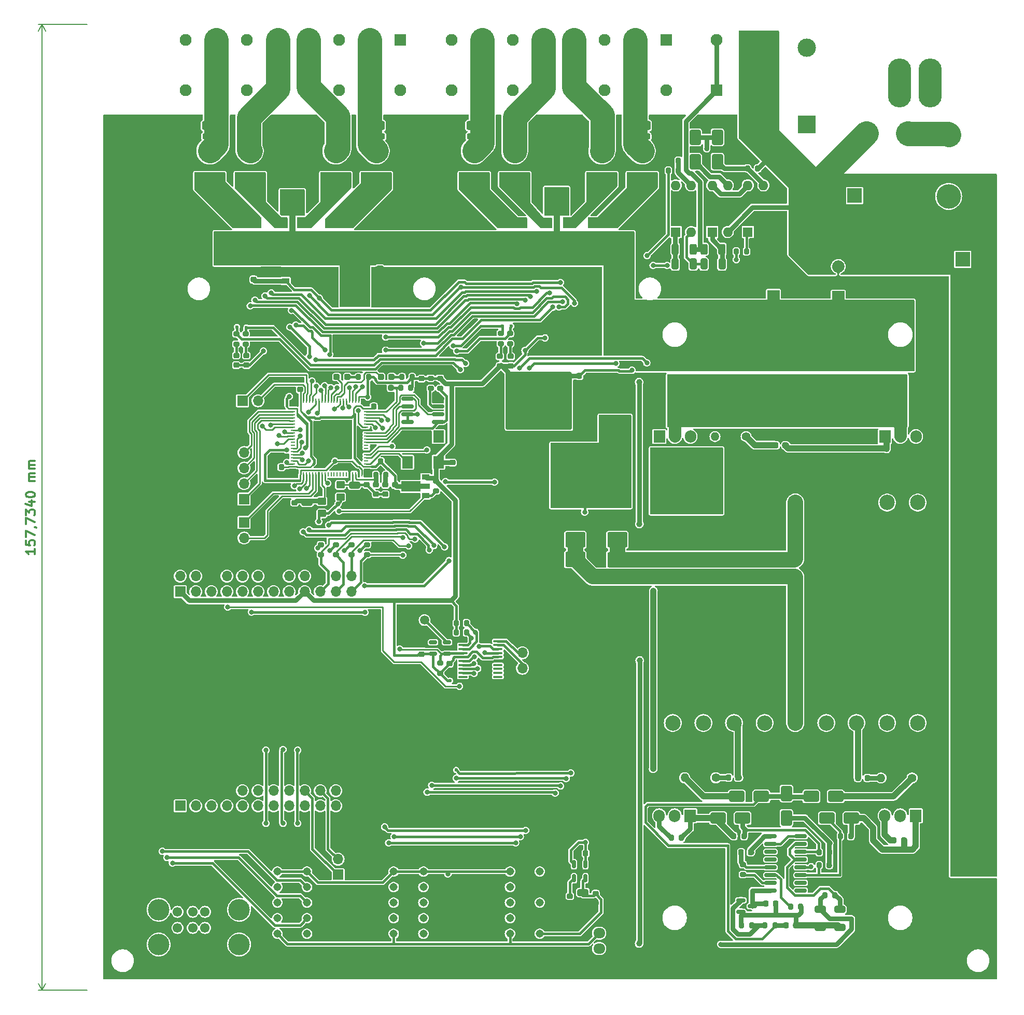
<source format=gbr>
%TF.GenerationSoftware,KiCad,Pcbnew,8.0.0-8.0.0-1~ubuntu22.04.1*%
%TF.CreationDate,2024-03-14T12:00:59+07:00*%
%TF.ProjectId,daw00,64617730-302e-46b6-9963-61645f706362,rev?*%
%TF.SameCoordinates,Original*%
%TF.FileFunction,Copper,L1,Top*%
%TF.FilePolarity,Positive*%
%FSLAX46Y46*%
G04 Gerber Fmt 4.6, Leading zero omitted, Abs format (unit mm)*
G04 Created by KiCad (PCBNEW 8.0.0-8.0.0-1~ubuntu22.04.1) date 2024-03-14 12:00:59*
%MOMM*%
%LPD*%
G01*
G04 APERTURE LIST*
G04 Aperture macros list*
%AMRoundRect*
0 Rectangle with rounded corners*
0 $1 Rounding radius*
0 $2 $3 $4 $5 $6 $7 $8 $9 X,Y pos of 4 corners*
0 Add a 4 corners polygon primitive as box body*
4,1,4,$2,$3,$4,$5,$6,$7,$8,$9,$2,$3,0*
0 Add four circle primitives for the rounded corners*
1,1,$1+$1,$2,$3*
1,1,$1+$1,$4,$5*
1,1,$1+$1,$6,$7*
1,1,$1+$1,$8,$9*
0 Add four rect primitives between the rounded corners*
20,1,$1+$1,$2,$3,$4,$5,0*
20,1,$1+$1,$4,$5,$6,$7,0*
20,1,$1+$1,$6,$7,$8,$9,0*
20,1,$1+$1,$8,$9,$2,$3,0*%
%AMFreePoly0*
4,1,9,3.862500,-0.866500,0.737500,-0.866500,0.737500,-0.450000,-0.737500,-0.450000,-0.737500,0.450000,0.737500,0.450000,0.737500,0.866500,3.862500,0.866500,3.862500,-0.866500,3.862500,-0.866500,$1*%
G04 Aperture macros list end*
%ADD10C,0.300000*%
%TA.AperFunction,NonConductor*%
%ADD11C,0.300000*%
%TD*%
%TA.AperFunction,NonConductor*%
%ADD12C,0.200000*%
%TD*%
%TA.AperFunction,SMDPad,CuDef*%
%ADD13RoundRect,0.200000X0.200000X0.275000X-0.200000X0.275000X-0.200000X-0.275000X0.200000X-0.275000X0*%
%TD*%
%TA.AperFunction,SMDPad,CuDef*%
%ADD14RoundRect,0.250000X-0.450000X0.350000X-0.450000X-0.350000X0.450000X-0.350000X0.450000X0.350000X0*%
%TD*%
%TA.AperFunction,ComponentPad*%
%ADD15O,3.800000X8.000000*%
%TD*%
%TA.AperFunction,SMDPad,CuDef*%
%ADD16RoundRect,0.250000X-0.650000X0.325000X-0.650000X-0.325000X0.650000X-0.325000X0.650000X0.325000X0*%
%TD*%
%TA.AperFunction,SMDPad,CuDef*%
%ADD17RoundRect,0.225000X-0.225000X-0.250000X0.225000X-0.250000X0.225000X0.250000X-0.225000X0.250000X0*%
%TD*%
%TA.AperFunction,SMDPad,CuDef*%
%ADD18RoundRect,0.200000X-0.200000X-0.275000X0.200000X-0.275000X0.200000X0.275000X-0.200000X0.275000X0*%
%TD*%
%TA.AperFunction,SMDPad,CuDef*%
%ADD19RoundRect,0.250000X-0.250000X-0.475000X0.250000X-0.475000X0.250000X0.475000X-0.250000X0.475000X0*%
%TD*%
%TA.AperFunction,ComponentPad*%
%ADD20R,1.308000X1.308000*%
%TD*%
%TA.AperFunction,ComponentPad*%
%ADD21C,1.308000*%
%TD*%
%TA.AperFunction,SMDPad,CuDef*%
%ADD22RoundRect,0.225000X0.250000X-0.225000X0.250000X0.225000X-0.250000X0.225000X-0.250000X-0.225000X0*%
%TD*%
%TA.AperFunction,SMDPad,CuDef*%
%ADD23RoundRect,0.250000X0.650000X-0.325000X0.650000X0.325000X-0.650000X0.325000X-0.650000X-0.325000X0*%
%TD*%
%TA.AperFunction,SMDPad,CuDef*%
%ADD24RoundRect,0.200000X-0.275000X0.200000X-0.275000X-0.200000X0.275000X-0.200000X0.275000X0.200000X0*%
%TD*%
%TA.AperFunction,SMDPad,CuDef*%
%ADD25R,2.800000X1.400000*%
%TD*%
%TA.AperFunction,ComponentPad*%
%ADD26R,1.600000X1.600000*%
%TD*%
%TA.AperFunction,ComponentPad*%
%ADD27O,1.600000X1.600000*%
%TD*%
%TA.AperFunction,SMDPad,CuDef*%
%ADD28RoundRect,0.225000X-0.250000X0.225000X-0.250000X-0.225000X0.250000X-0.225000X0.250000X0.225000X0*%
%TD*%
%TA.AperFunction,SMDPad,CuDef*%
%ADD29RoundRect,0.250000X-1.000000X1.400000X-1.000000X-1.400000X1.000000X-1.400000X1.000000X1.400000X0*%
%TD*%
%TA.AperFunction,SMDPad,CuDef*%
%ADD30C,1.500000*%
%TD*%
%TA.AperFunction,SMDPad,CuDef*%
%ADD31R,1.800000X2.000000*%
%TD*%
%TA.AperFunction,SMDPad,CuDef*%
%ADD32RoundRect,0.237500X-0.287500X-0.237500X0.287500X-0.237500X0.287500X0.237500X-0.287500X0.237500X0*%
%TD*%
%TA.AperFunction,ComponentPad*%
%ADD33C,3.600000*%
%TD*%
%TA.AperFunction,ComponentPad*%
%ADD34C,2.500000*%
%TD*%
%TA.AperFunction,ComponentPad*%
%ADD35C,1.400000*%
%TD*%
%TA.AperFunction,ComponentPad*%
%ADD36O,1.400000X1.400000*%
%TD*%
%TA.AperFunction,SMDPad,CuDef*%
%ADD37R,1.300000X0.900000*%
%TD*%
%TA.AperFunction,SMDPad,CuDef*%
%ADD38FreePoly0,180.000000*%
%TD*%
%TA.AperFunction,SMDPad,CuDef*%
%ADD39RoundRect,0.218750X-0.256250X0.218750X-0.256250X-0.218750X0.256250X-0.218750X0.256250X0.218750X0*%
%TD*%
%TA.AperFunction,SMDPad,CuDef*%
%ADD40RoundRect,0.200000X0.275000X-0.200000X0.275000X0.200000X-0.275000X0.200000X-0.275000X-0.200000X0*%
%TD*%
%TA.AperFunction,SMDPad,CuDef*%
%ADD41RoundRect,0.250000X-0.650000X1.000000X-0.650000X-1.000000X0.650000X-1.000000X0.650000X1.000000X0*%
%TD*%
%TA.AperFunction,SMDPad,CuDef*%
%ADD42RoundRect,0.250000X-1.400000X-1.000000X1.400000X-1.000000X1.400000X1.000000X-1.400000X1.000000X0*%
%TD*%
%TA.AperFunction,ComponentPad*%
%ADD43C,1.950000*%
%TD*%
%TA.AperFunction,ComponentPad*%
%ADD44R,1.950000X1.950000*%
%TD*%
%TA.AperFunction,SMDPad,CuDef*%
%ADD45RoundRect,0.250000X1.000000X0.650000X-1.000000X0.650000X-1.000000X-0.650000X1.000000X-0.650000X0*%
%TD*%
%TA.AperFunction,ComponentPad*%
%ADD46R,2.000000X2.000000*%
%TD*%
%TA.AperFunction,ComponentPad*%
%ADD47C,2.000000*%
%TD*%
%TA.AperFunction,SMDPad,CuDef*%
%ADD48RoundRect,0.150000X0.825000X0.150000X-0.825000X0.150000X-0.825000X-0.150000X0.825000X-0.150000X0*%
%TD*%
%TA.AperFunction,ComponentPad*%
%ADD49R,1.700000X1.700000*%
%TD*%
%TA.AperFunction,ComponentPad*%
%ADD50O,1.700000X1.700000*%
%TD*%
%TA.AperFunction,SMDPad,CuDef*%
%ADD51RoundRect,0.250000X-1.000000X-0.650000X1.000000X-0.650000X1.000000X0.650000X-1.000000X0.650000X0*%
%TD*%
%TA.AperFunction,SMDPad,CuDef*%
%ADD52RoundRect,0.250000X0.312500X0.625000X-0.312500X0.625000X-0.312500X-0.625000X0.312500X-0.625000X0*%
%TD*%
%TA.AperFunction,SMDPad,CuDef*%
%ADD53RoundRect,0.225000X0.225000X0.250000X-0.225000X0.250000X-0.225000X-0.250000X0.225000X-0.250000X0*%
%TD*%
%TA.AperFunction,ComponentPad*%
%ADD54C,4.000000*%
%TD*%
%TA.AperFunction,ComponentPad*%
%ADD55C,1.550000*%
%TD*%
%TA.AperFunction,ComponentPad*%
%ADD56C,3.500000*%
%TD*%
%TA.AperFunction,SMDPad,CuDef*%
%ADD57RoundRect,0.250000X0.325000X0.650000X-0.325000X0.650000X-0.325000X-0.650000X0.325000X-0.650000X0*%
%TD*%
%TA.AperFunction,SMDPad,CuDef*%
%ADD58RoundRect,0.250000X-0.325000X-0.650000X0.325000X-0.650000X0.325000X0.650000X-0.325000X0.650000X0*%
%TD*%
%TA.AperFunction,SMDPad,CuDef*%
%ADD59RoundRect,0.250000X0.250000X0.475000X-0.250000X0.475000X-0.250000X-0.475000X0.250000X-0.475000X0*%
%TD*%
%TA.AperFunction,SMDPad,CuDef*%
%ADD60RoundRect,0.237500X0.250000X0.237500X-0.250000X0.237500X-0.250000X-0.237500X0.250000X-0.237500X0*%
%TD*%
%TA.AperFunction,ComponentPad*%
%ADD61R,2.400000X2.400000*%
%TD*%
%TA.AperFunction,ComponentPad*%
%ADD62C,2.400000*%
%TD*%
%TA.AperFunction,SMDPad,CuDef*%
%ADD63RoundRect,0.100000X-0.637500X-0.100000X0.637500X-0.100000X0.637500X0.100000X-0.637500X0.100000X0*%
%TD*%
%TA.AperFunction,SMDPad,CuDef*%
%ADD64RoundRect,0.150000X-0.587500X-0.150000X0.587500X-0.150000X0.587500X0.150000X-0.587500X0.150000X0*%
%TD*%
%TA.AperFunction,ComponentPad*%
%ADD65R,3.000000X3.000000*%
%TD*%
%TA.AperFunction,ComponentPad*%
%ADD66C,3.000000*%
%TD*%
%TA.AperFunction,SMDPad,CuDef*%
%ADD67RoundRect,0.150000X-0.825000X-0.150000X0.825000X-0.150000X0.825000X0.150000X-0.825000X0.150000X0*%
%TD*%
%TA.AperFunction,SMDPad,CuDef*%
%ADD68RoundRect,0.250000X0.300000X-2.050000X0.300000X2.050000X-0.300000X2.050000X-0.300000X-2.050000X0*%
%TD*%
%TA.AperFunction,SMDPad,CuDef*%
%ADD69RoundRect,0.250000X2.375000X-2.025000X2.375000X2.025000X-2.375000X2.025000X-2.375000X-2.025000X0*%
%TD*%
%TA.AperFunction,SMDPad,CuDef*%
%ADD70RoundRect,0.250002X5.149998X-4.449998X5.149998X4.449998X-5.149998X4.449998X-5.149998X-4.449998X0*%
%TD*%
%TA.AperFunction,SMDPad,CuDef*%
%ADD71RoundRect,0.150000X-0.150000X0.512500X-0.150000X-0.512500X0.150000X-0.512500X0.150000X0.512500X0*%
%TD*%
%TA.AperFunction,SMDPad,CuDef*%
%ADD72R,1.500000X1.500000*%
%TD*%
%TA.AperFunction,SMDPad,CuDef*%
%ADD73RoundRect,0.150000X0.512500X0.150000X-0.512500X0.150000X-0.512500X-0.150000X0.512500X-0.150000X0*%
%TD*%
%TA.AperFunction,SMDPad,CuDef*%
%ADD74R,0.250000X0.800000*%
%TD*%
%TA.AperFunction,SMDPad,CuDef*%
%ADD75R,0.800000X0.250000*%
%TD*%
%TA.AperFunction,SMDPad,CuDef*%
%ADD76R,5.300000X5.300000*%
%TD*%
%TA.AperFunction,ComponentPad*%
%ADD77RoundRect,0.250000X0.725000X-0.600000X0.725000X0.600000X-0.725000X0.600000X-0.725000X-0.600000X0*%
%TD*%
%TA.AperFunction,ComponentPad*%
%ADD78O,1.950000X1.700000*%
%TD*%
%TA.AperFunction,SMDPad,CuDef*%
%ADD79RoundRect,0.250000X-0.312500X-0.625000X0.312500X-0.625000X0.312500X0.625000X-0.312500X0.625000X0*%
%TD*%
%TA.AperFunction,ComponentPad*%
%ADD80R,1.905000X2.000000*%
%TD*%
%TA.AperFunction,ComponentPad*%
%ADD81O,1.905000X2.000000*%
%TD*%
%TA.AperFunction,ViaPad*%
%ADD82C,0.600000*%
%TD*%
%TA.AperFunction,ViaPad*%
%ADD83C,0.800000*%
%TD*%
%TA.AperFunction,ViaPad*%
%ADD84C,1.000000*%
%TD*%
%TA.AperFunction,Conductor*%
%ADD85C,0.250000*%
%TD*%
%TA.AperFunction,Conductor*%
%ADD86C,0.400000*%
%TD*%
%TA.AperFunction,Conductor*%
%ADD87C,0.800000*%
%TD*%
%TA.AperFunction,Conductor*%
%ADD88C,4.000000*%
%TD*%
%TA.AperFunction,Conductor*%
%ADD89C,1.000000*%
%TD*%
%TA.AperFunction,Conductor*%
%ADD90C,2.000000*%
%TD*%
%TA.AperFunction,Conductor*%
%ADD91C,2.540000*%
%TD*%
G04 APERTURE END LIST*
D10*
D11*
X-8995671Y-85652712D02*
X-8995671Y-86509855D01*
X-8995671Y-86081284D02*
X-10495671Y-86081284D01*
X-10495671Y-86081284D02*
X-10281385Y-86224141D01*
X-10281385Y-86224141D02*
X-10138528Y-86366998D01*
X-10138528Y-86366998D02*
X-10067100Y-86509855D01*
X-10495671Y-84295570D02*
X-10495671Y-85009856D01*
X-10495671Y-85009856D02*
X-9781385Y-85081284D01*
X-9781385Y-85081284D02*
X-9852814Y-85009856D01*
X-9852814Y-85009856D02*
X-9924242Y-84866999D01*
X-9924242Y-84866999D02*
X-9924242Y-84509856D01*
X-9924242Y-84509856D02*
X-9852814Y-84366999D01*
X-9852814Y-84366999D02*
X-9781385Y-84295570D01*
X-9781385Y-84295570D02*
X-9638528Y-84224141D01*
X-9638528Y-84224141D02*
X-9281385Y-84224141D01*
X-9281385Y-84224141D02*
X-9138528Y-84295570D01*
X-9138528Y-84295570D02*
X-9067100Y-84366999D01*
X-9067100Y-84366999D02*
X-8995671Y-84509856D01*
X-8995671Y-84509856D02*
X-8995671Y-84866999D01*
X-8995671Y-84866999D02*
X-9067100Y-85009856D01*
X-9067100Y-85009856D02*
X-9138528Y-85081284D01*
X-10495671Y-83724142D02*
X-10495671Y-82724142D01*
X-10495671Y-82724142D02*
X-8995671Y-83366999D01*
X-9067100Y-82081285D02*
X-8995671Y-82081285D01*
X-8995671Y-82081285D02*
X-8852814Y-82152714D01*
X-8852814Y-82152714D02*
X-8781385Y-82224142D01*
X-10495671Y-81581285D02*
X-10495671Y-80581285D01*
X-10495671Y-80581285D02*
X-8995671Y-81224142D01*
X-10495671Y-80152714D02*
X-10495671Y-79224142D01*
X-10495671Y-79224142D02*
X-9924242Y-79724142D01*
X-9924242Y-79724142D02*
X-9924242Y-79509857D01*
X-9924242Y-79509857D02*
X-9852814Y-79367000D01*
X-9852814Y-79367000D02*
X-9781385Y-79295571D01*
X-9781385Y-79295571D02*
X-9638528Y-79224142D01*
X-9638528Y-79224142D02*
X-9281385Y-79224142D01*
X-9281385Y-79224142D02*
X-9138528Y-79295571D01*
X-9138528Y-79295571D02*
X-9067100Y-79367000D01*
X-9067100Y-79367000D02*
X-8995671Y-79509857D01*
X-8995671Y-79509857D02*
X-8995671Y-79938428D01*
X-8995671Y-79938428D02*
X-9067100Y-80081285D01*
X-9067100Y-80081285D02*
X-9138528Y-80152714D01*
X-9995671Y-77938429D02*
X-8995671Y-77938429D01*
X-10567100Y-78295571D02*
X-9495671Y-78652714D01*
X-9495671Y-78652714D02*
X-9495671Y-77724143D01*
X-10495671Y-76867000D02*
X-10495671Y-76724143D01*
X-10495671Y-76724143D02*
X-10424242Y-76581286D01*
X-10424242Y-76581286D02*
X-10352814Y-76509858D01*
X-10352814Y-76509858D02*
X-10209957Y-76438429D01*
X-10209957Y-76438429D02*
X-9924242Y-76367000D01*
X-9924242Y-76367000D02*
X-9567100Y-76367000D01*
X-9567100Y-76367000D02*
X-9281385Y-76438429D01*
X-9281385Y-76438429D02*
X-9138528Y-76509858D01*
X-9138528Y-76509858D02*
X-9067100Y-76581286D01*
X-9067100Y-76581286D02*
X-8995671Y-76724143D01*
X-8995671Y-76724143D02*
X-8995671Y-76867000D01*
X-8995671Y-76867000D02*
X-9067100Y-77009858D01*
X-9067100Y-77009858D02*
X-9138528Y-77081286D01*
X-9138528Y-77081286D02*
X-9281385Y-77152715D01*
X-9281385Y-77152715D02*
X-9567100Y-77224143D01*
X-9567100Y-77224143D02*
X-9924242Y-77224143D01*
X-9924242Y-77224143D02*
X-10209957Y-77152715D01*
X-10209957Y-77152715D02*
X-10352814Y-77081286D01*
X-10352814Y-77081286D02*
X-10424242Y-77009858D01*
X-10424242Y-77009858D02*
X-10495671Y-76867000D01*
X-8995671Y-74581287D02*
X-9995671Y-74581287D01*
X-9852814Y-74581287D02*
X-9924242Y-74509858D01*
X-9924242Y-74509858D02*
X-9995671Y-74367001D01*
X-9995671Y-74367001D02*
X-9995671Y-74152715D01*
X-9995671Y-74152715D02*
X-9924242Y-74009858D01*
X-9924242Y-74009858D02*
X-9781385Y-73938430D01*
X-9781385Y-73938430D02*
X-8995671Y-73938430D01*
X-9781385Y-73938430D02*
X-9924242Y-73867001D01*
X-9924242Y-73867001D02*
X-9995671Y-73724144D01*
X-9995671Y-73724144D02*
X-9995671Y-73509858D01*
X-9995671Y-73509858D02*
X-9924242Y-73367001D01*
X-9924242Y-73367001D02*
X-9781385Y-73295572D01*
X-9781385Y-73295572D02*
X-8995671Y-73295572D01*
X-8995671Y-72581287D02*
X-9995671Y-72581287D01*
X-9852814Y-72581287D02*
X-9924242Y-72509858D01*
X-9924242Y-72509858D02*
X-9995671Y-72367001D01*
X-9995671Y-72367001D02*
X-9995671Y-72152715D01*
X-9995671Y-72152715D02*
X-9924242Y-72009858D01*
X-9924242Y-72009858D02*
X-9781385Y-71938430D01*
X-9781385Y-71938430D02*
X-8995671Y-71938430D01*
X-9781385Y-71938430D02*
X-9924242Y-71867001D01*
X-9924242Y-71867001D02*
X-9995671Y-71724144D01*
X-9995671Y-71724144D02*
X-9995671Y-71509858D01*
X-9995671Y-71509858D02*
X-9924242Y-71367001D01*
X-9924242Y-71367001D02*
X-9781385Y-71295572D01*
X-9781385Y-71295572D02*
X-8995671Y-71295572D01*
D12*
X-500000Y0D02*
X-8460420Y0D01*
X-500000Y-157734000D02*
X-8460420Y-157734000D01*
X-7874000Y0D02*
X-7874000Y-157734000D01*
X-7874000Y0D02*
X-7874000Y-157734000D01*
X-7874000Y0D02*
X-7287579Y-1126504D01*
X-7874000Y0D02*
X-8460421Y-1126504D01*
X-7874000Y-157734000D02*
X-8460421Y-156607496D01*
X-7874000Y-157734000D02*
X-7287579Y-156607496D01*
D13*
%TO.P,R24,1*%
%TO.N,Net-(R19-Pad1)*%
X96075000Y-23876000D03*
%TO.P,R24,2*%
%TO.N,ACC_IN*%
X94425000Y-23876000D03*
%TD*%
D14*
%TO.P,FER1,1*%
%TO.N,Net-(U6-PVDD)*%
X40894000Y-75200000D03*
%TO.P,FER1,2*%
%TO.N,+3V3*%
X40894000Y-77200000D03*
%TD*%
D15*
%TO.P,F1,1*%
%TO.N,+BATT*%
X132160000Y-9525000D03*
%TO.P,F1,2*%
%TO.N,Net-(VD1-K)*%
X137160000Y-9525000D03*
%TD*%
D16*
%TO.P,C1,1*%
%TO.N,Net-(U6-PVDD)*%
X43180000Y-75233000D03*
%TO.P,C1,2*%
%TO.N,GND*%
X43180000Y-78183000D03*
%TD*%
D17*
%TO.P,C111,1*%
%TO.N,Net-(C111-Pad1)*%
X111963500Y-68742500D03*
%TO.P,C111,2*%
%TO.N,Net-(VD9-A1)*%
X113513500Y-68742500D03*
%TD*%
D18*
%TO.P,R34,1*%
%TO.N,GNDPWR*%
X94933000Y-132842000D03*
%TO.P,R34,2*%
%TO.N,Net-(VD3-A)*%
X96583000Y-132842000D03*
%TD*%
D19*
%TO.P,C32,1*%
%TO.N,Net-(J6-Pin_2)*%
X47630000Y-16510000D03*
%TO.P,C32,2*%
%TO.N,GND*%
X49530000Y-16510000D03*
%TD*%
D17*
%TO.P,C102,1*%
%TO.N,Net-(U13-CT)*%
X106329500Y-135227500D03*
%TO.P,C102,2*%
%TO.N,GNDPWR*%
X107879500Y-135227500D03*
%TD*%
D20*
%TO.P,J12,1,Pin_1*%
%TO.N,GND*%
X30594300Y-135819000D03*
D21*
%TO.P,J12,2,Pin_2*%
X35445700Y-135819000D03*
%TO.P,J12,3,Pin_3*%
%TO.N,MCLK*%
X30594300Y-138359000D03*
%TO.P,J12,4,Pin_4*%
X35445700Y-138359000D03*
%TO.P,J12,5,Pin_5*%
%TO.N,/Amplifier/LRCKIN1*%
X30594300Y-140899000D03*
%TO.P,J12,6,Pin_6*%
%TO.N,/Amplifier/LRCKOUT1*%
X35445700Y-140899000D03*
%TO.P,J12,7,Pin_7*%
%TO.N,/Amplifier/BCLKIN1*%
X30594300Y-143439000D03*
%TO.P,J12,8,Pin_8*%
%TO.N,/Amplifier/BCLKOUT1*%
X35445700Y-143439000D03*
%TO.P,J12,9,Pin_9*%
%TO.N,/Amplifier/SDATAIN1*%
X30594300Y-145979000D03*
%TO.P,J12,10,Pin_10*%
%TO.N,/Amplifier/SDATAOUT1*%
X35445700Y-145979000D03*
%TO.P,J12,11,Pin_11*%
%TO.N,+3V3*%
X30594300Y-148519000D03*
%TO.P,J12,12,Pin_12*%
%TO.N,+5V*%
X35445700Y-148519000D03*
%TD*%
D16*
%TO.P,C63,1*%
%TO.N,+5V*%
X80472000Y-141774000D03*
%TO.P,C63,2*%
%TO.N,GND*%
X80472000Y-144724000D03*
%TD*%
D22*
%TO.P,C62,1*%
%TO.N,GND*%
X82550000Y-143523000D03*
%TO.P,C62,2*%
%TO.N,+5V*%
X82550000Y-141973000D03*
%TD*%
D23*
%TO.P,C20,1*%
%TO.N,PVDD*%
X33020000Y-28096000D03*
%TO.P,C20,2*%
%TO.N,GND*%
X33020000Y-25146000D03*
%TD*%
D24*
%TO.P,R9,1*%
%TO.N,+3V3*%
X57150000Y-57778000D03*
%TO.P,R9,2*%
%TO.N,Net-(U6-SS_M{slash}MP0)*%
X57150000Y-59428000D03*
%TD*%
D25*
%TO.P,L10,1*%
%TO.N,Net-(U8-OUT_4M)*%
X90170000Y-25060000D03*
%TO.P,L10,2*%
%TO.N,Net-(J18-Pin_2)*%
X90170000Y-20660000D03*
%TD*%
D26*
%TO.P,U16,1*%
%TO.N,Net-(R45-Pad2)*%
X107424000Y-33899000D03*
D27*
%TO.P,U16,2*%
%TO.N,GND*%
X109964000Y-33899000D03*
%TO.P,U16,3*%
%TO.N,Net-(VD15-A)*%
X109964000Y-26279000D03*
%TO.P,U16,4*%
%TO.N,Net-(C107-Pad1)*%
X107424000Y-26279000D03*
%TD*%
D28*
%TO.P,C53,1*%
%TO.N,+3V3*%
X54102000Y-57841000D03*
%TO.P,C53,2*%
%TO.N,GND*%
X54102000Y-59391000D03*
%TD*%
D29*
%TO.P,VD1,1,K*%
%TO.N,Net-(VD1-K)*%
X133546000Y-17780000D03*
%TO.P,VD1,2,A*%
%TO.N,GNDPWR*%
X126746000Y-17780000D03*
%TD*%
D22*
%TO.P,C51,1*%
%TO.N,Net-(U6-PVDD)*%
X48244000Y-76721000D03*
%TO.P,C51,2*%
%TO.N,Net-(C51-Pad2)*%
X48244000Y-75171000D03*
%TD*%
%TO.P,C48,1*%
%TO.N,Net-(U6-PVDD)*%
X46720000Y-76721000D03*
%TO.P,C48,2*%
%TO.N,Net-(U6-PLLFILT)*%
X46720000Y-75171000D03*
%TD*%
D30*
%TO.P,TP1,1,1*%
%TO.N,Net-(U3-~{MR})*%
X54610000Y-97282000D03*
%TD*%
D31*
%TO.P,X1,1,OE*%
%TO.N,unconnected-(X1-OE-Pad1)*%
X56896000Y-67298000D03*
%TO.P,X1,2,GND*%
%TO.N,GND*%
X51816000Y-67298000D03*
%TO.P,X1,3,OUT*%
%TO.N,Net-(U6-XTALIN{slash}MCLK)*%
X51816000Y-71498000D03*
%TO.P,X1,4,Vcc*%
%TO.N,+3V3*%
X56896000Y-71498000D03*
%TD*%
D13*
%TO.P,R11,1*%
%TO.N,+3V3*%
X52387000Y-59365000D03*
%TO.P,R11,2*%
%TO.N,Net-(U6-SELFBOOT)*%
X50737000Y-59365000D03*
%TD*%
D32*
%TO.P,HL6,1,K*%
%TO.N,Net-(HL6-K)*%
X47512000Y-57587000D03*
%TO.P,HL6,2,A*%
%TO.N,Net-(HL6-A)*%
X49262000Y-57587000D03*
%TD*%
D33*
%TO.P,L19,1*%
%TO.N,Net-(VD8-A)*%
X114046000Y-62860000D03*
%TO.P,L19,2*%
%TO.N,PVDD*%
X114046000Y-50160000D03*
%TD*%
D34*
%TO.P,TR1,1*%
%TO.N,Net-(VD6-K)*%
X95161500Y-114081500D03*
X100161500Y-114081500D03*
%TO.P,TR1,2*%
%TO.N,Net-(C107-Pad1)*%
X105161500Y-114081500D03*
X110161500Y-114081500D03*
%TO.P,TR1,3*%
X120231500Y-114081500D03*
X125161500Y-114081500D03*
%TO.P,TR1,4*%
%TO.N,Net-(VD7-K)*%
X130161500Y-114081500D03*
X135161500Y-114081500D03*
%TO.P,TR1,5*%
%TO.N,Net-(VD9-A1)*%
X130161500Y-78081500D03*
X135161500Y-78081500D03*
%TO.P,TR1,6*%
%TO.N,GND*%
X120231500Y-78081500D03*
X125161500Y-78081500D03*
%TO.P,TR1,7*%
X105161500Y-78081500D03*
X110161500Y-78081500D03*
%TO.P,TR1,8*%
%TO.N,Net-(VD8-A1)*%
X95161500Y-78081500D03*
X100161500Y-78081500D03*
%TO.P,TR1,9*%
%TO.N,Net-(VD12-A)*%
X115161500Y-78081500D03*
%TO.P,TR1,10*%
%TO.N,Net-(VD10-A)*%
X115161500Y-114081500D03*
%TD*%
D35*
%TO.P,R40,1*%
%TO.N,GND*%
X136551200Y-46228000D03*
D36*
%TO.P,R40,2*%
%TO.N,PVDD*%
X131471200Y-46228000D03*
%TD*%
D19*
%TO.P,C91,1*%
%TO.N,GND*%
X60076000Y-16510000D03*
%TO.P,C91,2*%
%TO.N,Net-(J18-Pin_7)*%
X61976000Y-16510000D03*
%TD*%
D24*
%TO.P,R10,1*%
%TO.N,+3V3*%
X55626000Y-57778000D03*
%TO.P,R10,2*%
%TO.N,Net-(U9-~{WP})*%
X55626000Y-59428000D03*
%TD*%
D13*
%TO.P,R19,1*%
%TO.N,Net-(R19-Pad1)*%
X96075000Y-22225000D03*
%TO.P,R19,2*%
%TO.N,GND*%
X94425000Y-22225000D03*
%TD*%
D37*
%TO.P,Q1,1,B*%
%TO.N,Net-(Q1-B)*%
X54782000Y-76938000D03*
D38*
%TO.P,Q1,2,C*%
%TO.N,VPP*%
X54694500Y-75438000D03*
D37*
%TO.P,Q1,3,E*%
%TO.N,+3V3*%
X54782000Y-73938000D03*
%TD*%
D28*
%TO.P,C57,1*%
%TO.N,VPP*%
X49784000Y-75171000D03*
%TO.P,C57,2*%
%TO.N,GND*%
X49784000Y-76721000D03*
%TD*%
D39*
%TO.P,HL1,1,K*%
%TO.N,Net-(HL1-K)*%
X23876000Y-54051000D03*
%TO.P,HL1,2,A*%
%TO.N,+3V3*%
X23876000Y-55626000D03*
%TD*%
D25*
%TO.P,L15,1*%
%TO.N,Net-(U8-OUT_1P)*%
X62738000Y-25060000D03*
%TO.P,L15,2*%
%TO.N,Net-(J18-Pin_7)*%
X62738000Y-20660000D03*
%TD*%
%TO.P,L4,1*%
%TO.N,Net-(U4-OUT_3M)*%
X40132000Y-25060000D03*
%TO.P,L4,2*%
%TO.N,Net-(J6-Pin_4)*%
X40132000Y-20660000D03*
%TD*%
D40*
%TO.P,R26,1*%
%TO.N,Net-(U13-DISCH)*%
X106596500Y-138846500D03*
%TO.P,R26,2*%
%TO.N,Net-(U13-CT)*%
X106596500Y-137196500D03*
%TD*%
D41*
%TO.P,VD15,1,K*%
%TO.N,Net-(VD14-K)*%
X102467000Y-18415000D03*
%TO.P,VD15,2,A*%
%TO.N,Net-(VD15-A)*%
X102467000Y-22415000D03*
%TD*%
D22*
%TO.P,C52,1*%
%TO.N,+3V3*%
X59182000Y-71570000D03*
%TO.P,C52,2*%
%TO.N,GND*%
X59182000Y-70020000D03*
%TD*%
D42*
%TO.P,VD12,1,K*%
%TO.N,+6V*%
X86106000Y-77372000D03*
%TO.P,VD12,2,A*%
%TO.N,Net-(VD12-A)*%
X86106000Y-84172000D03*
%TD*%
D39*
%TO.P,HL4,1,K*%
%TO.N,Net-(HL4-K)*%
X66929000Y-54203500D03*
%TO.P,HL4,2,A*%
%TO.N,+3V3*%
X66929000Y-55778500D03*
%TD*%
D43*
%TO.P,J6,1,Pin_1*%
%TO.N,Net-(J6-Pin_1)*%
X50640000Y-10740000D03*
D44*
X50640000Y-2540000D03*
D43*
%TO.P,J6,2,Pin_2*%
%TO.N,Net-(J6-Pin_2)*%
X45640000Y-10740000D03*
X45640000Y-2540000D03*
%TO.P,J6,3,Pin_3*%
%TO.N,Net-(J6-Pin_3)*%
X40640000Y-10740000D03*
X40640000Y-2540000D03*
%TO.P,J6,4,Pin_4*%
%TO.N,Net-(J6-Pin_4)*%
X35640000Y-10740000D03*
X35640000Y-2540000D03*
%TO.P,J6,5,Pin_5*%
%TO.N,Net-(J6-Pin_5)*%
X30640000Y-10740000D03*
X30640000Y-2540000D03*
%TO.P,J6,6,Pin_6*%
%TO.N,Net-(J6-Pin_6)*%
X25640000Y-10740000D03*
X25640000Y-2540000D03*
%TO.P,J6,7,Pin_7*%
%TO.N,Net-(J6-Pin_7)*%
X20640000Y-10740000D03*
X20640000Y-2540000D03*
%TO.P,J6,8,Pin_8*%
%TO.N,Net-(J6-Pin_8)*%
X15640000Y-10740000D03*
X15640000Y-2540000D03*
%TD*%
D45*
%TO.P,VD7,1,K*%
%TO.N,Net-(VD7-K)*%
X121772500Y-126083500D03*
%TO.P,VD7,2,A*%
%TO.N,Net-(VD5-K)*%
X117772500Y-126083500D03*
%TD*%
D46*
%TO.P,C115,1*%
%TO.N,PVDD*%
X122174000Y-44531677D03*
D47*
%TO.P,C115,2*%
%TO.N,GND*%
X122174000Y-39531677D03*
%TD*%
D13*
%TO.P,R31,1*%
%TO.N,Net-(VD5-A)*%
X120733000Y-135227500D03*
%TO.P,R31,2*%
%TO.N,Net-(U13-OUTB)*%
X119083000Y-135227500D03*
%TD*%
D48*
%TO.P,U9,1,~{CS}*%
%TO.N,Net-(U6-SS_M{slash}MP0)*%
X56831000Y-64953000D03*
%TO.P,U9,2,SO*%
%TO.N,Net-(U6-SDA_M{slash}MISO_M{slash}MP3)*%
X56831000Y-63683000D03*
%TO.P,U9,3,~{WP}*%
%TO.N,Net-(U9-~{WP})*%
X56831000Y-62413000D03*
%TO.P,U9,4,VSS*%
%TO.N,GND*%
X56831000Y-61143000D03*
%TO.P,U9,5,SI*%
%TO.N,Net-(U6-MOSI_M{slash}MP1)*%
X51881000Y-61143000D03*
%TO.P,U9,6,SCK*%
%TO.N,Net-(U6-SCL_M{slash}SCLK_M{slash}MP2)*%
X51881000Y-62413000D03*
%TO.P,U9,7,~{HOLD}*%
%TO.N,+3V3*%
X51881000Y-63683000D03*
%TO.P,U9,8,VCC*%
X51881000Y-64953000D03*
%TD*%
D49*
%TO.P,J13,1,Pin_1*%
%TO.N,Net-(J13-Pin_1)*%
X25146000Y-77526000D03*
D50*
%TO.P,J13,2,Pin_2*%
%TO.N,Net-(J13-Pin_2)*%
X25146000Y-74986000D03*
%TO.P,J13,3,Pin_3*%
%TO.N,Net-(J13-Pin_3)*%
X25146000Y-72446000D03*
%TO.P,J13,4,Pin_4*%
%TO.N,Net-(J13-Pin_4)*%
X25146000Y-69906000D03*
%TO.P,J13,5,Pin_5*%
%TO.N,GND*%
X25146000Y-67366000D03*
%TD*%
D17*
%TO.P,C94,1*%
%TO.N,Net-(J18-Pin_2)*%
X91046000Y-18288000D03*
%TO.P,C94,2*%
%TO.N,GND*%
X92596000Y-18288000D03*
%TD*%
D51*
%TO.P,VD6,1,K*%
%TO.N,Net-(VD6-K)*%
X105612500Y-126083500D03*
%TO.P,VD6,2,A*%
%TO.N,Net-(VD5-K)*%
X109612500Y-126083500D03*
%TD*%
D52*
%TO.P,R41,1*%
%TO.N,Net-(C125-Pad1)*%
X103189500Y-36703000D03*
%TO.P,R41,2*%
%TO.N,ACC*%
X100264500Y-36703000D03*
%TD*%
D51*
%TO.P,VD4,1,K*%
%TO.N,Net-(U13-OUTA)*%
X120344500Y-129639500D03*
%TO.P,VD4,2,A*%
%TO.N,Net-(VD4-A)*%
X124344500Y-129639500D03*
%TD*%
D18*
%TO.P,R25,1*%
%TO.N,Net-(U13-RT)*%
X114407500Y-144117500D03*
%TO.P,R25,2*%
%TO.N,GNDPWR*%
X116057500Y-144117500D03*
%TD*%
D17*
%TO.P,C45,1*%
%TO.N,GND*%
X17246000Y-18288000D03*
%TO.P,C45,2*%
%TO.N,Net-(J6-Pin_7)*%
X18796000Y-18288000D03*
%TD*%
D53*
%TO.P,C7,1*%
%TO.N,+6V*%
X75718000Y-74676000D03*
%TO.P,C7,2*%
%TO.N,GND*%
X74168000Y-74676000D03*
%TD*%
D17*
%TO.P,C8,1*%
%TO.N,+3V3*%
X79909000Y-57404000D03*
%TO.P,C8,2*%
%TO.N,GND*%
X81459000Y-57404000D03*
%TD*%
D25*
%TO.P,L2,1*%
%TO.N,Net-(U4-OUT_4M)*%
X46736000Y-25060000D03*
%TO.P,L2,2*%
%TO.N,Net-(J6-Pin_2)*%
X46736000Y-20660000D03*
%TD*%
D54*
%TO.P,L18,1*%
%TO.N,Net-(VD1-K)*%
X140208000Y-17987000D03*
%TO.P,L18,2*%
%TO.N,Net-(C107-Pad1)*%
X140208000Y-28067000D03*
%TD*%
D18*
%TO.P,R23,1*%
%TO.N,+3V3*%
X59818000Y-97790000D03*
%TO.P,R23,2*%
%TO.N,Mute*%
X61468000Y-97790000D03*
%TD*%
D55*
%TO.P,J2,1,VBUS1*%
%TO.N,+5V*%
X14280000Y-144939000D03*
%TO.P,J2,2,D1-*%
%TO.N,Net-(J2-D1-)*%
X16780000Y-144939000D03*
%TO.P,J2,3,D1+*%
%TO.N,Net-(J2-D1+)*%
X18780000Y-144939000D03*
%TO.P,J2,4,GND1*%
%TO.N,GND*%
X21280000Y-144939000D03*
%TO.P,J2,5,VBUS2*%
%TO.N,+5V*%
X14280000Y-147559000D03*
%TO.P,J2,6,D2-*%
%TO.N,Net-(J2-D2-)*%
X16780000Y-147559000D03*
%TO.P,J2,7,D2+*%
%TO.N,Net-(J2-D2+)*%
X18780000Y-147559000D03*
%TO.P,J2,8,GND2*%
%TO.N,GND*%
X21280000Y-147559000D03*
D56*
%TO.P,J2,MH1*%
%TO.N,N/C*%
X11210000Y-144589000D03*
%TO.P,J2,MH2*%
X11210000Y-150269000D03*
%TO.P,J2,MH3*%
X24350000Y-144589000D03*
%TO.P,J2,MH4*%
X24350000Y-150269000D03*
%TD*%
D24*
%TO.P,R12,1*%
%TO.N,+3V3*%
X42672000Y-84956000D03*
%TO.P,R12,2*%
%TO.N,SS*%
X42672000Y-86606000D03*
%TD*%
%TO.P,R15,1*%
%TO.N,+3V3*%
X40132000Y-84956000D03*
%TO.P,R15,2*%
%TO.N,MISO*%
X40132000Y-86606000D03*
%TD*%
D26*
%TO.P,U15,1*%
%TO.N,Net-(C125-Pad1)*%
X101595000Y-33899000D03*
D27*
%TO.P,U15,2*%
%TO.N,GNDPWR*%
X104135000Y-33899000D03*
%TO.P,U15,3*%
%TO.N,Net-(VD14-A)*%
X104135000Y-26279000D03*
%TO.P,U15,4*%
%TO.N,Net-(C107-Pad1)*%
X101595000Y-26279000D03*
%TD*%
D57*
%TO.P,C17,1*%
%TO.N,GND*%
X47322000Y-40259000D03*
%TO.P,C17,2*%
%TO.N,PVDD*%
X44372000Y-40259000D03*
%TD*%
D24*
%TO.P,R20,1*%
%TO.N,WARN0*%
X68580000Y-50483000D03*
%TO.P,R20,2*%
%TO.N,Net-(HL3-K)*%
X68580000Y-52133000D03*
%TD*%
D28*
%TO.P,C5,1*%
%TO.N,GND*%
X54102000Y-101333000D03*
%TO.P,C5,2*%
%TO.N,+3V3*%
X54102000Y-102883000D03*
%TD*%
D17*
%TO.P,C60,1*%
%TO.N,GND*%
X79362000Y-135382000D03*
%TO.P,C60,2*%
%TO.N,+6V*%
X80912000Y-135382000D03*
%TD*%
D18*
%TO.P,R45,1*%
%TO.N,REMOTE*%
X105538000Y-37084000D03*
%TO.P,R45,2*%
%TO.N,Net-(R45-Pad2)*%
X107188000Y-37084000D03*
%TD*%
D42*
%TO.P,VD13,1,K*%
%TO.N,Net-(VD12-A)*%
X86106000Y-87405000D03*
%TO.P,VD13,2,A*%
%TO.N,GND*%
X86106000Y-94205000D03*
%TD*%
D17*
%TO.P,C40,1*%
%TO.N,Net-(J6-Pin_2)*%
X47726000Y-18288000D03*
%TO.P,C40,2*%
%TO.N,GND*%
X49276000Y-18288000D03*
%TD*%
D40*
%TO.P,R3,1*%
%TO.N,Net-(HL1-K)*%
X23876000Y-52197000D03*
%TO.P,R3,2*%
%TO.N,FAULT1*%
X23876000Y-50547000D03*
%TD*%
D57*
%TO.P,C47,1*%
%TO.N,GND*%
X47398200Y-44907200D03*
%TO.P,C47,2*%
%TO.N,PVDD*%
X44448200Y-44907200D03*
%TD*%
D24*
%TO.P,R2,1*%
%TO.N,WARN1*%
X25400000Y-50547000D03*
%TO.P,R2,2*%
%TO.N,Net-(HL2-K)*%
X25400000Y-52197000D03*
%TD*%
D58*
%TO.P,C64,1*%
%TO.N,GND*%
X82141800Y-45515000D03*
%TO.P,C64,2*%
%TO.N,PVDD*%
X85091800Y-45515000D03*
%TD*%
D39*
%TO.P,HL3,1,K*%
%TO.N,Net-(HL3-K)*%
X68707000Y-54203500D03*
%TO.P,HL3,2,A*%
%TO.N,+3V3*%
X68707000Y-55778500D03*
%TD*%
D59*
%TO.P,C88,1*%
%TO.N,Net-(J18-Pin_4)*%
X82550000Y-16510000D03*
%TO.P,C88,2*%
%TO.N,GND*%
X80650000Y-16510000D03*
%TD*%
D25*
%TO.P,L5,1*%
%TO.N,Net-(U4-OUT_2P)*%
X26162000Y-25060000D03*
%TO.P,L5,2*%
%TO.N,Net-(J6-Pin_5)*%
X26162000Y-20660000D03*
%TD*%
D53*
%TO.P,C43,1*%
%TO.N,GND*%
X28588000Y-18288000D03*
%TO.P,C43,2*%
%TO.N,Net-(J6-Pin_5)*%
X27038000Y-18288000D03*
%TD*%
D28*
%TO.P,C2,1*%
%TO.N,PVDD*%
X38481000Y-38849000D03*
%TO.P,C2,2*%
%TO.N,GND*%
X38481000Y-40399000D03*
%TD*%
D14*
%TO.P,FER2,1*%
%TO.N,Net-(U6-AVDD)*%
X37846000Y-77867000D03*
%TO.P,FER2,2*%
%TO.N,+3V3*%
X37846000Y-79867000D03*
%TD*%
D43*
%TO.P,J18,1,Pin_1*%
%TO.N,Net-(J18-Pin_1)*%
X94055000Y-10740000D03*
D44*
X94055000Y-2540000D03*
D43*
%TO.P,J18,2,Pin_2*%
%TO.N,Net-(J18-Pin_2)*%
X89055000Y-10740000D03*
X89055000Y-2540000D03*
%TO.P,J18,3,Pin_3*%
%TO.N,Net-(J18-Pin_3)*%
X84055000Y-10740000D03*
X84055000Y-2540000D03*
%TO.P,J18,4,Pin_4*%
%TO.N,Net-(J18-Pin_4)*%
X79055000Y-10740000D03*
X79055000Y-2540000D03*
%TO.P,J18,5,Pin_5*%
%TO.N,Net-(J18-Pin_5)*%
X74055000Y-10740000D03*
X74055000Y-2540000D03*
%TO.P,J18,6,Pin_6*%
%TO.N,Net-(J18-Pin_6)*%
X69055000Y-10740000D03*
X69055000Y-2540000D03*
%TO.P,J18,7,Pin_7*%
%TO.N,Net-(J18-Pin_7)*%
X64055000Y-10740000D03*
X64055000Y-2540000D03*
%TO.P,J18,8,Pin_8*%
%TO.N,Net-(J18-Pin_8)*%
X59055000Y-10740000D03*
X59055000Y-2540000D03*
%TD*%
D13*
%TO.P,R14,1*%
%TO.N,+3V3*%
X45493000Y-57587000D03*
%TO.P,R14,2*%
%TO.N,Net-(HL5-A)*%
X43843000Y-57587000D03*
%TD*%
D60*
%TO.P,JP1,1,1*%
%TO.N,Net-(U6-SELFBOOT)*%
X49172500Y-59365000D03*
%TO.P,JP1,2,2*%
%TO.N,GND*%
X47347500Y-59365000D03*
%TD*%
D61*
%TO.P,C107,1*%
%TO.N,Net-(C107-Pad1)*%
X124852729Y-27940000D03*
D62*
%TO.P,C107,2*%
%TO.N,GNDPWR*%
X119852729Y-27940000D03*
%TD*%
D63*
%TO.P,U10,1,BOOT0*%
%TO.N,GND*%
X60891500Y-100707000D03*
%TO.P,U10,2,PF0*%
%TO.N,Standby*%
X60891500Y-101357000D03*
%TO.P,U10,3,PF1*%
%TO.N,Mute*%
X60891500Y-102007000D03*
%TO.P,U10,4,NRST*%
%TO.N,RST*%
X60891500Y-102657000D03*
%TO.P,U10,5,VDDA*%
%TO.N,+3V3*%
X60891500Y-103307000D03*
%TO.P,U10,6,PA0*%
%TO.N,WARN1*%
X60891500Y-103957000D03*
%TO.P,U10,7,PA1*%
%TO.N,FAULT1*%
X60891500Y-104607000D03*
%TO.P,U10,8,PA2*%
%TO.N,WARN0*%
X60891500Y-105257000D03*
%TO.P,U10,9,PA3*%
%TO.N,FAULT0*%
X60891500Y-105907000D03*
%TO.P,U10,10,PA4*%
%TO.N,unconnected-(U10-PA4-Pad10)*%
X60891500Y-106557000D03*
%TO.P,U10,11,PA5*%
%TO.N,unconnected-(U10-PA5-Pad11)*%
X66616500Y-106557000D03*
%TO.P,U10,12,PA6*%
%TO.N,unconnected-(U10-PA6-Pad12)*%
X66616500Y-105907000D03*
%TO.P,U10,13,PA7*%
%TO.N,unconnected-(U10-PA7-Pad13)*%
X66616500Y-105257000D03*
%TO.P,U10,14,PB1*%
%TO.N,unconnected-(U10-PB1-Pad14)*%
X66616500Y-104607000D03*
%TO.P,U10,15,VSS*%
%TO.N,GND*%
X66616500Y-103957000D03*
%TO.P,U10,16,VDD*%
%TO.N,+3V3*%
X66616500Y-103307000D03*
%TO.P,U10,17,PA9*%
%TO.N,SCL*%
X66616500Y-102657000D03*
%TO.P,U10,18,PA10*%
%TO.N,SDA*%
X66616500Y-102007000D03*
%TO.P,U10,19,PA13*%
%TO.N,/Computer/SBWTDIO*%
X66616500Y-101357000D03*
%TO.P,U10,20,PA14*%
%TO.N,/Computer/SBWTCK*%
X66616500Y-100707000D03*
%TD*%
D35*
%TO.P,R36,1*%
%TO.N,Net-(C109-Pad1)*%
X102185000Y-123037600D03*
D36*
%TO.P,R36,2*%
%TO.N,Net-(VD6-K)*%
X97105000Y-123037600D03*
%TD*%
D42*
%TO.P,VD11,1,K*%
%TO.N,Net-(VD10-A)*%
X79248000Y-87376000D03*
%TO.P,VD11,2,A*%
%TO.N,GND*%
X79248000Y-94176000D03*
%TD*%
D64*
%TO.P,VT1,1,B*%
%TO.N,Net-(VT1-B)*%
X106294000Y-143040500D03*
%TO.P,VT1,2,E*%
%TO.N,GNDPWR*%
X106294000Y-144940500D03*
%TO.P,VT1,3,C*%
%TO.N,Net-(U13-SS)*%
X108169000Y-143990500D03*
%TD*%
D35*
%TO.P,R37,1*%
%TO.N,Net-(VD7-K)*%
X134239000Y-123063000D03*
D36*
%TO.P,R37,2*%
%TO.N,Net-(C110-Pad2)*%
X129159000Y-123063000D03*
%TD*%
D65*
%TO.P,J22,1,Pin_1*%
%TO.N,+BATT*%
X117010000Y-16310000D03*
D66*
X117010000Y-3810000D03*
%TO.P,J22,2,Pin_2*%
%TO.N,GNDPWR*%
X109510000Y-16310000D03*
X109510000Y-3810000D03*
%TD*%
D17*
%TO.P,C54,1*%
%TO.N,VPP*%
X47485000Y-71374000D03*
%TO.P,C54,2*%
%TO.N,GND*%
X49035000Y-71374000D03*
%TD*%
D41*
%TO.P,VD2,1,K*%
%TO.N,PVDD*%
X35433000Y-37370000D03*
%TO.P,VD2,2,A*%
%TO.N,GND*%
X35433000Y-41370000D03*
%TD*%
D59*
%TO.P,C34,1*%
%TO.N,Net-(J6-Pin_4)*%
X39492000Y-16510000D03*
%TO.P,C34,2*%
%TO.N,GND*%
X37592000Y-16510000D03*
%TD*%
D46*
%TO.P,C114,1*%
%TO.N,PVDD*%
X111587677Y-44404677D03*
D47*
%TO.P,C114,2*%
%TO.N,GND*%
X111587677Y-39404677D03*
%TD*%
D67*
%TO.P,U13,1,INV*%
%TO.N,GNDPWR*%
X111106500Y-132560500D03*
%TO.P,U13,2,NI*%
%TO.N,Net-(U13-NI)*%
X111106500Y-133830500D03*
%TO.P,U13,3,SYNC*%
%TO.N,unconnected-(U13-SYNC-Pad3)*%
X111106500Y-135100500D03*
%TO.P,U13,4,OSC*%
%TO.N,unconnected-(U13-OSC-Pad4)*%
X111106500Y-136370500D03*
%TO.P,U13,5,CT*%
%TO.N,Net-(U13-CT)*%
X111106500Y-137640500D03*
%TO.P,U13,6,RT*%
%TO.N,Net-(U13-RT)*%
X111106500Y-138910500D03*
%TO.P,U13,7,DISCH*%
%TO.N,Net-(U13-DISCH)*%
X111106500Y-140180500D03*
%TO.P,U13,8,SS*%
%TO.N,Net-(U13-SS)*%
X111106500Y-141450500D03*
%TO.P,U13,9,COMP*%
%TO.N,unconnected-(U13-COMP-Pad9)*%
X116056500Y-141450500D03*
%TO.P,U13,10,SD*%
%TO.N,unconnected-(U13-SD-Pad10)*%
X116056500Y-140180500D03*
%TO.P,U13,11,OUTA*%
%TO.N,Net-(U13-OUTA)*%
X116056500Y-138910500D03*
%TO.P,U13,12,GND*%
%TO.N,GNDPWR*%
X116056500Y-137640500D03*
%TO.P,U13,13,VC*%
%TO.N,Net-(U13-VC)*%
X116056500Y-136370500D03*
%TO.P,U13,14,OUTB*%
%TO.N,Net-(U13-OUTB)*%
X116056500Y-135100500D03*
%TO.P,U13,15,VIN*%
%TO.N,Net-(U13-VC)*%
X116056500Y-133830500D03*
%TO.P,U13,16,REF*%
%TO.N,Net-(U13-NI)*%
X116056500Y-132560500D03*
%TD*%
D68*
%TO.P,U2,1,ADJ/GND*%
%TO.N,GND*%
X70746000Y-70642000D03*
D69*
%TO.P,U2,2,OUT*%
%TO.N,+3V3*%
X70511000Y-63917000D03*
X76061000Y-63917000D03*
D70*
X73286000Y-61492000D03*
D69*
X70511000Y-59067000D03*
X76061000Y-59067000D03*
D68*
%TO.P,U2,3,IN*%
%TO.N,+6V*%
X75826000Y-70642000D03*
%TD*%
D25*
%TO.P,L12,1*%
%TO.N,Net-(U8-OUT_3M)*%
X83566000Y-25060000D03*
%TO.P,L12,2*%
%TO.N,Net-(J18-Pin_4)*%
X83566000Y-20660000D03*
%TD*%
D44*
%TO.P,J8,1,Pin_1*%
%TO.N,ACC*%
X102335000Y-10740000D03*
D43*
X102335000Y-2540000D03*
%TD*%
D49*
%TO.P,U12,1,VDD_3.3V*%
%TO.N,+3V3*%
X14732000Y-92639000D03*
D50*
%TO.P,U12,2,VDD_5V*%
%TO.N,unconnected-(U12-VDD_5V-Pad2)*%
X14732000Y-90099000D03*
%TO.P,U12,3,I2C0_SDA*%
%TO.N,unconnected-(U12-I2C0_SDA-Pad3)*%
X17272000Y-92639000D03*
%TO.P,U12,4,VDD_5V*%
%TO.N,unconnected-(U12-VDD_5V-Pad4)*%
X17272000Y-90099000D03*
%TO.P,U12,5,I2C0_SCL*%
%TO.N,unconnected-(U12-I2C0_SCL-Pad5)*%
X19812000Y-92639000D03*
%TO.P,U12,6,GND*%
%TO.N,GND*%
X19812000Y-90099000D03*
%TO.P,U12,7,GPIO_G11*%
%TO.N,REMOTE*%
X22352000Y-92639000D03*
%TO.P,U12,8,GPIO_G6*%
%TO.N,unconnected-(U12-GPIO_G6-Pad8)*%
X22352000Y-90099000D03*
%TO.P,U12,9,GND*%
%TO.N,unconnected-(U12-GND-Pad9)*%
X24892000Y-92639000D03*
%TO.P,U12,10,GPIO_G7*%
%TO.N,unconnected-(U12-GPIO_G7-Pad10)*%
X24892000Y-90099000D03*
%TO.P,U12,11,GPIO_A0*%
%TO.N,unconnected-(U12-GPIO_A0-Pad11)*%
X27432000Y-92639000D03*
%TO.P,U12,12,GPIO_A6*%
%TO.N,ACC_IN*%
X27432000Y-90099000D03*
%TO.P,U12,13,GPIO_A2*%
%TO.N,unconnected-(U12-GPIO_A2-Pad13)*%
X29972000Y-92639000D03*
%TO.P,U12,14,GND*%
%TO.N,GND*%
X29972000Y-90099000D03*
%TO.P,U12,15,GPIO_A3*%
%TO.N,unconnected-(U12-GPIO_A3-Pad15)*%
X32512000Y-92639000D03*
%TO.P,U12,16,GPIO_G8*%
%TO.N,unconnected-(U12-GPIO_G8-Pad16)*%
X32512000Y-90099000D03*
%TO.P,U12,17,VDD_3.3V*%
%TO.N,+3V3*%
X35052000Y-92639000D03*
%TO.P,U12,18,GPIO_G9*%
%TO.N,unconnected-(U12-GPIO_G9-Pad18)*%
X35052000Y-90099000D03*
%TO.P,U12,19,SPI0_MOSI*%
%TO.N,MOSI*%
X37592000Y-92639000D03*
%TO.P,U12,20,GND*%
%TO.N,GND*%
X37592000Y-90099000D03*
%TO.P,U12,21,SPI0_MISO*%
%TO.N,MISO*%
X40132000Y-92639000D03*
%TO.P,U12,22,GPIO_A1*%
%TO.N,unconnected-(U12-GPIO_A1-Pad22)*%
X40132000Y-90099000D03*
%TO.P,U12,23,SPI0_CLK*%
%TO.N,SCL *%
X42672000Y-92639000D03*
%TO.P,U12,24,SPI0_CS*%
%TO.N,SS*%
X42672000Y-90099000D03*
D49*
%TO.P,U12,31,VDD_5V*%
%TO.N,unconnected-(U12-VDD_5V-Pad31)*%
X14732000Y-127618000D03*
D50*
%TO.P,U12,32,USB_DP1*%
%TO.N,Net-(J2-D1+)*%
X17272000Y-127618000D03*
%TO.P,U12,33,USB_DM1*%
%TO.N,Net-(J2-D1-)*%
X19812000Y-127618000D03*
%TO.P,U12,34,USB_DP2*%
%TO.N,Net-(J2-D2+)*%
X22352000Y-127618000D03*
%TO.P,U12,35,USB_DM2*%
%TO.N,Net-(J2-D2-)*%
X24892000Y-127618000D03*
%TO.P,U12,36,IR-RX*%
%TO.N,unconnected-(U12-IR-RX-Pad36)*%
X27432000Y-127618000D03*
%TO.P,U12,37,SPDIF_OUT*%
%TO.N,unconnected-(U12-SPDIF_OUT-Pad37)*%
X29972000Y-127618000D03*
%TO.P,U12,38,I2S0_LRCK*%
%TO.N,LRCKIN0*%
X32512000Y-127618000D03*
%TO.P,U12,39,I2S0_BCK*%
%TO.N,BCLKIN0*%
X35052000Y-127618000D03*
%TO.P,U12,40,I2S0_SDOUT*%
%TO.N,SDATAIN0*%
X37592000Y-127618000D03*
%TO.P,U12,41,I2S0_SDIN*%
%TO.N,unconnected-(U12-I2S0_SDIN-Pad41)*%
X40132000Y-127618000D03*
%TO.P,U12,42,GND*%
%TO.N,GND*%
X42672000Y-127618000D03*
%TO.P,U12,43,MICIN1N*%
%TO.N,unconnected-(U12-MICIN1N-Pad43)*%
X24892000Y-125151000D03*
%TO.P,U12,44,MIC1INP*%
%TO.N,unconnected-(U12-MIC1INP-Pad44)*%
X27432000Y-125151000D03*
%TO.P,U12,45,LOUTL*%
%TO.N,unconnected-(U12-LOUTL-Pad45)*%
X29972000Y-125151000D03*
%TO.P,U12,46,LOUTR*%
%TO.N,unconnected-(U12-LOUTR-Pad46)*%
X32512000Y-125151000D03*
%TO.P,U12,47,UART0RX*%
%TO.N,Net-(J3-Pin_1)*%
X35052000Y-125151000D03*
%TO.P,U12,48,UART0TX*%
%TO.N,Net-(J3-Pin_2)*%
X37592000Y-125151000D03*
%TO.P,U12,49,VDD_5V*%
%TO.N,unconnected-(U12-VDD_5V-Pad49)*%
X40132000Y-125151000D03*
%TO.P,U12,50,GND*%
%TO.N,GND*%
X42672000Y-125151000D03*
%TD*%
D71*
%TO.P,U7,1,VIN*%
%TO.N,+6V*%
X80914000Y-137165500D03*
%TO.P,U7,2,GND*%
%TO.N,GND*%
X79964000Y-137165500D03*
%TO.P,U7,3,ON/~{OFF}*%
%TO.N,+6V*%
X79014000Y-137165500D03*
%TO.P,U7,4,BP*%
%TO.N,Net-(U7-BP)*%
X79014000Y-139440500D03*
%TO.P,U7,5,VOUT*%
%TO.N,+5V*%
X80914000Y-139440500D03*
%TD*%
D25*
%TO.P,L13,1*%
%TO.N,Net-(U8-OUT_2P)*%
X69342000Y-25060000D03*
%TO.P,L13,2*%
%TO.N,Net-(J18-Pin_5)*%
X69342000Y-20660000D03*
%TD*%
D19*
%TO.P,C37,1*%
%TO.N,GND*%
X16896000Y-16510000D03*
%TO.P,C37,2*%
%TO.N,Net-(J6-Pin_7)*%
X18796000Y-16510000D03*
%TD*%
D13*
%TO.P,R33,1*%
%TO.N,Net-(VD4-A)*%
X124209000Y-132560500D03*
%TO.P,R33,2*%
%TO.N,Net-(U13-OUTA)*%
X122559000Y-132560500D03*
%TD*%
D72*
%TO.P,J10,1,Pin_1*%
%TO.N,+6V*%
X84582000Y-71882000D03*
%TD*%
D53*
%TO.P,C96,1*%
%TO.N,Net-(J18-Pin_4)*%
X82563000Y-18288000D03*
%TO.P,C96,2*%
%TO.N,GND*%
X81013000Y-18288000D03*
%TD*%
D42*
%TO.P,VD10,1,K*%
%TO.N,+6V*%
X79248000Y-77372000D03*
%TO.P,VD10,2,A*%
%TO.N,Net-(VD10-A)*%
X79248000Y-84172000D03*
%TD*%
D22*
%TO.P,C61,1*%
%TO.N,GND*%
X78359000Y-143904000D03*
%TO.P,C61,2*%
%TO.N,Net-(U7-BP)*%
X78359000Y-142354000D03*
%TD*%
D18*
%TO.P,R43,1*%
%TO.N,Net-(VD15-A)*%
X107379000Y-23495000D03*
%TO.P,R43,2*%
%TO.N,GNDPWR*%
X109029000Y-23495000D03*
%TD*%
%TO.P,R7,1*%
%TO.N,Net-(U6-PLLFILT)*%
X46657000Y-73576000D03*
%TO.P,R7,2*%
%TO.N,Net-(C51-Pad2)*%
X48307000Y-73576000D03*
%TD*%
D73*
%TO.P,U3,1,~{RESET}*%
%TO.N,RST*%
X58287500Y-102804000D03*
%TO.P,U3,2,GND*%
%TO.N,GND*%
X58287500Y-101854000D03*
%TO.P,U3,3,~{MR}*%
%TO.N,Net-(U3-~{MR})*%
X58287500Y-100904000D03*
%TO.P,U3,4,WDI*%
%TO.N,unconnected-(U3-WDI-Pad4)*%
X56012500Y-100904000D03*
%TO.P,U3,5,VDD*%
%TO.N,+3V3*%
X56012500Y-102804000D03*
%TD*%
D58*
%TO.P,C21,1*%
%TO.N,GND*%
X18096000Y-36195000D03*
%TO.P,C21,2*%
%TO.N,PVDD*%
X21046000Y-36195000D03*
%TD*%
D13*
%TO.P,R32,1*%
%TO.N,Net-(VD5-A)*%
X120713000Y-137287000D03*
%TO.P,R32,2*%
%TO.N,Net-(U13-OUTA)*%
X119063000Y-137287000D03*
%TD*%
D19*
%TO.P,C86,1*%
%TO.N,Net-(J18-Pin_2)*%
X91064000Y-16510000D03*
%TO.P,C86,2*%
%TO.N,GND*%
X92964000Y-16510000D03*
%TD*%
D22*
%TO.P,C49,1*%
%TO.N,VPP*%
X34290000Y-59619000D03*
%TO.P,C49,2*%
%TO.N,GND*%
X34290000Y-58069000D03*
%TD*%
D26*
%TO.P,U5,1*%
%TO.N,Net-(C16-Pad1)*%
X95626000Y-33899000D03*
D27*
%TO.P,U5,2*%
%TO.N,GNDPWR*%
X98166000Y-33899000D03*
%TO.P,U5,3*%
%TO.N,Net-(R19-Pad1)*%
X98166000Y-26279000D03*
%TO.P,U5,4*%
%TO.N,+3V3*%
X95626000Y-26279000D03*
%TD*%
D16*
%TO.P,C75,1*%
%TO.N,GND*%
X76200000Y-25143000D03*
%TO.P,C75,2*%
%TO.N,PVDD*%
X76200000Y-28093000D03*
%TD*%
D25*
%TO.P,L7,1*%
%TO.N,Net-(U4-OUT_1P)*%
X19558000Y-25060000D03*
%TO.P,L7,2*%
%TO.N,Net-(J6-Pin_7)*%
X19558000Y-20660000D03*
%TD*%
D17*
%TO.P,C109,1*%
%TO.N,Net-(C109-Pad1)*%
X104254000Y-123012200D03*
%TO.P,C109,2*%
%TO.N,Net-(C107-Pad1)*%
X105804000Y-123012200D03*
%TD*%
D13*
%TO.P,R16,1*%
%TO.N,+3V3*%
X52605000Y-57587000D03*
%TO.P,R16,2*%
%TO.N,Net-(HL6-A)*%
X50955000Y-57587000D03*
%TD*%
D49*
%TO.P,J3,1,Pin_1*%
%TO.N,Net-(J3-Pin_1)*%
X40513000Y-138867000D03*
D50*
%TO.P,J3,2,Pin_2*%
%TO.N,Net-(J3-Pin_2)*%
X40513000Y-136327000D03*
%TO.P,J3,3,Pin_3*%
%TO.N,GND*%
X40513000Y-133787000D03*
%TD*%
D32*
%TO.P,HL5,1,K*%
%TO.N,Net-(HL5-K)*%
X40287000Y-57587000D03*
%TO.P,HL5,2,A*%
%TO.N,Net-(HL5-A)*%
X42037000Y-57587000D03*
%TD*%
D53*
%TO.P,C56,1*%
%TO.N,VPP*%
X31255000Y-72319000D03*
%TO.P,C56,2*%
%TO.N,GND*%
X29705000Y-72319000D03*
%TD*%
D40*
%TO.P,R1,1*%
%TO.N,+3V3*%
X57150000Y-105981000D03*
%TO.P,R1,2*%
%TO.N,RST*%
X57150000Y-104331000D03*
%TD*%
D16*
%TO.P,C6,1*%
%TO.N,Net-(U6-AVDD)*%
X35433000Y-78027000D03*
%TO.P,C6,2*%
%TO.N,GND*%
X35433000Y-80977000D03*
%TD*%
D37*
%TO.P,U1,1,OUT*%
%TO.N,VBAT*%
X31922000Y-41886000D03*
D38*
%TO.P,U1,2,GND*%
%TO.N,GND*%
X31834500Y-40386000D03*
D37*
%TO.P,U1,3,IN*%
%TO.N,PVDD*%
X31922000Y-38886000D03*
%TD*%
D57*
%TO.P,C71,1*%
%TO.N,GND*%
X90756000Y-36068000D03*
%TO.P,C71,2*%
%TO.N,PVDD*%
X87806000Y-36068000D03*
%TD*%
D40*
%TO.P,R21,1*%
%TO.N,Net-(HL4-K)*%
X67056000Y-52133000D03*
%TO.P,R21,2*%
%TO.N,FAULT0*%
X67056000Y-50483000D03*
%TD*%
D72*
%TO.P,J16,1,Pin_1*%
%TO.N,GND*%
X70612000Y-86487000D03*
%TD*%
D20*
%TO.P,J20,1,Pin_1*%
%TO.N,GND*%
X68580000Y-135819000D03*
D21*
%TO.P,J20,2,Pin_2*%
X73431400Y-135819000D03*
%TO.P,J20,3,Pin_3*%
%TO.N,MCLK*%
X68580000Y-138359000D03*
%TO.P,J20,4,Pin_4*%
%TO.N,/Amplifier/SPDIFIN*%
X73431400Y-138359000D03*
%TO.P,J20,5,Pin_5*%
%TO.N,/Amplifier/LRCKIN2*%
X68580000Y-140899000D03*
%TO.P,J20,6,Pin_6*%
%TO.N,GND*%
X73431400Y-140899000D03*
%TO.P,J20,7,Pin_7*%
%TO.N,/Amplifier/BCLKIN2*%
X68580000Y-143439000D03*
%TO.P,J20,8,Pin_8*%
%TO.N,/Amplifier/SPDIFOUT*%
X73431400Y-143439000D03*
%TO.P,J20,9,Pin_9*%
%TO.N,/Amplifier/SDATAIN2*%
X68580000Y-145979000D03*
%TO.P,J20,10,Pin_10*%
%TO.N,GND*%
X73431400Y-145979000D03*
%TO.P,J20,11,Pin_11*%
%TO.N,+3V3*%
X68580000Y-148519000D03*
%TO.P,J20,12,Pin_12*%
%TO.N,+5V*%
X73431400Y-148519000D03*
%TD*%
D16*
%TO.P,C104,1*%
%TO.N,Net-(U13-VC)*%
X122428000Y-144526000D03*
%TO.P,C104,2*%
%TO.N,GNDPWR*%
X122428000Y-147476000D03*
%TD*%
D53*
%TO.P,C103,1*%
%TO.N,GNDPWR*%
X111943500Y-143609500D03*
%TO.P,C103,2*%
%TO.N,Net-(U13-SS)*%
X110393500Y-143609500D03*
%TD*%
D74*
%TO.P,U6,1,DGND*%
%TO.N,GND*%
X33866000Y-73493000D03*
%TO.P,U6,2,IOVDD*%
%TO.N,+3V3*%
X34366000Y-73493000D03*
%TO.P,U6,3,VDRIVE*%
%TO.N,Net-(Q1-B)*%
X34866000Y-73493000D03*
%TO.P,U6,4,SPDIFIN*%
%TO.N,/Amplifier/SPDIFIN*%
X35366000Y-73493000D03*
%TO.P,U6,5,SPDIFOUT*%
%TO.N,/Amplifier/SPDIFOUT*%
X35866000Y-73493000D03*
%TO.P,U6,6,MP14*%
%TO.N,Net-(J7-Pin_1)*%
X36366000Y-73493000D03*
%TO.P,U6,7,MP15*%
%TO.N,Net-(J7-Pin_2)*%
X36866000Y-73493000D03*
%TO.P,U6,8,AGND*%
%TO.N,GND*%
X37366000Y-73493000D03*
%TO.P,U6,9,AVDD*%
%TO.N,Net-(U6-AVDD)*%
X37866000Y-73493000D03*
%TO.P,U6,10,AUXADC0*%
%TO.N,/Amplifier/AUXADC0*%
X38366000Y-73493000D03*
%TO.P,U6,11,AUXADC1*%
%TO.N,unconnected-(U6-AUXADC1-Pad11)*%
X38866000Y-73493000D03*
%TO.P,U6,12,AUXADC2*%
%TO.N,unconnected-(U6-AUXADC2-Pad12)*%
X39366000Y-73493000D03*
%TO.P,U6,13,AUXADC3*%
%TO.N,unconnected-(U6-AUXADC3-Pad13)*%
X39866000Y-73493000D03*
%TO.P,U6,14,AUXADC4*%
%TO.N,unconnected-(U6-AUXADC4-Pad14)*%
X40366000Y-73493000D03*
%TO.P,U6,15,AUXADC5*%
%TO.N,unconnected-(U6-AUXADC5-Pad15)*%
X40866000Y-73493000D03*
%TO.P,U6,16,AUXADC6*%
%TO.N,unconnected-(U6-AUXADC6-Pad16)*%
X41366000Y-73493000D03*
%TO.P,U6,17,AUXADC7*%
%TO.N,unconnected-(U6-AUXADC7-Pad17)*%
X41866000Y-73493000D03*
%TO.P,U6,18,PGND*%
%TO.N,GND*%
X42366000Y-73493000D03*
%TO.P,U6,19,PVDD*%
%TO.N,Net-(U6-PVDD)*%
X42866000Y-73493000D03*
%TO.P,U6,20,PLLFILT*%
%TO.N,Net-(U6-PLLFILT)*%
X43366000Y-73493000D03*
%TO.P,U6,21,DGND*%
%TO.N,GND*%
X43866000Y-73493000D03*
%TO.P,U6,22,IOVDD*%
%TO.N,+3V3*%
X44366000Y-73493000D03*
D75*
%TO.P,U6,23,DGND*%
%TO.N,GND*%
X45116000Y-72743000D03*
%TO.P,U6,24,DVDD*%
%TO.N,VPP*%
X45116000Y-72243000D03*
%TO.P,U6,25,XTALIN/MCLK*%
%TO.N,Net-(U6-XTALIN{slash}MCLK)*%
X45116000Y-71743000D03*
%TO.P,U6,26,XTALOUT*%
%TO.N,unconnected-(U6-XTALOUT-Pad26)*%
X45116000Y-71243000D03*
%TO.P,U6,27,CLKOUT*%
%TO.N,MCLK*%
X45116000Y-70743000D03*
%TO.P,U6,28,RESET*%
%TO.N,RST*%
X45116000Y-70243000D03*
%TO.P,U6,29,DGND*%
%TO.N,GND*%
X45116000Y-69743000D03*
%TO.P,U6,30,SCL2_M/MP24*%
%TO.N,unconnected-(U6-SCL2_M{slash}MP24-Pad30)*%
X45116000Y-69243000D03*
%TO.P,U6,31,SDA2_M/MP25*%
%TO.N,unconnected-(U6-SDA2_M{slash}MP25-Pad31)*%
X45116000Y-68743000D03*
%TO.P,U6,32,SS_M/MP0*%
%TO.N,Net-(U6-SS_M{slash}MP0)*%
X45116000Y-68243000D03*
%TO.P,U6,33,MOSI_M/MP1*%
%TO.N,Net-(U6-MOSI_M{slash}MP1)*%
X45116000Y-67743000D03*
%TO.P,U6,34,SCL_M/SCLK_M/MP2*%
%TO.N,Net-(U6-SCL_M{slash}SCLK_M{slash}MP2)*%
X45116000Y-67243000D03*
%TO.P,U6,35,SDA_M/MISO_M/MP3*%
%TO.N,Net-(U6-SDA_M{slash}MISO_M{slash}MP3)*%
X45116000Y-66743000D03*
%TO.P,U6,36,DGND*%
%TO.N,GND*%
X45116000Y-66243000D03*
%TO.P,U6,37,IOVDD*%
%TO.N,+3V3*%
X45116000Y-65743000D03*
%TO.P,U6,38,MISO/SDA*%
%TO.N,MISO*%
X45116000Y-65243000D03*
%TO.P,U6,39,SCLK/SCL*%
%TO.N,SCL *%
X45116000Y-64743000D03*
%TO.P,U6,40,MOSI/ADDR1*%
%TO.N,SS*%
X45116000Y-64243000D03*
%TO.P,U6,41,SS/ADDR0*%
%TO.N,MOSI*%
X45116000Y-63743000D03*
%TO.P,U6,42,SELFBOOT*%
%TO.N,Net-(U6-SELFBOOT)*%
X45116000Y-63243000D03*
%TO.P,U6,43,DVDD*%
%TO.N,VPP*%
X45116000Y-62743000D03*
%TO.P,U6,44,DGND*%
%TO.N,GND*%
X45116000Y-62243000D03*
D74*
%TO.P,U6,45,DGND*%
X44366000Y-61493000D03*
%TO.P,U6,46,IOVDD*%
%TO.N,+3V3*%
X43866000Y-61493000D03*
%TO.P,U6,47,LRCLK_OUT0/MP4*%
%TO.N,/Amplifier/LRCLKOUT0*%
X43366000Y-61493000D03*
%TO.P,U6,48,BCLK_OUT0*%
%TO.N,/Amplifier/BCLKOUT0*%
X42866000Y-61493000D03*
%TO.P,U6,49,SDATA_OUT0*%
%TO.N,/Amplifier/SDATAOUT0*%
X42366000Y-61493000D03*
%TO.P,U6,50,LRCLK_OUT1/MP5*%
%TO.N,/Amplifier/LRCKOUT1*%
X41866000Y-61493000D03*
%TO.P,U6,51,BCLK_OUT1*%
%TO.N,/Amplifier/BCLKOUT1*%
X41366000Y-61493000D03*
%TO.P,U6,52,SDATA_OUT1*%
%TO.N,/Amplifier/SDATAOUT1*%
X40866000Y-61493000D03*
%TO.P,U6,53,MP6*%
%TO.N,Net-(HL6-K)*%
X40366000Y-61493000D03*
%TO.P,U6,54,MP7*%
%TO.N,Net-(HL5-K)*%
X39866000Y-61493000D03*
%TO.P,U6,55,LRCLK_OUT2/MP8*%
%TO.N,/Amplifier/LRCLKOUT2*%
X39366000Y-61493000D03*
%TO.P,U6,56,BCLK_OUT2*%
%TO.N,/Amplifier/BCLKOUT2*%
X38866000Y-61493000D03*
%TO.P,U6,57,SDATA_OUT2*%
%TO.N,/Amplifier/SDATAOUT2*%
X38366000Y-61493000D03*
%TO.P,U6,58,LRCLK_OUT3/MP9*%
%TO.N,/Amplifier/LRCKOUT3*%
X37866000Y-61493000D03*
%TO.P,U6,59,BCLK_OUT3*%
%TO.N,/Amplifier/BCLKOUT3*%
X37366000Y-61493000D03*
%TO.P,U6,60,SDATA_OUT3*%
%TO.N,/Amplifier/SDATAOUT3*%
X36866000Y-61493000D03*
%TO.P,U6,61,SDATAIO7/MP23*%
%TO.N,/Amplifier/SDATAOUT1+*%
X36366000Y-61493000D03*
%TO.P,U6,62,SDATAIO6/MP22*%
%TO.N,/Amplifier/SDATAOUT3+*%
X35866000Y-61493000D03*
%TO.P,U6,63,SDATAIO5/MP21*%
%TO.N,Net-(J21-Pin_1)*%
X35366000Y-61493000D03*
%TO.P,U6,64,SDATAIO4/MP20*%
%TO.N,Net-(J21-Pin_2)*%
X34866000Y-61493000D03*
%TO.P,U6,65,DVDD*%
%TO.N,VPP*%
X34366000Y-61493000D03*
%TO.P,U6,66,DGND*%
%TO.N,GND*%
X33866000Y-61493000D03*
D75*
%TO.P,U6,67,DGND*%
X33116000Y-62243000D03*
%TO.P,U6,68,IOVDD*%
%TO.N,+3V3*%
X33116000Y-62743000D03*
%TO.P,U6,69,SDATAIO3/MP19*%
%TO.N,Net-(J13-Pin_4)*%
X33116000Y-63243000D03*
%TO.P,U6,70,SDATAIO2/MP18*%
%TO.N,Net-(J13-Pin_3)*%
X33116000Y-63743000D03*
%TO.P,U6,71,SDATAIO1/MP17*%
%TO.N,Net-(J13-Pin_2)*%
X33116000Y-64243000D03*
%TO.P,U6,72,SDATAIO0/MP16*%
%TO.N,Net-(J13-Pin_1)*%
X33116000Y-64743000D03*
%TO.P,U6,73,BCLK_IN0*%
%TO.N,BCLKIN0*%
X33116000Y-65243000D03*
%TO.P,U6,74,LRCLK_IN0/MP10*%
%TO.N,LRCKIN0*%
X33116000Y-65743000D03*
%TO.P,U6,75,SDATA_IN0*%
%TO.N,SDATAIN0*%
X33116000Y-66243000D03*
%TO.P,U6,76,BCLK_IN1*%
%TO.N,/Amplifier/BCLKIN1*%
X33116000Y-66743000D03*
%TO.P,U6,77,LRCLK_IN1/MP11*%
%TO.N,/Amplifier/LRCKIN1*%
X33116000Y-67243000D03*
%TO.P,U6,78,SDATA_IN1*%
%TO.N,/Amplifier/SDATAIN1*%
X33116000Y-67743000D03*
%TO.P,U6,79,THD_M*%
%TO.N,unconnected-(U6-THD_M-Pad79)*%
X33116000Y-68243000D03*
%TO.P,U6,80,THD_P*%
%TO.N,unconnected-(U6-THD_P-Pad80)*%
X33116000Y-68743000D03*
%TO.P,U6,81,BCLK_IN2*%
%TO.N,/Amplifier/BCLKIN2*%
X33116000Y-69243000D03*
%TO.P,U6,82,LRCLK_IN2/MP12*%
%TO.N,/Amplifier/LRCKIN2*%
X33116000Y-69743000D03*
%TO.P,U6,83,SDATA_IN2*%
%TO.N,/Amplifier/SDATAIN2*%
X33116000Y-70243000D03*
%TO.P,U6,84,BCLK_IN3*%
%TO.N,/Amplifier/BCLKIN3*%
X33116000Y-70743000D03*
%TO.P,U6,85,LRCLK_IN3/MP13*%
%TO.N,/Amplifier/LRCKIN3*%
X33116000Y-71243000D03*
%TO.P,U6,86,SDATA_IN3*%
%TO.N,/Amplifier/SDATAIN3*%
X33116000Y-71743000D03*
%TO.P,U6,87,DVDD*%
%TO.N,VPP*%
X33116000Y-72243000D03*
%TO.P,U6,88,DGND*%
%TO.N,GND*%
X33116000Y-72743000D03*
D76*
%TO.P,U6,89,GND*%
X39116000Y-67493000D03*
%TD*%
D72*
%TO.P,J14,1,Pin_1*%
%TO.N,PVDD*%
X84836000Y-42926000D03*
%TD*%
D17*
%TO.P,C99,1*%
%TO.N,GND*%
X60426000Y-18288000D03*
%TO.P,C99,2*%
%TO.N,Net-(J18-Pin_7)*%
X61976000Y-18288000D03*
%TD*%
D20*
%TO.P,J19,1,Pin_1*%
%TO.N,GND*%
X49587150Y-135819000D03*
D21*
%TO.P,J19,2,Pin_2*%
X54438550Y-135819000D03*
%TO.P,J19,3,Pin_3*%
%TO.N,MCLK*%
X49587150Y-138359000D03*
%TO.P,J19,4,Pin_4*%
X54438550Y-138359000D03*
%TO.P,J19,5,Pin_5*%
%TO.N,/Amplifier/LRCKIN3*%
X49587150Y-140899000D03*
%TO.P,J19,6,Pin_6*%
%TO.N,/Amplifier/LRCKOUT3*%
X54438550Y-140899000D03*
%TO.P,J19,7,Pin_7*%
%TO.N,/Amplifier/BCLKIN3*%
X49587150Y-143439000D03*
%TO.P,J19,8,Pin_8*%
%TO.N,/Amplifier/BCLKOUT3*%
X54438550Y-143439000D03*
%TO.P,J19,9,Pin_9*%
%TO.N,/Amplifier/SDATAIN3*%
X49587150Y-145979000D03*
%TO.P,J19,10,Pin_10*%
%TO.N,/Amplifier/SDATAOUT3*%
X54438550Y-145979000D03*
%TO.P,J19,11,Pin_11*%
%TO.N,+3V3*%
X49587150Y-148519000D03*
%TO.P,J19,12,Pin_12*%
%TO.N,+5V*%
X54438550Y-148519000D03*
%TD*%
D53*
%TO.P,C97,1*%
%TO.N,GND*%
X72136000Y-18288000D03*
%TO.P,C97,2*%
%TO.N,Net-(J18-Pin_5)*%
X70586000Y-18288000D03*
%TD*%
D24*
%TO.P,R17,1*%
%TO.N,+3V3*%
X45212000Y-84956000D03*
%TO.P,R17,2*%
%TO.N,SCL *%
X45212000Y-86606000D03*
%TD*%
D28*
%TO.P,C3,1*%
%TO.N,Net-(U6-PVDD)*%
X45196000Y-75171000D03*
%TO.P,C3,2*%
%TO.N,GND*%
X45196000Y-76721000D03*
%TD*%
D59*
%TO.P,C35,1*%
%TO.N,GND*%
X28890000Y-16510000D03*
%TO.P,C35,2*%
%TO.N,Net-(J6-Pin_5)*%
X26990000Y-16510000D03*
%TD*%
D72*
%TO.P,J11,1,Pin_1*%
%TO.N,GND*%
X70612000Y-81534000D03*
%TD*%
D17*
%TO.P,C110,1*%
%TO.N,Net-(C107-Pad1)*%
X125397000Y-123063000D03*
%TO.P,C110,2*%
%TO.N,Net-(C110-Pad2)*%
X126947000Y-123063000D03*
%TD*%
D18*
%TO.P,R27,1*%
%TO.N,GNDPWR*%
X106406500Y-147165500D03*
%TO.P,R27,2*%
%TO.N,Net-(VT1-B)*%
X108056500Y-147165500D03*
%TD*%
D39*
%TO.P,HL2,1,K*%
%TO.N,Net-(HL2-K)*%
X25527000Y-54076500D03*
%TO.P,HL2,2,A*%
%TO.N,+3V3*%
X25527000Y-55651500D03*
%TD*%
D16*
%TO.P,C105,1*%
%TO.N,Net-(VD14-K)*%
X119253000Y-144526000D03*
%TO.P,C105,2*%
%TO.N,GNDPWR*%
X119253000Y-147476000D03*
%TD*%
D17*
%TO.P,C55,1*%
%TO.N,VPP*%
X46342000Y-62413000D03*
%TO.P,C55,2*%
%TO.N,GND*%
X47892000Y-62413000D03*
%TD*%
D46*
%TO.P,C113,1*%
%TO.N,+6V*%
X84836000Y-65359677D03*
D47*
%TO.P,C113,2*%
%TO.N,GND*%
X84836000Y-60359677D03*
%TD*%
D18*
%TO.P,R6,1*%
%TO.N,+3V3*%
X59818000Y-99314000D03*
%TO.P,R6,2*%
%TO.N,Standby*%
X61468000Y-99314000D03*
%TD*%
D49*
%TO.P,J4,1,Pin_1*%
%TO.N,GND*%
X70612000Y-100076000D03*
D50*
%TO.P,J4,2,Pin_2*%
%TO.N,/Computer/SBWTCK*%
X70612000Y-102616000D03*
%TO.P,J4,3,Pin_3*%
%TO.N,/Computer/SBWTDIO*%
X70612000Y-105156000D03*
%TD*%
D53*
%TO.P,C42,1*%
%TO.N,Net-(J6-Pin_4)*%
X39370000Y-18288000D03*
%TO.P,C42,2*%
%TO.N,GND*%
X37820000Y-18288000D03*
%TD*%
D49*
%TO.P,J21,1,Pin_1*%
%TO.N,Net-(J21-Pin_1)*%
X24892000Y-61468000D03*
D50*
%TO.P,J21,2,Pin_2*%
%TO.N,Net-(J21-Pin_2)*%
X27432000Y-61468000D03*
%TO.P,J21,3,Pin_3*%
%TO.N,GND*%
X29972000Y-61468000D03*
%TD*%
D58*
%TO.P,C16,1*%
%TO.N,Net-(C16-Pad1)*%
X95553000Y-39116000D03*
%TO.P,C16,2*%
%TO.N,GNDPWR*%
X98503000Y-39116000D03*
%TD*%
D53*
%TO.P,C106,1*%
%TO.N,GNDPWR*%
X115245500Y-147165500D03*
%TO.P,C106,2*%
%TO.N,Net-(VD5-K)*%
X113695500Y-147165500D03*
%TD*%
D22*
%TO.P,C4,1*%
%TO.N,VBAT*%
X26670000Y-41656000D03*
%TO.P,C4,2*%
%TO.N,GND*%
X26670000Y-40106000D03*
%TD*%
D45*
%TO.P,VD3,1,K*%
%TO.N,Net-(U13-OUTB)*%
X106564500Y-129639500D03*
%TO.P,VD3,2,A*%
%TO.N,Net-(VD3-A)*%
X102564500Y-129639500D03*
%TD*%
D49*
%TO.P,J7,1,Pin_1*%
%TO.N,Net-(J7-Pin_1)*%
X25146000Y-81336000D03*
D50*
%TO.P,J7,2,Pin_2*%
%TO.N,Net-(J7-Pin_2)*%
X25146000Y-83876000D03*
%TO.P,J7,3,Pin_3*%
%TO.N,GND*%
X25146000Y-86416000D03*
%TD*%
D35*
%TO.P,R38,1*%
%TO.N,Net-(C111-Pad1)*%
X107138000Y-67310000D03*
D36*
%TO.P,R38,2*%
%TO.N,Net-(VD8-A1)*%
X102058000Y-67310000D03*
%TD*%
D13*
%TO.P,R28,1*%
%TO.N,Net-(VD5-K)*%
X111866500Y-147165500D03*
%TO.P,R28,2*%
%TO.N,Net-(VT1-B)*%
X110216500Y-147165500D03*
%TD*%
D41*
%TO.P,VD5,1,K*%
%TO.N,Net-(VD5-K)*%
X113708500Y-125607500D03*
%TO.P,VD5,2,A*%
%TO.N,Net-(VD5-A)*%
X113708500Y-129607500D03*
%TD*%
D61*
%TO.P,C108,1*%
%TO.N,Net-(C107-Pad1)*%
X142494000Y-38354000D03*
D62*
%TO.P,C108,2*%
%TO.N,GNDPWR*%
X137494000Y-38354000D03*
%TD*%
D40*
%TO.P,R8,1*%
%TO.N,Net-(Q1-B)*%
X56515000Y-76200000D03*
%TO.P,R8,2*%
%TO.N,+3V3*%
X56515000Y-74550000D03*
%TD*%
D77*
%TO.P,J15,1,Pin_1*%
%TO.N,GND*%
X83139000Y-153416000D03*
D78*
%TO.P,J15,2,Pin_2*%
%TO.N,/Amplifier/AUXADC0*%
X83139000Y-150916000D03*
%TO.P,J15,3,Pin_3*%
%TO.N,+3V3*%
X83139000Y-148416000D03*
%TD*%
D57*
%TO.P,C125,1*%
%TO.N,Net-(C125-Pad1)*%
X103202000Y-39116000D03*
%TO.P,C125,2*%
%TO.N,GNDPWR*%
X100252000Y-39116000D03*
%TD*%
D18*
%TO.P,R30,1*%
%TO.N,Net-(VD3-A)*%
X105136500Y-132560500D03*
%TO.P,R30,2*%
%TO.N,Net-(U13-OUTB)*%
X106786500Y-132560500D03*
%TD*%
D23*
%TO.P,C74,1*%
%TO.N,PVDD*%
X63957200Y-35206200D03*
%TO.P,C74,2*%
%TO.N,GND*%
X63957200Y-32256200D03*
%TD*%
D24*
%TO.P,R13,1*%
%TO.N,+3V3*%
X37719000Y-84956000D03*
%TO.P,R13,2*%
%TO.N,MOSI*%
X37719000Y-86606000D03*
%TD*%
D59*
%TO.P,C89,1*%
%TO.N,GND*%
X72136000Y-16510000D03*
%TO.P,C89,2*%
%TO.N,Net-(J18-Pin_5)*%
X70236000Y-16510000D03*
%TD*%
D41*
%TO.P,VD14,1,K*%
%TO.N,Net-(VD14-K)*%
X98806000Y-18447000D03*
%TO.P,VD14,2,A*%
%TO.N,Net-(VD14-A)*%
X98806000Y-22447000D03*
%TD*%
D18*
%TO.P,R35,1*%
%TO.N,GNDPWR*%
X131255000Y-133223000D03*
%TO.P,R35,2*%
%TO.N,Net-(VD4-A)*%
X132905000Y-133223000D03*
%TD*%
D28*
%TO.P,C50,1*%
%TO.N,Net-(U6-AVDD)*%
X33401000Y-78092000D03*
%TO.P,C50,2*%
%TO.N,GND*%
X33401000Y-79642000D03*
%TD*%
D79*
%TO.P,R42,1*%
%TO.N,Net-(C16-Pad1)*%
X95565500Y-36703000D03*
%TO.P,R42,2*%
%TO.N,ACC*%
X98490500Y-36703000D03*
%TD*%
D22*
%TO.P,C9,1*%
%TO.N,GND*%
X58674000Y-105931000D03*
%TO.P,C9,2*%
%TO.N,+3V3*%
X58674000Y-104381000D03*
%TD*%
D18*
%TO.P,R29,1*%
%TO.N,Net-(VD14-K)*%
X119975500Y-142191000D03*
%TO.P,R29,2*%
%TO.N,Net-(U13-VC)*%
X121625500Y-142191000D03*
%TD*%
D80*
%TO.P,VT2,1,G*%
%TO.N,Net-(VD3-A)*%
X98006500Y-129235500D03*
D81*
%TO.P,VT2,2,D*%
%TO.N,Net-(VD6-K)*%
X95466500Y-129235500D03*
%TO.P,VT2,3,S*%
%TO.N,GNDPWR*%
X92926500Y-129235500D03*
%TD*%
D80*
%TO.P,VT3,1,G*%
%TO.N,Net-(VD4-A)*%
X134836500Y-129235500D03*
D81*
%TO.P,VT3,2,D*%
%TO.N,Net-(VD7-K)*%
X132296500Y-129235500D03*
%TO.P,VT3,3,S*%
%TO.N,GNDPWR*%
X129756500Y-129235500D03*
%TD*%
D80*
%TO.P,VD9,1,A1*%
%TO.N,Net-(VD9-A1)*%
X129794000Y-67310000D03*
D81*
%TO.P,VD9,2,A*%
%TO.N,Net-(VD8-A)*%
X132334000Y-67310000D03*
%TO.P,VD9,3,A2*%
%TO.N,Net-(VD9-A1)*%
X134874000Y-67310000D03*
%TD*%
D80*
%TO.P,VD8,1,A1*%
%TO.N,Net-(VD8-A1)*%
X92964000Y-67310000D03*
D81*
%TO.P,VD8,2,A*%
%TO.N,Net-(VD8-A)*%
X95504000Y-67310000D03*
%TO.P,VD8,3,A2*%
%TO.N,Net-(VD8-A1)*%
X98044000Y-67310000D03*
%TD*%
D82*
%TO.N,GND*%
X38354000Y-65278000D03*
X43942000Y-67056000D03*
X36830000Y-66040000D03*
D83*
X35179000Y-107569000D03*
X31394400Y-54152800D03*
D82*
X41402000Y-65278000D03*
D83*
X48920400Y-61671200D03*
X50927000Y-52070000D03*
X29972000Y-103251000D03*
D82*
X43942000Y-66294000D03*
D83*
X54483000Y-61468000D03*
D82*
X42545000Y-72517000D03*
X40640000Y-66040000D03*
X40640000Y-66700000D03*
X39878000Y-66700000D03*
D83*
X54229000Y-56642000D03*
D82*
X44991002Y-73660000D03*
X39116000Y-65278000D03*
X40640000Y-65278000D03*
D83*
X63373000Y-53467000D03*
X34290000Y-86868000D03*
X53086000Y-80162400D03*
X75311000Y-49276000D03*
X55981600Y-79552800D03*
D82*
X39116000Y-66700000D03*
D83*
X29972000Y-107569000D03*
D82*
X37592000Y-76327000D03*
D83*
X19685000Y-107569000D03*
X32131000Y-73660000D03*
X32131000Y-75438000D03*
X44856400Y-78282800D03*
D82*
X39878000Y-66040000D03*
X27813000Y-77216000D03*
X26924000Y-50419000D03*
D83*
X51943000Y-88265000D03*
D82*
X43942000Y-67818000D03*
D83*
X74549000Y-49276000D03*
X19685000Y-103251000D03*
D82*
X27813000Y-75819000D03*
X36830000Y-65278000D03*
D83*
X56692800Y-69138800D03*
X56032400Y-80518000D03*
D82*
X37592000Y-66040000D03*
D83*
X35179000Y-103251000D03*
D82*
X37592000Y-66700000D03*
D83*
X56235600Y-56642000D03*
D82*
X37592000Y-65278000D03*
D83*
X42926000Y-51816000D03*
X32512000Y-107569000D03*
X31902400Y-50342800D03*
X56845200Y-56083200D03*
X57607200Y-56438800D03*
X36830000Y-78867000D03*
X46259873Y-58976642D03*
X25400000Y-135890000D03*
X30734000Y-53340000D03*
X51943000Y-89027000D03*
X55981600Y-78587600D03*
D82*
X36830000Y-66802000D03*
D83*
X51943000Y-90551000D03*
D82*
X61849000Y-49276000D03*
X41402000Y-66040000D03*
X39878000Y-65278000D03*
X39116000Y-66040000D03*
X41402000Y-66700000D03*
D83*
X51943000Y-89789000D03*
X32639000Y-103251000D03*
D82*
X39751000Y-45847000D03*
X41910000Y-72517000D03*
X27813000Y-76581000D03*
X64389000Y-50165000D03*
X38354000Y-66700000D03*
D83*
X56642000Y-60452000D03*
D82*
X41275000Y-72517000D03*
D83*
X32004000Y-84836000D03*
X76073000Y-49276000D03*
X71120000Y-49276000D03*
D82*
X38354000Y-66040000D03*
D83*
%TO.N,PVDD*%
X33020000Y-29210000D03*
X44958000Y-37846000D03*
X44958000Y-38608000D03*
X64262000Y-37885000D03*
X75438000Y-29972000D03*
X34544000Y-30734000D03*
X65024000Y-37885000D03*
X21717000Y-37846000D03*
X86741000Y-38608000D03*
X74676000Y-29210000D03*
X85979000Y-37846000D03*
X20955000Y-37846000D03*
X43434000Y-37846000D03*
X20955000Y-38608000D03*
X86741000Y-37846000D03*
X74676000Y-30734000D03*
X32258000Y-30734000D03*
X31496000Y-29210000D03*
X77724000Y-29972000D03*
X32258000Y-29972000D03*
X85979000Y-38608000D03*
X66548000Y-37885000D03*
X32258000Y-29210000D03*
X65786000Y-37885000D03*
X44196000Y-37846000D03*
X75438000Y-29210000D03*
X65786000Y-38608000D03*
X34544000Y-29210000D03*
X87503000Y-38608000D03*
X22479000Y-37846000D03*
X65024000Y-38608000D03*
X66548000Y-38608000D03*
X23241000Y-37846000D03*
X31496000Y-30734000D03*
X23241000Y-38608000D03*
X76962000Y-30734000D03*
X21717000Y-38608000D03*
X33782000Y-30734000D03*
X33782000Y-29210000D03*
X87503000Y-37846000D03*
X76200000Y-29972000D03*
X31496000Y-29972000D03*
X77724000Y-29210000D03*
X33020000Y-29972000D03*
X33020000Y-30734000D03*
X76962000Y-29210000D03*
X76200000Y-29210000D03*
X44196000Y-38608000D03*
X42672000Y-37846000D03*
X88150922Y-38517386D03*
X22479000Y-38608000D03*
X34544000Y-29972000D03*
X64262000Y-38608000D03*
X76200000Y-30734000D03*
X76962000Y-29972000D03*
X74676000Y-29972000D03*
X42672000Y-38608000D03*
X33782000Y-29972000D03*
X88265000Y-37846000D03*
X75438000Y-30734000D03*
X77724000Y-30734000D03*
X43434000Y-38608000D03*
%TO.N,VBAT*%
X37465000Y-44704000D03*
X76809600Y-42128080D03*
%TO.N,+3V3*%
X78486000Y-122275600D03*
X28321000Y-53340000D03*
X91948000Y-39370000D03*
X39116000Y-85908000D03*
X45339000Y-60833000D03*
X39969645Y-71324000D03*
X74295000Y-51181000D03*
X94234000Y-39370000D03*
X88493600Y-56489600D03*
X40520008Y-78285992D03*
X71026959Y-53246959D03*
X44069000Y-85908000D03*
D82*
X58775600Y-107171000D03*
D83*
X41529000Y-85908000D03*
X35171270Y-69119769D03*
X32512000Y-60762000D03*
X43815000Y-63048000D03*
X37338000Y-81209000D03*
X53467000Y-63683000D03*
D82*
X59791600Y-121767600D03*
D83*
X37211000Y-85527000D03*
X32123440Y-69523798D03*
%TO.N,+6V*%
X80899000Y-133604000D03*
X80772000Y-79629000D03*
%TO.N,RST*%
X50546000Y-102037000D03*
X49311676Y-68879000D03*
%TO.N,Net-(U4-OUT_4M)*%
X38862000Y-32004000D03*
X38862000Y-32766000D03*
X39624000Y-32766000D03*
X39624000Y-32004000D03*
%TO.N,Net-(U4-OUT_3M)*%
X34290000Y-32004000D03*
X35052000Y-32004000D03*
X34290000Y-32766000D03*
X35052000Y-32766000D03*
%TO.N,Net-(U4-OUT_2P)*%
X31750000Y-32766000D03*
X30988000Y-32004000D03*
X30988000Y-32766000D03*
X31750000Y-32004000D03*
%TO.N,Net-(U4-OUT_1P)*%
X26670000Y-32766000D03*
X26670000Y-32004000D03*
X27432000Y-32004000D03*
X27432000Y-32766000D03*
%TO.N,Net-(U8-OUT_4M)*%
X82550000Y-32004000D03*
X81788000Y-32004000D03*
X81788000Y-32766000D03*
X82550000Y-32766000D03*
%TO.N,Net-(U8-OUT_3M)*%
X78486000Y-32766000D03*
X77724000Y-32004000D03*
X78486000Y-32004000D03*
X77724000Y-32766000D03*
%TO.N,Net-(U8-OUT_2P)*%
X74168000Y-32004000D03*
X74930000Y-32004000D03*
X74168000Y-32766000D03*
X74930000Y-32766000D03*
%TO.N,Net-(U8-OUT_1P)*%
X70866000Y-32004000D03*
X70866000Y-32766000D03*
X70104000Y-32004000D03*
X70104000Y-32766000D03*
D84*
%TO.N,GNDPWR*%
X142240000Y-135636000D03*
X143256000Y-131572000D03*
X141224000Y-132588000D03*
D82*
X111887000Y-145415000D03*
D84*
X142240000Y-132588000D03*
D82*
X107442000Y-145415000D03*
D84*
X143256000Y-136652000D03*
X143256000Y-133604000D03*
X143256000Y-135636000D03*
X142240000Y-138684000D03*
D83*
X121031000Y-147165500D03*
D84*
X141224000Y-136652000D03*
X143256000Y-134620000D03*
X141224000Y-135636000D03*
X142240000Y-133604000D03*
X142240000Y-131572000D03*
X91998800Y-92506800D03*
D83*
X117729000Y-137540996D03*
X117475000Y-147165500D03*
D84*
X141224000Y-131572000D03*
X143256000Y-137668000D03*
D82*
X109220000Y-133477000D03*
D84*
X141224000Y-134620000D03*
X142240000Y-137668000D03*
X142240000Y-134620000D03*
X143256000Y-132588000D03*
X141224000Y-138684000D03*
X142240000Y-136652000D03*
X141224000Y-137668000D03*
X91948000Y-121564400D03*
X141224000Y-133604000D03*
X143256000Y-138684000D03*
D83*
%TO.N,MCLK*%
X58420000Y-138740000D03*
X35814000Y-44286811D03*
X55016400Y-69494400D03*
X60559176Y-42886741D03*
X79095600Y-45516800D03*
%TO.N,/Amplifier/LRCKIN1*%
X31496000Y-130485000D03*
X30853048Y-67093878D03*
X31496000Y-118420000D03*
%TO.N,/Amplifier/LRCKOUT1*%
X11811000Y-135057000D03*
X42291000Y-62493002D03*
%TO.N,/Amplifier/BCLKIN1*%
X28701994Y-118547000D03*
X31750000Y-66548000D03*
X28702000Y-130485000D03*
%TO.N,/Amplifier/BCLKOUT1*%
X12573000Y-136073000D03*
X41275000Y-62667000D03*
%TO.N,/Amplifier/SDATAIN1*%
X33909000Y-118547000D03*
X33909000Y-130485000D03*
X30607000Y-68509000D03*
%TO.N,/Amplifier/SDATAOUT1*%
X39882378Y-62846128D03*
X13462000Y-136962000D03*
%TO.N,/Amplifier/AUXADC0*%
X59817000Y-123119000D03*
X77724000Y-123176400D03*
X38818033Y-74943000D03*
X57900363Y-85320195D03*
X38966920Y-81756000D03*
%TO.N,/Amplifier/LRCKIN3*%
X35668290Y-71292302D03*
%TO.N,/Amplifier/LRCKOUT3*%
X37678065Y-59781896D03*
%TO.N,/Amplifier/BCLKIN3*%
X34636327Y-71093000D03*
%TO.N,/Amplifier/BCLKOUT3*%
X37104583Y-63464000D03*
%TO.N,/Amplifier/SDATAIN3*%
X32131000Y-71557000D03*
%TO.N,/Amplifier/SDATAOUT3*%
X35687000Y-63302000D03*
%TO.N,/Amplifier/LRCKIN2*%
X69508000Y-133660000D03*
X34616020Y-68255000D03*
X48768000Y-133660000D03*
%TO.N,/Amplifier/BCLKIN2*%
X70270000Y-132644000D03*
X34335931Y-67219337D03*
X49657000Y-132644000D03*
%TO.N,/Amplifier/SDATAIN2*%
X34678528Y-70043846D03*
X71120000Y-131628000D03*
X48094000Y-131080801D03*
%TO.N,Net-(Q1-B)*%
X33358043Y-75333304D03*
X40640000Y-79502000D03*
D82*
%TO.N,WARN1*%
X25547321Y-49475841D03*
D83*
X62761426Y-103292809D03*
X61341000Y-55372000D03*
%TO.N,FAULT1*%
X60452000Y-56388000D03*
D82*
X24003000Y-49403000D03*
D83*
X62705183Y-104341305D03*
%TO.N,SCL*%
X72970786Y-43578080D03*
X64428000Y-102616000D03*
X29591006Y-43829998D03*
%TO.N,Standby*%
X69733763Y-45618207D03*
X26162000Y-45974000D03*
X62283000Y-100268066D03*
%TO.N,SS*%
X47578477Y-64628823D03*
X52036016Y-85146168D03*
%TO.N,MOSI*%
X53067000Y-84032560D03*
X48628000Y-64597107D03*
%TO.N,MISO*%
X46604310Y-65846689D03*
X51067000Y-83778783D03*
%TO.N,SCL *%
X51067000Y-86670000D03*
X47808326Y-65954688D03*
%TO.N,WARN0*%
X63303977Y-105187477D03*
X59870000Y-53340000D03*
D82*
X68782500Y-49276000D03*
D83*
%TO.N,FAULT0*%
X62718717Y-106005201D03*
D82*
X67310000Y-49276000D03*
D83*
X59270000Y-52460305D03*
%TO.N,Mute*%
X62942862Y-99264862D03*
X26924000Y-45029998D03*
X71038476Y-45065744D03*
%TO.N,REMOTE*%
X70154800Y-56134000D03*
X90921930Y-55270400D03*
X22479000Y-95123000D03*
X105538000Y-38404800D03*
X60325000Y-108077000D03*
%TO.N,/Amplifier/BCLKOUT2*%
X39293217Y-59312000D03*
X32891532Y-46679998D03*
X39122301Y-53887000D03*
%TO.N,/Amplifier/LRCLKOUT2*%
X33606664Y-49112849D03*
X38349202Y-53133000D03*
X40306438Y-59312000D03*
%TO.N,/Amplifier/SDATAOUT3+*%
X36231727Y-58261797D03*
X32661209Y-49453374D03*
X35806972Y-54229000D03*
%TO.N,/Amplifier/SDATAOUT2*%
X38324652Y-58987431D03*
%TO.N,SDATAIN0*%
X34282481Y-66170696D03*
%TO.N,LRCKIN0*%
X28120366Y-65589551D03*
%TO.N,BCLKIN0*%
X29464000Y-65448000D03*
%TO.N,/Amplifier/SDATAOUT1+*%
X36923679Y-59051549D03*
X36830000Y-54737000D03*
X75561604Y-46168000D03*
%TO.N,/Amplifier/SDATAOUT0*%
X42352758Y-59319489D03*
X75014319Y-43868000D03*
X48260000Y-51072000D03*
%TO.N,/Amplifier/BCLKOUT0*%
X77169937Y-45309972D03*
X48260000Y-53195000D03*
X43396883Y-59208547D03*
%TO.N,/Amplifier/LRCLKOUT0*%
X54483000Y-52070000D03*
X76574603Y-46135458D03*
X44446883Y-59205968D03*
D84*
%TO.N,Net-(VD14-K)*%
X89712800Y-81584800D03*
D83*
X102997000Y-150241000D03*
D84*
X89662000Y-58420000D03*
D83*
X100711000Y-20320000D03*
D84*
X89763600Y-103886000D03*
X89662000Y-150114000D03*
D83*
%TO.N,/Amplifier/SPDIFIN*%
X75946000Y-125532000D03*
X55030000Y-125405000D03*
X55381178Y-85819602D03*
X34237619Y-75817000D03*
X34798000Y-82860004D03*
%TO.N,/Amplifier/SPDIFOUT*%
X56124178Y-85104542D03*
X55792000Y-124262000D03*
X35794928Y-82518000D03*
X35374851Y-75760851D03*
X76835000Y-124389000D03*
%TO.N,SDA*%
X63500000Y-101600000D03*
X28575000Y-44323000D03*
X71903936Y-44418125D03*
%TO.N,ACC_IN*%
X71729600Y-56134000D03*
X58059807Y-74680593D03*
X44805600Y-91643200D03*
X90957400Y-37769800D03*
X58623200Y-87579200D03*
X44907200Y-96012000D03*
X26365200Y-95961200D03*
X85852000Y-55372000D03*
X66040000Y-74726800D03*
%TD*%
D85*
%TO.N,Net-(U6-PVDD)*%
X43418000Y-75179000D02*
X40915000Y-75179000D01*
D86*
X48244000Y-76721000D02*
X46720000Y-76721000D01*
D85*
X40915000Y-75179000D02*
X40894000Y-75200000D01*
D86*
X46720000Y-76695000D02*
X45196000Y-75171000D01*
X43426000Y-75171000D02*
X43418000Y-75179000D01*
X46720000Y-76721000D02*
X46720000Y-76695000D01*
X45196000Y-75171000D02*
X43426000Y-75171000D01*
X48328000Y-76721000D02*
X48244000Y-76721000D01*
D85*
X42866000Y-74627000D02*
X43418000Y-75179000D01*
X42866000Y-73493000D02*
X42866000Y-74627000D01*
D86*
X48498000Y-76891000D02*
X48328000Y-76721000D01*
D85*
%TO.N,GND*%
X42418000Y-72517000D02*
X42540000Y-72644000D01*
X43688000Y-72644000D02*
X43228015Y-72644000D01*
X43866000Y-72822000D02*
X43866000Y-73493000D01*
D86*
X59436000Y-101367999D02*
X59436000Y-100707000D01*
X54648462Y-101333000D02*
X54102000Y-101333000D01*
D85*
X45116000Y-73535002D02*
X44991002Y-73660000D01*
X42366000Y-73493000D02*
X42366000Y-72818000D01*
X43133319Y-72644000D02*
X42540000Y-72644000D01*
D86*
X58287500Y-101854000D02*
X58037500Y-101604000D01*
D85*
X43228015Y-72644000D02*
X43180667Y-72596652D01*
X45116000Y-72743000D02*
X45116000Y-73535002D01*
D86*
X58949999Y-101854000D02*
X59436000Y-101367999D01*
X54919462Y-101604000D02*
X54648462Y-101333000D01*
D85*
X43688000Y-72644000D02*
X43866000Y-72822000D01*
D86*
X58037500Y-101604000D02*
X54919462Y-101604000D01*
X59436000Y-100707000D02*
X60891500Y-100707000D01*
D85*
X43180667Y-72596652D02*
X43133319Y-72644000D01*
X42366000Y-72818000D02*
X42418000Y-72517000D01*
D86*
X58287500Y-101854000D02*
X58949999Y-101854000D01*
%TO.N,PVDD*%
X44448200Y-44907200D02*
X44448200Y-40335200D01*
X44448200Y-40335200D02*
X44372000Y-40259000D01*
X44372000Y-40259000D02*
X44372000Y-38784000D01*
X44372000Y-38784000D02*
X44196000Y-38608000D01*
D87*
%TO.N,VBAT*%
X26900000Y-41886000D02*
X31922000Y-41886000D01*
D86*
X36068000Y-43307000D02*
X37465000Y-44704000D01*
X37465000Y-44704000D02*
X39400000Y-46639000D01*
X39400000Y-46639000D02*
X55596000Y-46639000D01*
X72370176Y-42128080D02*
X76809600Y-42128080D01*
X61125001Y-42037000D02*
X61424730Y-42336729D01*
X33343000Y-43307000D02*
X36068000Y-43307000D01*
X60198000Y-42037000D02*
X61125001Y-42037000D01*
X55596000Y-46639000D02*
X60198000Y-42037000D01*
X72161527Y-42336729D02*
X72370176Y-42128080D01*
X61424730Y-42336729D02*
X72161527Y-42336729D01*
X31922000Y-41886000D02*
X33343000Y-43307000D01*
D87*
X26670000Y-41656000D02*
X26900000Y-41886000D01*
D86*
%TO.N,+3V3*%
X58775600Y-107171000D02*
X58340000Y-107171000D01*
D85*
X38525645Y-72768000D02*
X34441000Y-72768000D01*
D87*
X35052000Y-92639000D02*
X36502000Y-94089000D01*
X59673200Y-77708200D02*
X56515000Y-74550000D01*
D86*
X81385000Y-150170000D02*
X83139000Y-148416000D01*
X26009500Y-55651500D02*
X28321000Y-53340000D01*
D87*
X59110000Y-71498000D02*
X59182000Y-71570000D01*
X14732000Y-92639000D02*
X16182000Y-94089000D01*
D85*
X44441000Y-65743000D02*
X43815000Y-65117000D01*
X33116000Y-62743000D02*
X33791000Y-62743000D01*
X43916000Y-60768000D02*
X45274000Y-60768000D01*
D86*
X28575000Y-70285798D02*
X29337000Y-69523798D01*
D85*
X33841000Y-63869000D02*
X35433000Y-65461000D01*
D86*
X25527000Y-55651500D02*
X23901500Y-55651500D01*
D85*
X45116000Y-65743000D02*
X44441000Y-65743000D01*
D86*
X68707000Y-55778500D02*
X69181999Y-55778500D01*
D87*
X56515000Y-71879000D02*
X56896000Y-71498000D01*
D86*
X29337000Y-69523798D02*
X32123440Y-69523798D01*
X28575000Y-74478000D02*
X34209934Y-74478000D01*
X61688878Y-103307000D02*
X60891500Y-103307000D01*
X46587000Y-57890000D02*
X46587000Y-58095142D01*
D85*
X34316000Y-73543000D02*
X34316000Y-74478000D01*
D87*
X56896000Y-71498000D02*
X59110000Y-71498000D01*
X58928000Y-58627000D02*
X64080500Y-58627000D01*
D86*
X62029000Y-102966878D02*
X61688878Y-103307000D01*
X88493600Y-56489600D02*
X88354800Y-56628400D01*
D85*
X39969645Y-71324000D02*
X38525645Y-72768000D01*
D86*
X80823400Y-56489600D02*
X79909000Y-57404000D01*
X42672000Y-84956000D02*
X42481000Y-84956000D01*
D85*
X33841000Y-62793000D02*
X33841000Y-63869000D01*
D87*
X79909000Y-57404000D02*
X77724000Y-57404000D01*
D86*
X51881000Y-63683000D02*
X51881000Y-64953000D01*
X64136699Y-103466000D02*
X63113508Y-102442809D01*
X78536800Y-122326400D02*
X78486000Y-122275600D01*
X52605000Y-57587000D02*
X52605000Y-59147000D01*
D87*
X54948500Y-74104500D02*
X54782000Y-73938000D01*
D86*
X78486000Y-122275600D02*
X60350400Y-122326400D01*
X54181000Y-102804000D02*
X54102000Y-102883000D01*
X51881000Y-63683000D02*
X53467000Y-63683000D01*
X40132000Y-84956000D02*
X40068000Y-84956000D01*
D87*
X64080500Y-58627000D02*
X66929000Y-55778500D01*
D86*
X60350400Y-122326400D02*
X59791600Y-121767600D01*
D87*
X59006000Y-58705000D02*
X58928000Y-58627000D01*
D86*
X57150000Y-57778000D02*
X54165000Y-57778000D01*
X56515000Y-74422000D02*
X56197500Y-74104500D01*
X63113508Y-102442809D02*
X62409344Y-102442809D01*
X56012500Y-102804000D02*
X54181000Y-102804000D01*
X49657000Y-103053000D02*
X49657000Y-94089000D01*
X32131000Y-61143000D02*
X32512000Y-60762000D01*
X42481000Y-84956000D02*
X41529000Y-85908000D01*
X56515000Y-74550000D02*
X56515000Y-74422000D01*
D87*
X59006000Y-68548040D02*
X59006000Y-58705000D01*
X58928000Y-58627000D02*
X57999000Y-58627000D01*
D86*
X46587000Y-58095142D02*
X46953858Y-58462000D01*
D87*
X56197500Y-74104500D02*
X54948500Y-74104500D01*
D85*
X34366000Y-72843000D02*
X34366000Y-73493000D01*
D86*
X54102000Y-57841000D02*
X52859000Y-57841000D01*
D85*
X34316000Y-74478000D02*
X28575000Y-74478000D01*
X44366000Y-72685604D02*
X44366000Y-73493000D01*
D87*
X58934935Y-94089000D02*
X59673200Y-93350735D01*
D86*
X45493000Y-57587000D02*
X45339000Y-57741000D01*
X52859000Y-57841000D02*
X52605000Y-57587000D01*
X30594300Y-148519000D02*
X32245300Y-150170000D01*
D87*
X57999000Y-58627000D02*
X57816500Y-58444500D01*
D86*
X40894000Y-77891000D02*
X40894000Y-77200000D01*
D87*
X59673200Y-93350735D02*
X59673200Y-77708200D01*
D86*
X35416020Y-65183020D02*
X35416020Y-68875019D01*
X58674000Y-104381000D02*
X59310000Y-103745000D01*
X73092918Y-51181000D02*
X74295000Y-51181000D01*
D85*
X33791000Y-62743000D02*
X33841000Y-62793000D01*
D86*
X54102000Y-102883000D02*
X53621711Y-102883000D01*
X86275518Y-56489600D02*
X80823400Y-56489600D01*
X86414318Y-56628400D02*
X86275518Y-56489600D01*
D87*
X36502000Y-94089000D02*
X49657000Y-94089000D01*
D86*
X45339000Y-57741000D02*
X45339000Y-60833000D01*
X66616500Y-103307000D02*
X65789082Y-103307000D01*
X28575000Y-74478000D02*
X28575000Y-70285798D01*
X62029000Y-102823153D02*
X62029000Y-102966878D01*
X38918000Y-79867000D02*
X40894000Y-77891000D01*
X45493000Y-57587000D02*
X46284000Y-57587000D01*
D87*
X49657000Y-94089000D02*
X58934935Y-94089000D01*
D86*
X54165000Y-57778000D02*
X54102000Y-57841000D01*
D87*
X77724000Y-57404000D02*
X76061000Y-59067000D01*
D86*
X56024000Y-102815500D02*
X56024000Y-104855000D01*
X53451711Y-103053000D02*
X49657000Y-103053000D01*
X23901500Y-55651500D02*
X23876000Y-55626000D01*
X65789082Y-103307000D02*
X65630082Y-103466000D01*
D85*
X42791899Y-71324000D02*
X43661899Y-72194000D01*
D86*
X49587150Y-150100150D02*
X49657000Y-150170000D01*
X88354800Y-56628400D02*
X86414318Y-56628400D01*
X51730000Y-58462000D02*
X52605000Y-57587000D01*
X58340000Y-107171000D02*
X57150000Y-105981000D01*
X33916000Y-63683000D02*
X35416020Y-65183020D01*
D85*
X32441000Y-62743000D02*
X32131000Y-62433000D01*
D87*
X66929000Y-55778500D02*
X68707000Y-55778500D01*
D85*
X34366000Y-73493000D02*
X34316000Y-73543000D01*
D87*
X33602000Y-94089000D02*
X35052000Y-92639000D01*
D86*
X94234000Y-39370000D02*
X91948000Y-39370000D01*
D87*
X16182000Y-94089000D02*
X33602000Y-94089000D01*
D86*
X69181999Y-55778500D02*
X71026959Y-53933540D01*
X45212000Y-84956000D02*
X45021000Y-84956000D01*
X62409344Y-102442809D02*
X62029000Y-102823153D01*
D87*
X67065500Y-55621500D02*
X70511000Y-59067000D01*
D85*
X43661899Y-72194000D02*
X43874396Y-72194000D01*
D86*
X37719000Y-84956000D02*
X37719000Y-85019000D01*
X59818000Y-94972065D02*
X59818000Y-99314000D01*
X68580000Y-148519000D02*
X68580000Y-150170000D01*
X37846000Y-79867000D02*
X38918000Y-79867000D01*
X52605000Y-59147000D02*
X52387000Y-59365000D01*
X71026959Y-53246959D02*
X73092918Y-51181000D01*
X35416020Y-68875019D02*
X35171270Y-69119769D01*
X59310000Y-103504000D02*
X59507000Y-103307000D01*
X45021000Y-84956000D02*
X44069000Y-85908000D01*
X25527000Y-55651500D02*
X26009500Y-55651500D01*
X59507000Y-103307000D02*
X60891500Y-103307000D01*
X49587150Y-148519000D02*
X49587150Y-150100150D01*
D85*
X35433000Y-65461000D02*
X35433000Y-68858039D01*
D86*
X37338000Y-81209000D02*
X37338000Y-80375000D01*
X57150000Y-105905000D02*
X58674000Y-104381000D01*
X57150000Y-105981000D02*
X57150000Y-105905000D01*
D85*
X33116000Y-62743000D02*
X32441000Y-62743000D01*
X43874396Y-72194000D02*
X44366000Y-72685604D01*
D86*
X71026959Y-53933540D02*
X71026959Y-53246959D01*
D87*
X56515000Y-74550000D02*
X56515000Y-71879000D01*
X57150000Y-57778000D02*
X57816500Y-58444500D01*
D85*
X43866000Y-60818000D02*
X43916000Y-60768000D01*
D86*
X58934935Y-94089000D02*
X59818000Y-94972065D01*
X37338000Y-80375000D02*
X37846000Y-79867000D01*
D87*
X56896000Y-70658040D02*
X59006000Y-68548040D01*
D85*
X35433000Y-68858039D02*
X35171270Y-69119769D01*
D87*
X56896000Y-71498000D02*
X56896000Y-70658040D01*
D86*
X46284000Y-57587000D02*
X46587000Y-57890000D01*
D85*
X43815000Y-65117000D02*
X43815000Y-63048000D01*
D86*
X49657000Y-150170000D02*
X68580000Y-150170000D01*
D85*
X34441000Y-72768000D02*
X34366000Y-72843000D01*
D86*
X40068000Y-84956000D02*
X39116000Y-85908000D01*
X46953858Y-58462000D02*
X51730000Y-58462000D01*
D85*
X32131000Y-62433000D02*
X32131000Y-62286000D01*
D86*
X56012500Y-102804000D02*
X56024000Y-102815500D01*
X53621711Y-102883000D02*
X53451711Y-103053000D01*
X68580000Y-150170000D02*
X81385000Y-150170000D01*
X65630082Y-103466000D02*
X64136699Y-103466000D01*
D85*
X43866000Y-61493000D02*
X43866000Y-60818000D01*
D86*
X56024000Y-104855000D02*
X57150000Y-105981000D01*
D85*
X45274000Y-60768000D02*
X45339000Y-60833000D01*
D86*
X37719000Y-85019000D02*
X37211000Y-85527000D01*
D85*
X39969645Y-71324000D02*
X42791899Y-71324000D01*
D86*
X59310000Y-103745000D02*
X59310000Y-103504000D01*
X32131000Y-62286000D02*
X32131000Y-61143000D01*
X32245300Y-150170000D02*
X49657000Y-150170000D01*
D87*
%TO.N,Net-(U6-AVDD)*%
X33726000Y-77767000D02*
X37746000Y-77767000D01*
D86*
X35372000Y-78034000D02*
X35560000Y-77846000D01*
D87*
X37746000Y-77767000D02*
X37846000Y-77867000D01*
D85*
X37866000Y-75265405D02*
X37866000Y-73493000D01*
X38267000Y-75666405D02*
X37866000Y-75265405D01*
D87*
X33401000Y-78092000D02*
X33726000Y-77767000D01*
D85*
X37846000Y-77867000D02*
X38267000Y-77446000D01*
X38267000Y-77446000D02*
X38267000Y-75666405D01*
D86*
%TO.N,+6V*%
X79014000Y-137165500D02*
X78512000Y-136663500D01*
X80772000Y-79629000D02*
X80772000Y-78896000D01*
X80914000Y-137165500D02*
X80914000Y-135384000D01*
X80912000Y-135382000D02*
X80912000Y-133617000D01*
X80772000Y-78896000D02*
X79248000Y-77372000D01*
X80914000Y-135384000D02*
X80912000Y-135382000D01*
X79774882Y-133604000D02*
X80899000Y-133604000D01*
X80912000Y-133617000D02*
X80899000Y-133604000D01*
X78512000Y-136663500D02*
X78512000Y-134866882D01*
X78512000Y-134866882D02*
X79774882Y-133604000D01*
%TO.N,RST*%
X58434500Y-102657000D02*
X60891500Y-102657000D01*
D85*
X45791000Y-70243000D02*
X47155000Y-68879000D01*
X47155000Y-68879000D02*
X49311676Y-68879000D01*
D86*
X57470000Y-102804000D02*
X57150000Y-103124000D01*
D85*
X45116000Y-70243000D02*
X45791000Y-70243000D01*
X56675908Y-102129000D02*
X54702000Y-102129000D01*
D86*
X58287500Y-102804000D02*
X57470000Y-102804000D01*
D85*
X50617000Y-102108000D02*
X50546000Y-102037000D01*
X57350908Y-102804000D02*
X56675908Y-102129000D01*
D86*
X57150000Y-103124000D02*
X57150000Y-104331000D01*
D85*
X54702000Y-102129000D02*
X54681000Y-102108000D01*
D86*
X58287500Y-102804000D02*
X58434500Y-102657000D01*
D85*
X54681000Y-102108000D02*
X50617000Y-102108000D01*
X58287500Y-102804000D02*
X57350908Y-102804000D01*
D88*
%TO.N,Net-(J6-Pin_2)*%
X46736000Y-20660000D02*
X45640000Y-19564000D01*
X45640000Y-19564000D02*
X45640000Y-2540000D01*
%TO.N,Net-(J6-Pin_4)*%
X35640000Y-10230129D02*
X35640000Y-2540000D01*
X40470000Y-15060129D02*
X35640000Y-10230129D01*
X40470000Y-20322000D02*
X40470000Y-15060129D01*
X40132000Y-20660000D02*
X40470000Y-20322000D01*
%TO.N,Net-(J6-Pin_5)*%
X30640000Y-10508000D02*
X30640000Y-2540000D01*
X25938000Y-15210000D02*
X30640000Y-10508000D01*
X25938000Y-20436000D02*
X25938000Y-15210000D01*
X26162000Y-20660000D02*
X25938000Y-20436000D01*
%TO.N,Net-(J6-Pin_7)*%
X19558000Y-20660000D02*
X20640000Y-19578000D01*
X20640000Y-19578000D02*
X20640000Y-2540000D01*
D87*
%TO.N,Net-(U6-PLLFILT)*%
X46720000Y-75171000D02*
X46720000Y-74097000D01*
D85*
X43366000Y-73493000D02*
X43366000Y-74168000D01*
D87*
X46720000Y-74097000D02*
X46720000Y-73639000D01*
X46720000Y-73639000D02*
X46657000Y-73576000D01*
D85*
X43523000Y-74325000D02*
X46492000Y-74325000D01*
X46492000Y-74325000D02*
X46720000Y-74097000D01*
X43366000Y-74168000D02*
X43523000Y-74325000D01*
D87*
%TO.N,Net-(C51-Pad2)*%
X48244000Y-73639000D02*
X48307000Y-73576000D01*
X48244000Y-75171000D02*
X48244000Y-73639000D01*
D86*
%TO.N,Net-(U7-BP)*%
X78359000Y-140095500D02*
X79014000Y-139440500D01*
X78359000Y-142354000D02*
X78359000Y-140095500D01*
%TO.N,+5V*%
X83439000Y-142862000D02*
X83439000Y-145034000D01*
X79954000Y-148519000D02*
X73431400Y-148519000D01*
X80472000Y-139882500D02*
X80472000Y-142299000D01*
X83439000Y-145034000D02*
X79954000Y-148519000D01*
X82224000Y-142299000D02*
X82550000Y-141973000D01*
X80914000Y-139440500D02*
X80472000Y-139882500D01*
X82550000Y-141973000D02*
X83439000Y-142862000D01*
X80472000Y-142299000D02*
X82224000Y-142299000D01*
D88*
%TO.N,Net-(J18-Pin_2)*%
X89055000Y-19545000D02*
X89055000Y-2540000D01*
X90170000Y-20660000D02*
X89055000Y-19545000D01*
%TO.N,Net-(J18-Pin_4)*%
X83663000Y-20563000D02*
X83663000Y-14838129D01*
X83566000Y-20660000D02*
X83663000Y-20563000D01*
X79055000Y-10230129D02*
X79055000Y-2540000D01*
X83663000Y-14838129D02*
X79055000Y-10230129D01*
%TO.N,Net-(J18-Pin_5)*%
X69342000Y-20660000D02*
X69342000Y-15107250D01*
X69342000Y-15107250D02*
X74055000Y-10394250D01*
X74055000Y-10394250D02*
X74055000Y-2540000D01*
%TO.N,Net-(J18-Pin_7)*%
X64055000Y-19343000D02*
X64055000Y-2540000D01*
X62738000Y-20660000D02*
X64055000Y-19343000D01*
D87*
%TO.N,Net-(U13-CT)*%
X106329500Y-136842000D02*
X106596500Y-137109000D01*
X106329500Y-135227500D02*
X106329500Y-136842000D01*
D86*
X107128000Y-137640500D02*
X106596500Y-137109000D01*
X111106500Y-137640500D02*
X107128000Y-137640500D01*
D87*
%TO.N,GNDPWR*%
X115710500Y-145417500D02*
X116145000Y-144983000D01*
X106319000Y-145515498D02*
X106593999Y-145240499D01*
X107879500Y-135227500D02*
X107879500Y-134817500D01*
D86*
X117629496Y-137640500D02*
X117729000Y-137540996D01*
D87*
X114427000Y-29845000D02*
X116967000Y-27305000D01*
X106294000Y-144940500D02*
X106593999Y-145240499D01*
X107439500Y-145417500D02*
X107442000Y-145415000D01*
X111884500Y-145417500D02*
X111887000Y-145415000D01*
X111889500Y-145417500D02*
X111930500Y-145417500D01*
X115232500Y-145417500D02*
X115710500Y-145417500D01*
X109220000Y-133477000D02*
X109220000Y-133472001D01*
X110131501Y-132560500D02*
X111106500Y-132560500D01*
X111930500Y-145417500D02*
X115232500Y-145417500D01*
D86*
X116056500Y-137640500D02*
X117629496Y-137640500D01*
D87*
X111930500Y-143797500D02*
X111930500Y-145417500D01*
D89*
X119253000Y-147165500D02*
X122117500Y-147165500D01*
X119253000Y-147165500D02*
X115245498Y-147165500D01*
D86*
X97366001Y-34698999D02*
X97366001Y-37979001D01*
D87*
X94845500Y-132842000D02*
X92926500Y-130923000D01*
D89*
X119253000Y-147476000D02*
X119253000Y-147165500D01*
D86*
X97366001Y-37979001D02*
X98503000Y-39116000D01*
D89*
X122117500Y-147165500D02*
X122428000Y-147476000D01*
X91998800Y-121513600D02*
X91948000Y-121564400D01*
D88*
X126746000Y-17780000D02*
X119852729Y-24673271D01*
D87*
X115245498Y-145430498D02*
X115245498Y-147165500D01*
X116145000Y-144983000D02*
X116145000Y-144117500D01*
X108054500Y-135227500D02*
X107879500Y-135227500D01*
D89*
X129690500Y-129301500D02*
X129756500Y-129235500D01*
D87*
X107442000Y-145415000D02*
X107444500Y-145417500D01*
X111887000Y-145415000D02*
X111889500Y-145417500D01*
X104135000Y-33899000D02*
X108189000Y-29845000D01*
X108189000Y-29845000D02*
X114427000Y-29845000D01*
D86*
X98166000Y-33899000D02*
X97366001Y-34698999D01*
D87*
X109029000Y-23495000D02*
X109093000Y-23495000D01*
X107879500Y-134817500D02*
X109220000Y-133477000D01*
D89*
X129756500Y-132296500D02*
X129756500Y-129235500D01*
D87*
X107444500Y-145417500D02*
X111884500Y-145417500D01*
X109093000Y-23495000D02*
X110744000Y-21844000D01*
X115232500Y-145417500D02*
X115245498Y-145430498D01*
D89*
X91998800Y-92506800D02*
X91998800Y-121513600D01*
D88*
X119852729Y-24673271D02*
X119852729Y-27940000D01*
D87*
X106771000Y-145417500D02*
X107439500Y-145417500D01*
D86*
X98503000Y-39116000D02*
X100252000Y-39116000D01*
D89*
X130683000Y-133223000D02*
X129756500Y-132296500D01*
D87*
X92926500Y-130923000D02*
X92926500Y-129235500D01*
D89*
X131167500Y-133223000D02*
X130683000Y-133223000D01*
D87*
X106593999Y-145240499D02*
X106771000Y-145417500D01*
X106319000Y-147165500D02*
X106319000Y-145515498D01*
X109220000Y-133472001D02*
X110131501Y-132560500D01*
%TO.N,Net-(U13-SS)*%
X108169000Y-141450500D02*
X111106500Y-141450500D01*
X108550000Y-143609500D02*
X108169000Y-143990500D01*
X110218500Y-143609500D02*
X108550000Y-143609500D01*
X108169000Y-143990500D02*
X108169000Y-141450500D01*
D86*
%TO.N,Net-(U13-VC)*%
X115089026Y-142240000D02*
X118110000Y-142240000D01*
X113792000Y-140942974D02*
X115089026Y-142240000D01*
X116056500Y-133830500D02*
X115081501Y-133830500D01*
D87*
X122428000Y-144526000D02*
X122428000Y-142906000D01*
D86*
X115081501Y-136370500D02*
X113792000Y-137660001D01*
X115081501Y-133830500D02*
X114216500Y-134695501D01*
X113792000Y-137660001D02*
X113792000Y-140942974D01*
X114216500Y-135505499D02*
X115081501Y-136370500D01*
X116056500Y-136370500D02*
X115081501Y-136370500D01*
X118110000Y-142240000D02*
X119259000Y-141091000D01*
X119259000Y-141091000D02*
X120613000Y-141091000D01*
D87*
X122428000Y-142906000D02*
X121713000Y-142191000D01*
D86*
X120613000Y-141091000D02*
X121713000Y-142191000D01*
X114216500Y-134695501D02*
X114216500Y-135505499D01*
D87*
%TO.N,Net-(C16-Pad1)*%
X95553000Y-36715500D02*
X95565500Y-36703000D01*
X95553000Y-39116000D02*
X95553000Y-36715500D01*
X95441000Y-34084000D02*
X95626000Y-33899000D01*
X95565500Y-33959500D02*
X95626000Y-33899000D01*
X95565500Y-36703000D02*
X95565500Y-33959500D01*
D86*
%TO.N,Net-(VD5-K)*%
X105452620Y-149352000D02*
X109767500Y-149352000D01*
D87*
X117745000Y-126111000D02*
X117772500Y-126083500D01*
X114212000Y-126111000D02*
X117745000Y-126111000D01*
D86*
X109612500Y-126083500D02*
X108312500Y-127383500D01*
X104140000Y-148039380D02*
X105452620Y-149352000D01*
D87*
X109612500Y-126083500D02*
X113232500Y-126083500D01*
D86*
X90678000Y-127762000D02*
X90678000Y-130313166D01*
X90678000Y-130313166D02*
X94476834Y-134112000D01*
X109767500Y-149352000D02*
X111954000Y-147165500D01*
D87*
X113520500Y-147165500D02*
X111954000Y-147165500D01*
D86*
X91056500Y-127383500D02*
X90678000Y-127762000D01*
X94476834Y-134112000D02*
X104140000Y-134112000D01*
X108312500Y-127383500D02*
X91056500Y-127383500D01*
X104140000Y-134112000D02*
X104140000Y-148039380D01*
D87*
X113708500Y-125607500D02*
X114212000Y-126111000D01*
X113232500Y-126083500D02*
X113708500Y-125607500D01*
%TO.N,Net-(VD14-A)*%
X104135000Y-26279000D02*
X102735000Y-24879000D01*
X101238000Y-24879000D02*
X98806000Y-22447000D01*
X102735000Y-24879000D02*
X101238000Y-24879000D01*
%TO.N,Net-(C109-Pad1)*%
X104254000Y-123012200D02*
X102210400Y-123012200D01*
X102210400Y-123012200D02*
X102185000Y-123037600D01*
%TO.N,Net-(C110-Pad2)*%
X126947000Y-123063000D02*
X129159000Y-123063000D01*
D89*
%TO.N,Net-(C111-Pad1)*%
X108535000Y-68707000D02*
X107138000Y-67310000D01*
X111753000Y-68707000D02*
X108535000Y-68707000D01*
X111788500Y-68742500D02*
X111753000Y-68707000D01*
D87*
%TO.N,Net-(C107-Pad1)*%
X106024000Y-27679000D02*
X107424000Y-26279000D01*
X102995000Y-27679000D02*
X106024000Y-27679000D01*
D89*
X125397000Y-114317000D02*
X125161500Y-114081500D01*
X105979000Y-123012200D02*
X105804000Y-122837200D01*
X125397000Y-123063000D02*
X125397000Y-114317000D01*
X105804000Y-122837200D02*
X105804000Y-114724000D01*
X105804000Y-114724000D02*
X105161500Y-114081500D01*
D87*
X107091500Y-25956500D02*
X107434000Y-26299000D01*
X101595000Y-26279000D02*
X102995000Y-27679000D01*
%TO.N,Net-(C125-Pad1)*%
X103202000Y-36715500D02*
X103189500Y-36703000D01*
X103202000Y-39116000D02*
X103202000Y-36715500D01*
X101595000Y-35108500D02*
X103189500Y-36703000D01*
X101595000Y-33899000D02*
X101595000Y-35108500D01*
D86*
%TO.N,Net-(HL1-K)*%
X23876000Y-52197000D02*
X23876000Y-54051000D01*
%TO.N,Net-(HL2-K)*%
X25400000Y-52197000D02*
X25400000Y-53949500D01*
X25400000Y-53949500D02*
X25527000Y-54076500D01*
%TO.N,Net-(HL3-K)*%
X68580000Y-54076500D02*
X68707000Y-54203500D01*
X68580000Y-52133000D02*
X68580000Y-54076500D01*
%TO.N,Net-(HL4-K)*%
X67056000Y-54076500D02*
X66929000Y-54203500D01*
X67056000Y-52133000D02*
X67056000Y-54076500D01*
D85*
%TO.N,Net-(HL5-K)*%
X41094707Y-59776901D02*
X41094707Y-58549707D01*
X39866000Y-61493000D02*
X39866000Y-60692735D01*
X40287000Y-57742000D02*
X40287000Y-57587000D01*
X40553608Y-60318000D02*
X41094707Y-59776901D01*
X40240735Y-60318000D02*
X40553608Y-60318000D01*
X41094707Y-58549707D02*
X40287000Y-57742000D01*
X39866000Y-60692735D02*
X40240735Y-60318000D01*
D86*
%TO.N,Net-(HL5-A)*%
X42037000Y-57587000D02*
X43843000Y-57587000D01*
D85*
%TO.N,Net-(HL6-K)*%
X45069996Y-56787000D02*
X46712000Y-56787000D01*
X44704000Y-57949004D02*
X44704000Y-57152996D01*
X42132778Y-58431113D02*
X44221891Y-58431113D01*
X44704000Y-57152996D02*
X45069996Y-56787000D01*
X40427131Y-60768000D02*
X40928481Y-60768000D01*
X46712000Y-56787000D02*
X47512000Y-57587000D01*
X40928481Y-60768000D02*
X41544707Y-60151774D01*
X41544707Y-59019184D02*
X42132778Y-58431113D01*
X41544707Y-60151774D02*
X41544707Y-59019184D01*
X40366000Y-61493000D02*
X40366000Y-60829131D01*
X44221891Y-58431113D02*
X44704000Y-57949004D01*
X40366000Y-60829131D02*
X40427131Y-60768000D01*
D86*
%TO.N,Net-(HL6-A)*%
X49262000Y-57587000D02*
X50955000Y-57587000D01*
%TO.N,Net-(J3-Pin_1)*%
X36302000Y-126401000D02*
X35052000Y-125151000D01*
X36302000Y-134656000D02*
X36302000Y-126401000D01*
X40513000Y-138867000D02*
X36302000Y-134656000D01*
%TO.N,Net-(J3-Pin_2)*%
X40513000Y-136327000D02*
X38842000Y-134656000D01*
X38842000Y-134656000D02*
X38842000Y-126401000D01*
X38842000Y-126401000D02*
X37592000Y-125151000D01*
%TO.N,/Computer/SBWTCK*%
X67941000Y-100707000D02*
X69850000Y-102616000D01*
X69850000Y-102616000D02*
X70612000Y-102616000D01*
X66616500Y-100707000D02*
X67941000Y-100707000D01*
%TO.N,/Computer/SBWTDIO*%
X66616500Y-101357000D02*
X67544295Y-101357000D01*
X70612000Y-104424705D02*
X70612000Y-105156000D01*
X67544295Y-101357000D02*
X70612000Y-104424705D01*
D85*
%TO.N,Net-(J7-Pin_1)*%
X36366000Y-75902000D02*
X35697000Y-76571000D01*
X36366000Y-73493000D02*
X36366000Y-75902000D01*
X35697000Y-76571000D02*
X29911000Y-76571000D01*
X29911000Y-76571000D02*
X25146000Y-81336000D01*
%TO.N,Net-(J7-Pin_2)*%
X28956000Y-79432396D02*
X28956000Y-83114000D01*
X28956000Y-83368000D02*
X28448000Y-83876000D01*
X28956000Y-83114000D02*
X28956000Y-83368000D01*
X28956000Y-83114000D02*
X28956000Y-83241000D01*
X36866000Y-76164000D02*
X36009000Y-77021000D01*
X36866000Y-73493000D02*
X36866000Y-76164000D01*
X28448000Y-83876000D02*
X25146000Y-83876000D01*
X31367396Y-77021000D02*
X28956000Y-79432396D01*
X36009000Y-77021000D02*
X31367396Y-77021000D01*
D87*
%TO.N,ACC*%
X98490500Y-36703000D02*
X99568000Y-36703000D01*
X97282000Y-23782010D02*
X97282000Y-15793000D01*
X99568000Y-25701101D02*
X98163899Y-24297000D01*
X102335000Y-2540000D02*
X102335000Y-10740000D01*
X99568000Y-36703000D02*
X100264500Y-36703000D01*
X99568000Y-36703000D02*
X99568000Y-25701101D01*
X98163899Y-24297000D02*
X97796990Y-24297000D01*
X97282000Y-15793000D02*
X102335000Y-10740000D01*
X97796990Y-24297000D02*
X97282000Y-23782010D01*
D86*
%TO.N,MCLK*%
X38898189Y-47371000D02*
X55880000Y-47371000D01*
X47809150Y-140137000D02*
X37223700Y-140137000D01*
X72407340Y-42939444D02*
X60611879Y-42939444D01*
X68580000Y-138359000D02*
X54438550Y-138359000D01*
X60364259Y-42886741D02*
X60559176Y-42886741D01*
X72618704Y-42728080D02*
X72407340Y-42939444D01*
X73612788Y-43018000D02*
X73322868Y-42728080D01*
X55880000Y-47371000D02*
X60364259Y-42886741D01*
D85*
X54856800Y-69654000D02*
X55016400Y-69494400D01*
D86*
X49587150Y-138359000D02*
X47809150Y-140137000D01*
X54438550Y-138359000D02*
X49587150Y-138359000D01*
X37223700Y-140137000D02*
X35445700Y-138359000D01*
X79095600Y-45130927D02*
X76982673Y-43018000D01*
D85*
X47016396Y-69654000D02*
X54856800Y-69654000D01*
D86*
X60611879Y-42939444D02*
X60559176Y-42886741D01*
X35814000Y-44286811D02*
X38898189Y-47371000D01*
D85*
X45116000Y-70743000D02*
X45927396Y-70743000D01*
D86*
X79095600Y-45516800D02*
X79095600Y-45130927D01*
X73322868Y-42728080D02*
X72618704Y-42728080D01*
D85*
X45927396Y-70743000D02*
X47016396Y-69654000D01*
D86*
X35445700Y-138359000D02*
X30594300Y-138359000D01*
X76982673Y-43018000D02*
X73612788Y-43018000D01*
%TO.N,/Amplifier/LRCKIN1*%
X31262000Y-130251000D02*
X31496000Y-130485000D01*
X31262000Y-118654000D02*
X31262000Y-130251000D01*
D85*
X32278016Y-67243000D02*
X32198016Y-67323000D01*
X31082170Y-67323000D02*
X30853048Y-67093878D01*
X32198016Y-67323000D02*
X31082170Y-67323000D01*
X33116000Y-67243000D02*
X32278016Y-67243000D01*
D86*
X31496000Y-118420000D02*
X31262000Y-118654000D01*
D85*
%TO.N,/Amplifier/LRCKOUT1*%
X41866000Y-62068002D02*
X42291000Y-62493002D01*
D86*
X30500718Y-139756000D02*
X34302700Y-139756000D01*
D85*
X41866000Y-61493000D02*
X41866000Y-62068002D01*
D86*
X34302700Y-139756000D02*
X35445700Y-140899000D01*
X11811000Y-135057000D02*
X25801718Y-135057000D01*
X25801718Y-135057000D02*
X30500718Y-139756000D01*
%TO.N,/Amplifier/BCLKIN1*%
X28702000Y-118547006D02*
X28701994Y-118547000D01*
X28702000Y-130485000D02*
X28702000Y-118547006D01*
D85*
X31945000Y-66743000D02*
X31750000Y-66548000D01*
X33116000Y-66743000D02*
X31945000Y-66743000D01*
D86*
%TO.N,/Amplifier/BCLKOUT1*%
X12573000Y-136073000D02*
X24257000Y-136073000D01*
X30480000Y-142296000D02*
X34302700Y-142296000D01*
X34302700Y-142296000D02*
X35445700Y-143439000D01*
D85*
X41366000Y-61493000D02*
X41366000Y-62576000D01*
X41366000Y-62576000D02*
X41275000Y-62667000D01*
D86*
X24257000Y-136073000D02*
X30480000Y-142296000D01*
D85*
%TO.N,/Amplifier/SDATAIN1*%
X32414412Y-67743000D02*
X31648412Y-68509000D01*
X33116000Y-67743000D02*
X32414412Y-67743000D01*
D86*
X33782000Y-130358000D02*
X33909000Y-130485000D01*
X33909000Y-118547000D02*
X33782000Y-118674000D01*
X33782000Y-118674000D02*
X33782000Y-130358000D01*
D85*
X31648412Y-68509000D02*
X30607000Y-68509000D01*
%TO.N,/Amplifier/SDATAOUT1*%
X40382522Y-62345984D02*
X39882378Y-62846128D01*
X40866000Y-61979984D02*
X40500000Y-62345984D01*
X40866000Y-61493000D02*
X40866000Y-61979984D01*
X40500000Y-62345984D02*
X40382522Y-62345984D01*
D86*
X19977000Y-136962000D02*
X30137000Y-147122000D01*
X30137000Y-147122000D02*
X34302700Y-147122000D01*
X34302700Y-147122000D02*
X35445700Y-145979000D01*
X13462000Y-136962000D02*
X19977000Y-136962000D01*
D85*
%TO.N,Net-(J13-Pin_1)*%
X27940901Y-64673000D02*
X27345366Y-65268535D01*
X27697000Y-66346111D02*
X27697000Y-74975000D01*
X27345366Y-65994477D02*
X27697000Y-66346111D01*
X32550528Y-64673000D02*
X27940901Y-64673000D01*
X32620528Y-64743000D02*
X32550528Y-64673000D01*
X33116000Y-64743000D02*
X32620528Y-64743000D01*
X27697000Y-74975000D02*
X25146000Y-77526000D01*
X27345366Y-65268535D02*
X27345366Y-65994477D01*
%TO.N,Net-(J13-Pin_2)*%
X26895366Y-66180873D02*
X27247000Y-66532507D01*
X33116000Y-64243000D02*
X33096000Y-64223000D01*
X27247000Y-72885000D02*
X25146000Y-74986000D01*
X26895366Y-65082139D02*
X26895366Y-66180873D01*
X27247000Y-66532507D02*
X27247000Y-72885000D01*
X33096000Y-64223000D02*
X27754505Y-64223000D01*
X27754505Y-64223000D02*
X26895366Y-65082139D01*
%TO.N,Net-(J13-Pin_3)*%
X26445366Y-66367269D02*
X26797000Y-66718903D01*
X33116000Y-63743000D02*
X27598109Y-63743000D01*
X26797000Y-70795000D02*
X25146000Y-72446000D01*
X26445366Y-64895743D02*
X26445366Y-66367269D01*
X26797000Y-66718903D02*
X26797000Y-70795000D01*
X27598109Y-63743000D02*
X26445366Y-64895743D01*
%TO.N,Net-(J13-Pin_4)*%
X25995366Y-64709347D02*
X25995366Y-66553665D01*
X25995366Y-66553665D02*
X26347000Y-66905299D01*
X26347000Y-66905299D02*
X26347000Y-68705000D01*
X26347000Y-68705000D02*
X25146000Y-69906000D01*
X27461713Y-63243000D02*
X25995366Y-64709347D01*
X33116000Y-63243000D02*
X27461713Y-63243000D01*
D86*
%TO.N,/Amplifier/AUXADC0*%
X77666600Y-123119000D02*
X77724000Y-123176400D01*
X49412017Y-81320000D02*
X49443955Y-81288062D01*
X49443955Y-81288062D02*
X49508066Y-81288062D01*
D85*
X38366000Y-73493000D02*
X38366000Y-74476796D01*
D86*
X38966920Y-81756000D02*
X39402920Y-81320000D01*
D85*
X38366000Y-74476796D02*
X38818033Y-74928829D01*
D86*
X52143751Y-81320000D02*
X53900168Y-81320000D01*
X53900168Y-81320000D02*
X57900363Y-85320195D01*
X49517345Y-81278783D02*
X52102534Y-81278783D01*
X59817000Y-123119000D02*
X77666600Y-123119000D01*
D85*
X38818033Y-74928829D02*
X38818033Y-74943000D01*
D86*
X49508066Y-81288062D02*
X49517345Y-81278783D01*
X39402920Y-81320000D02*
X49412017Y-81320000D01*
X52102534Y-81278783D02*
X52143751Y-81320000D01*
D85*
%TO.N,/Amplifier/LRCKIN3*%
X33861327Y-71601452D02*
X34127875Y-71868000D01*
X35092592Y-71868000D02*
X35668290Y-71292302D01*
X34127875Y-71868000D02*
X35092592Y-71868000D01*
X33861327Y-71338327D02*
X33861327Y-71601452D01*
X33766000Y-71243000D02*
X33861327Y-71338327D01*
X33116000Y-71243000D02*
X33766000Y-71243000D01*
%TO.N,/Amplifier/LRCKOUT3*%
X37866000Y-61493000D02*
X37866000Y-59969831D01*
X37866000Y-59969831D02*
X37678065Y-59781896D01*
%TO.N,/Amplifier/BCLKIN3*%
X33116000Y-70743000D02*
X34286327Y-70743000D01*
X34286327Y-70743000D02*
X34636327Y-71093000D01*
%TO.N,/Amplifier/BCLKOUT3*%
X37366000Y-63202583D02*
X37104583Y-63464000D01*
X37366000Y-61493000D02*
X37366000Y-63202583D01*
%TO.N,/Amplifier/SDATAIN3*%
X33116000Y-71743000D02*
X32317000Y-71743000D01*
X32317000Y-71743000D02*
X32131000Y-71557000D01*
%TO.N,/Amplifier/SDATAOUT3*%
X36866000Y-61493000D02*
X36866000Y-62042984D01*
X36866000Y-62042984D02*
X35687000Y-63221984D01*
X35687000Y-63221984D02*
X35687000Y-63302000D01*
%TO.N,/Amplifier/LRCKIN2*%
X34404000Y-69175562D02*
X34404000Y-68467020D01*
X34404000Y-68467020D02*
X34616020Y-68255000D01*
X33836562Y-69743000D02*
X34404000Y-69175562D01*
D86*
X69508000Y-133660000D02*
X48768000Y-133660000D01*
D85*
X33116000Y-69743000D02*
X33836562Y-69743000D01*
%TO.N,/Amplifier/BCLKIN2*%
X33841000Y-69095362D02*
X33841000Y-67714268D01*
X33841000Y-67714268D02*
X34335931Y-67219337D01*
X33693362Y-69243000D02*
X33841000Y-69095362D01*
X33116000Y-69243000D02*
X33693362Y-69243000D01*
D86*
X70270000Y-132644000D02*
X49657000Y-132644000D01*
D85*
%TO.N,/Amplifier/SDATAIN2*%
X33116000Y-70243000D02*
X34479374Y-70243000D01*
D86*
X48641199Y-131628000D02*
X48094000Y-131080801D01*
D85*
X34479374Y-70243000D02*
X34678528Y-70043846D01*
D86*
X71120000Y-131628000D02*
X48641199Y-131628000D01*
D85*
%TO.N,Net-(J21-Pin_1)*%
X35322448Y-57206000D02*
X29154000Y-57206000D01*
X35540000Y-60264448D02*
X35540000Y-58666086D01*
X35540000Y-58666086D02*
X35322448Y-58448534D01*
X35366000Y-60438448D02*
X35540000Y-60264448D01*
X35366000Y-61493000D02*
X35366000Y-60438448D01*
X35322448Y-58448534D02*
X35322448Y-57206000D01*
X29154000Y-57206000D02*
X24892000Y-61468000D01*
%TO.N,Net-(J21-Pin_2)*%
X34774052Y-58844000D02*
X30056000Y-58844000D01*
X35090000Y-59159948D02*
X34774052Y-58844000D01*
X34866000Y-60302052D02*
X35090000Y-60078052D01*
X30056000Y-58844000D02*
X27432000Y-61468000D01*
X34866000Y-61493000D02*
X34866000Y-60302052D01*
X35090000Y-60078052D02*
X35090000Y-59159948D01*
D86*
%TO.N,Net-(U6-SELFBOOT)*%
X50737000Y-59365000D02*
X49784000Y-59365000D01*
D85*
X50038000Y-59619000D02*
X49784000Y-59365000D01*
X45116000Y-63243000D02*
X48387485Y-63243000D01*
X48387485Y-63243000D02*
X50038000Y-61592485D01*
X50038000Y-61592485D02*
X50038000Y-59619000D01*
D86*
X49784000Y-59365000D02*
X49172500Y-59365000D01*
D90*
%TO.N,Net-(VD8-A)*%
X132334000Y-67310000D02*
X132334000Y-65497500D01*
X95504000Y-67310000D02*
X95504000Y-64310000D01*
X132334000Y-65497500D02*
X129869500Y-63033000D01*
X98172000Y-61642000D02*
X105029000Y-61642000D01*
X129869500Y-63033000D02*
X106420000Y-63033000D01*
X95504000Y-64310000D02*
X98172000Y-61642000D01*
X106420000Y-63033000D02*
X105029000Y-61642000D01*
D85*
%TO.N,Net-(Q1-B)*%
X34866000Y-73493000D02*
X34866000Y-74354000D01*
X34471000Y-75003000D02*
X33688347Y-75003000D01*
X34866000Y-74354000D02*
X34766000Y-74454000D01*
D86*
X56515000Y-76200000D02*
X55777000Y-76938000D01*
D85*
X52218000Y-79502000D02*
X54782000Y-76938000D01*
X34766000Y-74708000D02*
X34471000Y-75003000D01*
X40640000Y-79502000D02*
X52218000Y-79502000D01*
D86*
X55777000Y-76938000D02*
X54782000Y-76938000D01*
D85*
X34766000Y-74454000D02*
X34766000Y-74708000D01*
X33688347Y-75003000D02*
X33358043Y-75333304D01*
%TO.N,VPP*%
X33766000Y-72243000D02*
X33841000Y-72318000D01*
X35942000Y-72318000D02*
X36410001Y-71849999D01*
X45116000Y-62743000D02*
X44606016Y-62743000D01*
X32466000Y-72243000D02*
X32390000Y-72319000D01*
X45116000Y-62743000D02*
X46012000Y-62743000D01*
D86*
X36066000Y-64824000D02*
X36066000Y-70543000D01*
X37618665Y-64152000D02*
X37456665Y-64314000D01*
X47485000Y-71374000D02*
X46616000Y-72243000D01*
X49784000Y-73723930D02*
X47485000Y-71424930D01*
D85*
X45116000Y-72243000D02*
X45974000Y-72243000D01*
X43493984Y-62273000D02*
X43040000Y-62726984D01*
D86*
X35394000Y-64152000D02*
X34925000Y-63683000D01*
X43180000Y-63683000D02*
X42711000Y-64152000D01*
X46616000Y-72243000D02*
X45974000Y-72243000D01*
D85*
X33116000Y-72243000D02*
X32466000Y-72243000D01*
D86*
X34925000Y-63683000D02*
X36066000Y-64824000D01*
D85*
X44628000Y-72243000D02*
X44069000Y-71684000D01*
X46012000Y-62743000D02*
X46342000Y-62413000D01*
D86*
X36638914Y-71621086D02*
X36410001Y-71849999D01*
D85*
X33116000Y-72243000D02*
X33766000Y-72243000D01*
D86*
X49784000Y-75171000D02*
X49784000Y-73723930D01*
D85*
X34366000Y-63124000D02*
X34925000Y-63683000D01*
D86*
X47485000Y-71424930D02*
X47485000Y-71374000D01*
D87*
X50051000Y-75438000D02*
X49784000Y-75171000D01*
D85*
X32390000Y-72319000D02*
X31255000Y-72319000D01*
X34366000Y-61493000D02*
X34366000Y-63124000D01*
X44136016Y-62273000D02*
X43493984Y-62273000D01*
D86*
X42711000Y-64152000D02*
X37618665Y-64152000D01*
D85*
X34366000Y-61493000D02*
X34366000Y-59695000D01*
X33841000Y-72318000D02*
X35942000Y-72318000D01*
X34366000Y-59695000D02*
X34290000Y-59619000D01*
D86*
X43180000Y-63683000D02*
X43180000Y-70795000D01*
X36752501Y-64314000D02*
X36590501Y-64152000D01*
X36066000Y-70543000D02*
X36638914Y-71115914D01*
D85*
X44606016Y-62743000D02*
X44136016Y-62273000D01*
D86*
X36638914Y-71115914D02*
X36638914Y-71621086D01*
X43180000Y-70795000D02*
X44069000Y-71684000D01*
D85*
X43040000Y-62726984D02*
X43040000Y-63543000D01*
D86*
X37456665Y-64314000D02*
X36752501Y-64314000D01*
D85*
X43040000Y-63543000D02*
X43180000Y-63683000D01*
X45116000Y-72243000D02*
X44628000Y-72243000D01*
D87*
X54694500Y-75438000D02*
X50051000Y-75438000D01*
D86*
X36590501Y-64152000D02*
X35394000Y-64152000D01*
%TO.N,WARN1*%
X46381802Y-55587000D02*
X47323802Y-54645000D01*
X62585967Y-103292809D02*
X62761426Y-103292809D01*
X35988528Y-55587000D02*
X46381802Y-55587000D01*
X25547321Y-49475841D02*
X29877369Y-49475841D01*
X25400000Y-50547000D02*
X25400000Y-49623162D01*
X59649528Y-54737000D02*
X60706000Y-54737000D01*
X47323802Y-54645000D02*
X59557528Y-54645000D01*
X25400000Y-49623162D02*
X25547321Y-49475841D01*
X29877369Y-49475841D02*
X35988528Y-55587000D01*
X60706000Y-54737000D02*
X61341000Y-55372000D01*
X59557528Y-54645000D02*
X59649528Y-54737000D01*
X60891500Y-103957000D02*
X61921776Y-103957000D01*
X61921776Y-103957000D02*
X62585967Y-103292809D01*
%TO.N,FAULT1*%
X30950000Y-51397000D02*
X35814000Y-56261000D01*
X46556330Y-56261000D02*
X47572330Y-55245000D01*
X35814000Y-56261000D02*
X46556330Y-56261000D01*
X62491287Y-104555201D02*
X62705183Y-104341305D01*
X23876000Y-50547000D02*
X24726000Y-51397000D01*
X47572330Y-55245000D02*
X59309000Y-55245000D01*
X62118107Y-104555201D02*
X62491287Y-104555201D01*
X24003000Y-49403000D02*
X24003000Y-50420000D01*
X60891500Y-104607000D02*
X62066308Y-104607000D01*
X24003000Y-50420000D02*
X23876000Y-50547000D01*
X62066308Y-104607000D02*
X62118107Y-104555201D01*
X59309000Y-55245000D02*
X60452000Y-56388000D01*
X24726000Y-51397000D02*
X30950000Y-51397000D01*
%TO.N,SCL*%
X61330056Y-43618000D02*
X72930866Y-43618000D01*
X29830008Y-44069000D02*
X34463056Y-44069000D01*
X56546297Y-48006000D02*
X60762853Y-43789444D01*
X66616500Y-102657000D02*
X64469000Y-102657000D01*
X60762853Y-43789444D02*
X61158612Y-43789444D01*
X34463056Y-44069000D02*
X38400056Y-48006000D01*
X72930866Y-43618000D02*
X72970786Y-43578080D01*
X29591006Y-43829998D02*
X29830008Y-44069000D01*
X38400056Y-48006000D02*
X56546297Y-48006000D01*
X61158612Y-43789444D02*
X61330056Y-43618000D01*
X64469000Y-102657000D02*
X64428000Y-102616000D01*
%TO.N,Standby*%
X60891500Y-101357000D02*
X61688878Y-101357000D01*
X58668528Y-48860000D02*
X62110528Y-45418000D01*
X69533556Y-45418000D02*
X69733763Y-45618207D01*
X58247056Y-48860000D02*
X58668528Y-48860000D01*
X62029000Y-99875000D02*
X61468000Y-99314000D01*
X26256002Y-45879998D02*
X33601470Y-45879998D01*
X56885056Y-50222000D02*
X58247056Y-48860000D01*
X26162000Y-45974000D02*
X26256002Y-45879998D01*
X37943472Y-50222000D02*
X56885056Y-50222000D01*
X62029000Y-101016878D02*
X62029000Y-99875000D01*
X61688878Y-101357000D02*
X62029000Y-101016878D01*
X33601470Y-45879998D02*
X37943472Y-50222000D01*
X62110528Y-45418000D02*
X69533556Y-45418000D01*
%TO.N,Net-(U6-SS_M{slash}MP0)*%
X58206000Y-64552999D02*
X57805999Y-64953000D01*
X58206000Y-60761026D02*
X58206000Y-64552999D01*
X57805999Y-64953000D02*
X56831000Y-64953000D01*
D85*
X58166000Y-64592999D02*
X57805999Y-64953000D01*
X48583165Y-68243000D02*
X45116000Y-68243000D01*
D86*
X57150000Y-59705026D02*
X58177985Y-60733011D01*
D85*
X50360010Y-66466155D02*
X48583165Y-68243000D01*
D86*
X55886000Y-65898000D02*
X50927000Y-65898000D01*
D85*
X50753204Y-65973000D02*
X50360010Y-66366194D01*
X58166000Y-60744996D02*
X58166000Y-64592999D01*
D86*
X56831000Y-64953000D02*
X55886000Y-65898000D01*
D85*
X56831000Y-64953000D02*
X55811000Y-65973000D01*
X55811000Y-65973000D02*
X50753204Y-65973000D01*
D86*
X58177985Y-60733011D02*
X58206000Y-60761026D01*
D85*
X50360010Y-66366194D02*
X50360010Y-66466155D01*
D86*
X57150000Y-59428000D02*
X57150000Y-59705026D01*
%TO.N,Net-(U9-~{WP})*%
X55456000Y-61946446D02*
X55456000Y-59598000D01*
X55456000Y-59598000D02*
X55626000Y-59428000D01*
X55922554Y-62413000D02*
X55456000Y-61946446D01*
X56831000Y-62413000D02*
X55922554Y-62413000D01*
D85*
%TO.N,SS*%
X44680984Y-84197016D02*
X49517000Y-84197016D01*
X50466152Y-85146168D02*
X52036016Y-85146168D01*
X47192654Y-64243000D02*
X47578477Y-64628823D01*
X49517000Y-84197016D02*
X50466152Y-85146168D01*
X45116000Y-64243000D02*
X47192654Y-64243000D01*
X42672000Y-86206000D02*
X44680984Y-84197016D01*
D86*
X42672000Y-90099000D02*
X42672000Y-86606000D01*
D85*
X42672000Y-86606000D02*
X42672000Y-86206000D01*
%TO.N,MOSI*%
X41698604Y-84003000D02*
X42600604Y-83101000D01*
X50134646Y-83101000D02*
X50231863Y-83003783D01*
X38989000Y-84003000D02*
X41698604Y-84003000D01*
X51842000Y-83711767D02*
X52162793Y-84032560D01*
X45116000Y-63743000D02*
X47868000Y-63743000D01*
X42600604Y-83101000D02*
X50134646Y-83101000D01*
X47868000Y-63743000D02*
X48628000Y-64503000D01*
D86*
X38882000Y-91349000D02*
X38882000Y-89317000D01*
D85*
X48628000Y-64503000D02*
X48628000Y-64597107D01*
X52162793Y-84032560D02*
X53067000Y-84032560D01*
D86*
X37592000Y-92639000D02*
X38882000Y-91349000D01*
D85*
X37719000Y-86606000D02*
X37719000Y-86208984D01*
X38989000Y-84938984D02*
X38989000Y-84003000D01*
X37719000Y-86208984D02*
X38989000Y-84938984D01*
D86*
X38882000Y-89317000D02*
X37719000Y-88154000D01*
D85*
X51388016Y-83003783D02*
X51842000Y-83457767D01*
X51842000Y-83457767D02*
X51842000Y-83711767D01*
X50231863Y-83003783D02*
X51388016Y-83003783D01*
D86*
X37719000Y-88154000D02*
X37719000Y-86606000D01*
D85*
%TO.N,MISO*%
X42716000Y-83622000D02*
X50910217Y-83622000D01*
D86*
X41382000Y-91389000D02*
X41382000Y-87856000D01*
D85*
X45116000Y-65243000D02*
X46000621Y-65243000D01*
D86*
X41382000Y-87856000D02*
X40132000Y-86606000D01*
D85*
X40132000Y-86606000D02*
X40132000Y-86206000D01*
X50910217Y-83622000D02*
X51067000Y-83778783D01*
D86*
X40132000Y-92639000D02*
X41382000Y-91389000D01*
D85*
X40132000Y-86206000D02*
X42716000Y-83622000D01*
X46000621Y-65243000D02*
X46604310Y-65846689D01*
D86*
%TO.N,SCL *%
X44196000Y-87622000D02*
X45212000Y-86606000D01*
X44196000Y-91115000D02*
X44196000Y-87622000D01*
X42672000Y-92639000D02*
X44196000Y-91115000D01*
D85*
X45212000Y-86606000D02*
X51003000Y-86606000D01*
X46596638Y-64743000D02*
X47808326Y-65954688D01*
X45116000Y-64743000D02*
X46596638Y-64743000D01*
X51003000Y-86606000D02*
X51067000Y-86670000D01*
D86*
%TO.N,WARN0*%
X67780000Y-51283000D02*
X63652000Y-51283000D01*
X60891500Y-105257000D02*
X62264836Y-105257000D01*
X62334359Y-105187477D02*
X63303977Y-105187477D01*
X61595000Y-53340000D02*
X59870000Y-53340000D01*
X68580000Y-49478500D02*
X68782500Y-49276000D01*
X63652000Y-51283000D02*
X61595000Y-53340000D01*
X68580000Y-50483000D02*
X67780000Y-51283000D01*
X68580000Y-50483000D02*
X68580000Y-49478500D01*
X62264836Y-105257000D02*
X62334359Y-105187477D01*
%TO.N,FAULT0*%
X60569695Y-52460305D02*
X59270000Y-52460305D01*
X67310000Y-49276000D02*
X67310000Y-50229000D01*
X60891500Y-105907000D02*
X62620516Y-105907000D01*
X63754000Y-49276000D02*
X60569695Y-52460305D01*
X62620516Y-105907000D02*
X62718717Y-106005201D01*
X67310000Y-49276000D02*
X63754000Y-49276000D01*
X67310000Y-50229000D02*
X67056000Y-50483000D01*
%TO.N,Mute*%
X61269084Y-44989444D02*
X61655668Y-44989444D01*
X63133000Y-99455000D02*
X63133000Y-100761406D01*
X70790732Y-44818000D02*
X71038476Y-45065744D01*
X62942862Y-99264862D02*
X63133000Y-99455000D01*
X33849998Y-45279998D02*
X38192000Y-49622000D01*
X63133000Y-100761406D02*
X61887406Y-102007000D01*
X56636528Y-49622000D02*
X61269084Y-44989444D01*
X38192000Y-49622000D02*
X56636528Y-49622000D01*
X27174000Y-45279998D02*
X33849998Y-45279998D01*
X61887406Y-102007000D02*
X60891500Y-102007000D01*
X61827112Y-44818000D02*
X70790732Y-44818000D01*
X26924000Y-45029998D02*
X27174000Y-45279998D01*
X61468000Y-97790000D02*
X62942862Y-99264862D01*
X61655668Y-44989444D02*
X61827112Y-44818000D01*
%TO.N,Net-(U13-RT)*%
X112081499Y-138910500D02*
X111106500Y-138910500D01*
X112796000Y-139625001D02*
X112081499Y-138910500D01*
X114320000Y-144117500D02*
X112796000Y-142593500D01*
X112796000Y-142593500D02*
X112796000Y-139625001D01*
%TO.N,Net-(U13-DISCH)*%
X111106500Y-140180500D02*
X109771500Y-140180500D01*
X109771500Y-140180500D02*
X108525000Y-138934000D01*
X108525000Y-138934000D02*
X106596500Y-138934000D01*
D87*
%TO.N,Net-(VT1-B)*%
X109136500Y-147165500D02*
X108144000Y-147165500D01*
X104956500Y-144378000D02*
X104956500Y-147724510D01*
X110129000Y-147165500D02*
X109136500Y-147165500D01*
X106294000Y-143040500D02*
X104956500Y-144378000D01*
X107750000Y-148552000D02*
X109136500Y-147165500D01*
X105783990Y-148552000D02*
X107750000Y-148552000D01*
X104956500Y-147724510D02*
X105783990Y-148552000D01*
%TO.N,Net-(VD3-A)*%
X98006500Y-131355500D02*
X96670500Y-132691500D01*
X96670500Y-132691500D02*
X96670500Y-132842000D01*
D89*
X102564500Y-130076000D02*
X105049000Y-132560500D01*
X102564500Y-129639500D02*
X98410500Y-129639500D01*
X102564500Y-129639500D02*
X102564500Y-130076000D01*
D87*
X98006500Y-129235500D02*
X98006500Y-131355500D01*
D89*
X98410500Y-129639500D02*
X98006500Y-129235500D01*
D86*
%TO.N,Net-(U13-OUTB)*%
X118995500Y-135227500D02*
X118995500Y-133742526D01*
D87*
X106564500Y-129639500D02*
X106564500Y-131075500D01*
D86*
X116824974Y-131572000D02*
X107061000Y-131572000D01*
D87*
X106874000Y-131759000D02*
X107061000Y-131572000D01*
X106874000Y-132560500D02*
X106874000Y-131759000D01*
D86*
X118868500Y-135100500D02*
X118995500Y-135227500D01*
X118995500Y-133742526D02*
X116824974Y-131572000D01*
D87*
X106564500Y-131075500D02*
X107061000Y-131572000D01*
D86*
X116056500Y-135100500D02*
X118868500Y-135100500D01*
D87*
%TO.N,Net-(VD5-A)*%
X120717000Y-137203500D02*
X120800500Y-137287000D01*
X120820500Y-133703500D02*
X120717000Y-133807000D01*
X120717000Y-133807000D02*
X120717000Y-137203500D01*
X113708500Y-129607500D02*
X116724500Y-129607500D01*
X116724500Y-129607500D02*
X120820500Y-133703500D01*
D86*
%TO.N,Net-(U13-OUTA)*%
X120815666Y-138910500D02*
X120843166Y-138938000D01*
X120843166Y-138938000D02*
X122428000Y-138938000D01*
X119126000Y-138910500D02*
X120815666Y-138910500D01*
X122471500Y-131766500D02*
X120344500Y-129639500D01*
X122471500Y-132560500D02*
X122471500Y-131766500D01*
X118975500Y-138760000D02*
X119126000Y-138910500D01*
X122428000Y-138938000D02*
X122428000Y-132604000D01*
X118975500Y-137287000D02*
X118975500Y-138760000D01*
X122428000Y-132604000D02*
X122471500Y-132560500D01*
X116056500Y-138910500D02*
X119126000Y-138910500D01*
D89*
%TO.N,Net-(VD4-A)*%
X132969000Y-134739570D02*
X132992500Y-134716070D01*
D87*
X124344500Y-129639500D02*
X124344500Y-132512500D01*
D89*
X134836500Y-134201500D02*
X134836500Y-129235500D01*
X126314000Y-129639500D02*
X127865500Y-131191000D01*
X127865500Y-133223000D02*
X129382070Y-134739570D01*
D87*
X124344500Y-132512500D02*
X124296500Y-132560500D01*
D89*
X126314000Y-129639500D02*
X124344500Y-129639500D01*
X132969000Y-134739570D02*
X134298430Y-134739570D01*
X134298430Y-134739570D02*
X134836500Y-134201500D01*
X132992500Y-134716070D02*
X132992500Y-133223000D01*
X129382070Y-134739570D02*
X132969000Y-134739570D01*
X127865500Y-131191000D02*
X127865500Y-133223000D01*
%TO.N,Net-(VD6-K)*%
X100150900Y-126083500D02*
X97105000Y-123037600D01*
X105612500Y-126083500D02*
X100150900Y-126083500D01*
%TO.N,Net-(VD7-K)*%
X131218500Y-126083500D02*
X134239000Y-123063000D01*
X121772500Y-126083500D02*
X131218500Y-126083500D01*
D85*
%TO.N,REMOTE*%
X47815500Y-95123000D02*
X47815500Y-102298500D01*
D86*
X90921930Y-55270400D02*
X90173530Y-54522000D01*
X71766800Y-54522000D02*
X70154800Y-56134000D01*
D85*
X22479000Y-95123000D02*
X47815500Y-95123000D01*
X54085996Y-104140000D02*
X58022996Y-108077000D01*
X58022996Y-108077000D02*
X60325000Y-108077000D01*
X47815500Y-102298500D02*
X49657000Y-104140000D01*
X49657000Y-104140000D02*
X54085996Y-104140000D01*
D86*
X105538000Y-37084000D02*
X105538000Y-38404800D01*
X90173530Y-54522000D02*
X71766800Y-54522000D01*
%TO.N,Net-(R45-Pad2)*%
X107188000Y-34135000D02*
X107424000Y-33899000D01*
X107188000Y-37084000D02*
X107188000Y-34135000D01*
%TO.N,Net-(U3-~{MR})*%
X54665500Y-97282000D02*
X54610000Y-97282000D01*
X58287500Y-100904000D02*
X54665500Y-97282000D01*
D91*
%TO.N,Net-(VD12-A)*%
X115033000Y-87405000D02*
X115161500Y-87276500D01*
X86106000Y-87405000D02*
X115033000Y-87405000D01*
X86106000Y-84172000D02*
X86106000Y-87405000D01*
X115161500Y-87276500D02*
X115161500Y-78081500D01*
%TO.N,Net-(VD10-A)*%
X115161500Y-90269500D02*
X115161500Y-114081500D01*
X79248000Y-84172000D02*
X79248000Y-87376000D01*
X115062000Y-90170000D02*
X115161500Y-90269500D01*
X82042000Y-90170000D02*
X115062000Y-90170000D01*
X79248000Y-87376000D02*
X82042000Y-90170000D01*
D85*
%TO.N,/Amplifier/BCLKOUT2*%
X38896775Y-59708442D02*
X39293217Y-59312000D01*
D86*
X39199202Y-50822000D02*
X39199202Y-53810099D01*
X36332944Y-49460000D02*
X37694944Y-50822000D01*
X32891532Y-46679998D02*
X33174375Y-46679998D01*
X39199202Y-53810099D02*
X39122301Y-53887000D01*
X35954377Y-49460000D02*
X36332944Y-49460000D01*
X33174375Y-46679998D02*
X35954377Y-49460000D01*
D85*
X38896775Y-61462225D02*
X38896775Y-59708442D01*
X38866000Y-61493000D02*
X38896775Y-61462225D01*
D86*
X37694944Y-50822000D02*
X39199202Y-50822000D01*
D85*
%TO.N,/Amplifier/LRCLKOUT2*%
X40306438Y-59490546D02*
X40306438Y-59312000D01*
X39366000Y-61493000D02*
X39366000Y-60430984D01*
D86*
X38349202Y-53133000D02*
X36303416Y-51087214D01*
X35705849Y-50060000D02*
X34794849Y-49149000D01*
X36084416Y-50060000D02*
X35705849Y-50060000D01*
X33642815Y-49149000D02*
X33606664Y-49112849D01*
X34794849Y-49149000D02*
X33642815Y-49149000D01*
X36303416Y-51087214D02*
X36303416Y-50279000D01*
X36303416Y-50279000D02*
X36084416Y-50060000D01*
D85*
X39366000Y-60430984D02*
X40306438Y-59490546D01*
D86*
%TO.N,/Amplifier/SDATAOUT3+*%
X35806972Y-52570972D02*
X35806972Y-54229000D01*
D85*
X36114559Y-58378965D02*
X36231727Y-58261797D01*
D86*
X32661209Y-49453374D02*
X32689374Y-49453374D01*
X32689374Y-49453374D02*
X35806972Y-52570972D01*
D85*
X35866000Y-61493000D02*
X35866000Y-60583000D01*
X35866000Y-60583000D02*
X36114559Y-60334441D01*
X36114559Y-60334441D02*
X36114559Y-58378965D01*
%TO.N,/Amplifier/SDATAOUT2*%
X38446775Y-60364790D02*
X38446775Y-59109554D01*
X38446775Y-59109554D02*
X38324652Y-58987431D01*
X38366000Y-60445565D02*
X38446775Y-60364790D01*
X38366000Y-61493000D02*
X38366000Y-60445565D01*
%TO.N,SDATAIN0*%
X33116000Y-66243000D02*
X34210177Y-66243000D01*
X34210177Y-66243000D02*
X34282481Y-66170696D01*
%TO.N,LRCKIN0*%
X29718000Y-66223000D02*
X28753815Y-66223000D01*
X28753815Y-66223000D02*
X28120366Y-65589551D01*
X33116000Y-65743000D02*
X30198000Y-65743000D01*
X30198000Y-65743000D02*
X29718000Y-66223000D01*
%TO.N,BCLKIN0*%
X33116000Y-65243000D02*
X29669000Y-65243000D01*
X29669000Y-65243000D02*
X29464000Y-65448000D01*
D86*
%TO.N,/Amplifier/SDATAOUT1+*%
X36830000Y-54737000D02*
X46383274Y-54737000D01*
X59171168Y-51330000D02*
X60811000Y-51330000D01*
X73469604Y-48260000D02*
X75561604Y-46168000D01*
X60811000Y-51330000D02*
X63881000Y-48260000D01*
X63881000Y-48260000D02*
X73469604Y-48260000D01*
D85*
X36366000Y-60719396D02*
X36923679Y-60161717D01*
D86*
X56456168Y-54045000D02*
X59171168Y-51330000D01*
D85*
X36923679Y-60161717D02*
X36923679Y-59051549D01*
D86*
X46383274Y-54737000D02*
X47075274Y-54045000D01*
X47075274Y-54045000D02*
X56456168Y-54045000D01*
D85*
X36366000Y-61493000D02*
X36366000Y-60719396D01*
D86*
%TO.N,/Amplifier/SDATAOUT0*%
X74532495Y-43868000D02*
X75014319Y-43868000D01*
X70068552Y-46419932D02*
X70299484Y-46189000D01*
X70299484Y-46189000D02*
X72211495Y-46189000D01*
X69364388Y-46419932D02*
X70068552Y-46419932D01*
X69133456Y-46189000D02*
X69364388Y-46419932D01*
X48260000Y-51072000D02*
X56883584Y-51072000D01*
X56883584Y-51072000D02*
X58495584Y-49460000D01*
X58495584Y-49460000D02*
X58917056Y-49460000D01*
D85*
X42366000Y-59332731D02*
X42352758Y-59319489D01*
D86*
X58917056Y-49460000D02*
X62188056Y-46189000D01*
X72211495Y-46189000D02*
X74532495Y-43868000D01*
D85*
X42366000Y-61493000D02*
X42366000Y-59332731D01*
D86*
X62188056Y-46189000D02*
X69133456Y-46189000D01*
%TO.N,/Amplifier/BCLKOUT0*%
X58922640Y-50730000D02*
X59344112Y-50730000D01*
X62454180Y-47619932D02*
X72477619Y-47619932D01*
X56457640Y-53195000D02*
X58922640Y-50730000D01*
X48260000Y-53195000D02*
X56457640Y-53195000D01*
X59344112Y-50730000D02*
X62454180Y-47619932D01*
X72477619Y-47619932D02*
X74779551Y-45318000D01*
D85*
X42866000Y-59902263D02*
X43396883Y-59371380D01*
D86*
X77161909Y-45318000D02*
X77169937Y-45309972D01*
D85*
X43396883Y-59371380D02*
X43396883Y-59208547D01*
X42866000Y-61493000D02*
X42866000Y-59902263D01*
D86*
X74779551Y-45318000D02*
X77161909Y-45318000D01*
%TO.N,/Amplifier/LRCLKOUT0*%
X58674112Y-50130000D02*
X56734112Y-52070000D01*
X78019937Y-45658255D02*
X78019937Y-44903792D01*
D85*
X43366000Y-60286851D02*
X44446883Y-59205968D01*
D86*
X75366401Y-44718000D02*
X74531023Y-44718000D01*
X77542734Y-46135458D02*
X78019937Y-45658255D01*
X56734112Y-52070000D02*
X54483000Y-52070000D01*
X59095584Y-50130000D02*
X58674112Y-50130000D01*
X77576117Y-44459972D02*
X75624429Y-44459972D01*
D85*
X43366000Y-61493000D02*
X43366000Y-60286851D01*
D86*
X74531023Y-44718000D02*
X72229091Y-47019932D01*
X75624429Y-44459972D02*
X75366401Y-44718000D01*
X78019937Y-44903792D02*
X77576117Y-44459972D01*
X72229091Y-47019932D02*
X62205652Y-47019932D01*
X62205652Y-47019932D02*
X59095584Y-50130000D01*
X76574603Y-46135458D02*
X77542734Y-46135458D01*
D85*
%TO.N,Net-(U6-SDA_M{slash}MISO_M{slash}MP3)*%
X48173977Y-66743000D02*
X49010010Y-65906967D01*
X53631000Y-61242092D02*
X53631000Y-62140000D01*
X50581000Y-61685881D02*
X50581000Y-60792092D01*
X53631000Y-62140000D02*
X55174000Y-63683000D01*
X49472000Y-65265000D02*
X49472000Y-62794881D01*
X50581000Y-60792092D02*
X50855092Y-60518000D01*
X49472000Y-62794881D02*
X50581000Y-61685881D01*
X55174000Y-63683000D02*
X56831000Y-63683000D01*
X52906908Y-60518000D02*
X53631000Y-61242092D01*
X50855092Y-60518000D02*
X52906908Y-60518000D01*
X49010010Y-65906967D02*
X49010010Y-65726990D01*
X45116000Y-66743000D02*
X48173977Y-66743000D01*
X49010010Y-65726990D02*
X49472000Y-65265000D01*
%TO.N,Net-(U6-SCL_M{slash}SCLK_M{slash}MP2)*%
X49980000Y-62923277D02*
X50490277Y-62413000D01*
X49485000Y-65968412D02*
X49485000Y-65888396D01*
X49460010Y-66093363D02*
X49460010Y-65993402D01*
X45116000Y-67243000D02*
X48310373Y-67243000D01*
X49460010Y-65993402D02*
X49485000Y-65968412D01*
X48310373Y-67243000D02*
X49460010Y-66093363D01*
X49980000Y-65393396D02*
X49980000Y-62923277D01*
X50490277Y-62413000D02*
X51881000Y-62413000D01*
X49485000Y-65888396D02*
X49980000Y-65393396D01*
%TO.N,Net-(U6-MOSI_M{slash}MP1)*%
X48446769Y-67743000D02*
X49910010Y-66279759D01*
X50865092Y-63048000D02*
X52896908Y-63048000D01*
X49910010Y-66179798D02*
X50430000Y-65659808D01*
X52896908Y-63048000D02*
X53181000Y-62763908D01*
X50430000Y-63483092D02*
X50865092Y-63048000D01*
X53181000Y-62763908D02*
X53181000Y-61468001D01*
D86*
X51881000Y-61143000D02*
X52387000Y-61143000D01*
D85*
X52855999Y-61143000D02*
X51881000Y-61143000D01*
X53181000Y-61468001D02*
X52855999Y-61143000D01*
X50430000Y-65659808D02*
X50430000Y-63483092D01*
X45116000Y-67743000D02*
X48446769Y-67743000D01*
X49910010Y-66279759D02*
X49910010Y-66179798D01*
%TO.N,Net-(U6-XTALIN{slash}MCLK)*%
X47405000Y-70104000D02*
X45766000Y-71743000D01*
X50422000Y-70104000D02*
X47405000Y-70104000D01*
X45766000Y-71743000D02*
X45116000Y-71743000D01*
X51816000Y-71498000D02*
X50422000Y-70104000D01*
D86*
%TO.N,Net-(U13-NI)*%
X114005582Y-132560500D02*
X112735582Y-133830500D01*
X112735582Y-133830500D02*
X111106500Y-133830500D01*
X116056500Y-132560500D02*
X114005582Y-132560500D01*
D87*
%TO.N,Net-(VD14-K)*%
X124333000Y-146050000D02*
X124333000Y-147755010D01*
X98806000Y-18447000D02*
X100711000Y-18447000D01*
X119253000Y-144526000D02*
X120777000Y-146050000D01*
X119253000Y-142826000D02*
X119888000Y-142191000D01*
X124333000Y-147755010D02*
X121847010Y-150241000D01*
X100711000Y-18447000D02*
X102435000Y-18447000D01*
X120777000Y-146050000D02*
X124333000Y-146050000D01*
X89763600Y-150012400D02*
X89662000Y-150114000D01*
X89662000Y-58420000D02*
X89662000Y-81534000D01*
X121847010Y-150241000D02*
X102997000Y-150241000D01*
X89662000Y-81534000D02*
X89712800Y-81584800D01*
X119253000Y-144526000D02*
X119253000Y-142826000D01*
X100711000Y-20320000D02*
X100711000Y-18447000D01*
X102435000Y-18447000D02*
X102467000Y-18415000D01*
X89763600Y-103886000D02*
X89763600Y-150012400D01*
%TO.N,Net-(R19-Pad1)*%
X96075000Y-24188000D02*
X98166000Y-26279000D01*
X96075000Y-22225000D02*
X96075000Y-23876000D01*
X96075000Y-23876000D02*
X96075000Y-24188000D01*
D86*
%TO.N,/Amplifier/SPDIFIN*%
X75946000Y-125532000D02*
X75819000Y-125405000D01*
X53419082Y-83182560D02*
X55274178Y-85037656D01*
X51605478Y-82478783D02*
X52309255Y-83182560D01*
D85*
X35216000Y-74894396D02*
X34293396Y-75817000D01*
D86*
X35305996Y-83368000D02*
X41591142Y-83368000D01*
X52309255Y-83182560D02*
X53419082Y-83182560D01*
X42439142Y-82520000D02*
X49973184Y-82520000D01*
D85*
X34293396Y-75817000D02*
X34237619Y-75817000D01*
D86*
X34798000Y-82860004D02*
X35305996Y-83368000D01*
X49973184Y-82520000D02*
X50014401Y-82478783D01*
X50014401Y-82478783D02*
X51605478Y-82478783D01*
D85*
X35216000Y-74640396D02*
X35216000Y-74894396D01*
D86*
X75819000Y-125405000D02*
X55030000Y-125405000D01*
X55274178Y-85712602D02*
X55381178Y-85819602D01*
D85*
X35366000Y-74490396D02*
X35216000Y-74640396D01*
D86*
X55274178Y-85037656D02*
X55274178Y-85712602D01*
D85*
X35366000Y-73493000D02*
X35366000Y-74490396D01*
D86*
X41591142Y-83368000D02*
X42439142Y-82520000D01*
%TO.N,/Amplifier/SPDIFOUT*%
X51854006Y-81878783D02*
X51895223Y-81920000D01*
X41765614Y-81920000D02*
X49724656Y-81920000D01*
X76835000Y-124389000D02*
X76708000Y-124262000D01*
X53027523Y-81920000D02*
X56124178Y-85016655D01*
X35794928Y-82518000D02*
X35953928Y-82677000D01*
X56124178Y-85016655D02*
X56124178Y-85104542D01*
X41008614Y-82677000D02*
X41765614Y-81920000D01*
X76708000Y-124262000D02*
X55792000Y-124262000D01*
X49724656Y-81920000D02*
X49765873Y-81878783D01*
X35953928Y-82677000D02*
X41008614Y-82677000D01*
D85*
X35866000Y-75269702D02*
X35866000Y-73493000D01*
D86*
X49765873Y-81878783D02*
X51854006Y-81878783D01*
X51895223Y-81920000D02*
X53027523Y-81920000D01*
D85*
X35374851Y-75760851D02*
X35866000Y-75269702D01*
D86*
%TO.N,SDA*%
X28575000Y-44323000D02*
X28931998Y-44679998D01*
X65819122Y-102007000D02*
X65324122Y-101512000D01*
X63588000Y-101512000D02*
X63500000Y-101600000D01*
X66616500Y-102007000D02*
X65819122Y-102007000D01*
X34098526Y-44679998D02*
X38440528Y-49022000D01*
X56388000Y-49022000D02*
X61020556Y-44389444D01*
X61407140Y-44389444D02*
X61578584Y-44218000D01*
X28931998Y-44679998D02*
X34098526Y-44679998D01*
X71703811Y-44218000D02*
X71903936Y-44418125D01*
X61020556Y-44389444D02*
X61407140Y-44389444D01*
X61578584Y-44218000D02*
X71703811Y-44218000D01*
X65324122Y-101512000D02*
X63588000Y-101512000D01*
X38440528Y-49022000D02*
X56388000Y-49022000D01*
%TO.N,ACC_IN*%
X54559200Y-91643200D02*
X44805600Y-91643200D01*
X44907200Y-96012000D02*
X26416000Y-96012000D01*
X58059807Y-74680593D02*
X58106014Y-74726800D01*
X94425000Y-34302200D02*
X90957400Y-37769800D01*
X71729600Y-56134000D02*
X72491602Y-55371998D01*
X26416000Y-96012000D02*
X26365200Y-95961200D01*
X94425000Y-23876000D02*
X94425000Y-34302200D01*
X58623200Y-87579200D02*
X54559200Y-91643200D01*
X72491602Y-55371998D02*
X85851998Y-55371998D01*
X85851998Y-55371998D02*
X85852000Y-55372000D01*
X58106014Y-74726800D02*
X66040000Y-74726800D01*
D88*
%TO.N,Net-(VD1-K)*%
X140208000Y-17987000D02*
X140081000Y-17860000D01*
X140081000Y-17860000D02*
X133626000Y-17860000D01*
X133626000Y-17860000D02*
X133546000Y-17780000D01*
D87*
%TO.N,Net-(VD15-A)*%
X103547000Y-23495000D02*
X102467000Y-22415000D01*
X107379000Y-23495000D02*
X103547000Y-23495000D01*
X109964000Y-26080000D02*
X107379000Y-23495000D01*
X109964000Y-26279000D02*
X109964000Y-26080000D01*
D89*
%TO.N,Net-(VD9-A1)*%
X129948438Y-69242438D02*
X130048000Y-69342000D01*
X130048000Y-69342000D02*
X130048000Y-67564000D01*
X114013438Y-69242438D02*
X129948438Y-69242438D01*
X113688500Y-68742500D02*
X113513500Y-68742500D01*
X130048000Y-67564000D02*
X129794000Y-67310000D01*
X113513500Y-68742500D02*
X114013438Y-69242438D01*
%TD*%
%TA.AperFunction,Conductor*%
%TO.N,PVDD*%
G36*
X45724000Y-39370000D02*
G01*
X45724000Y-46027800D01*
X45704315Y-46094839D01*
X45651511Y-46140594D01*
X45600000Y-46151800D01*
X40895000Y-46151800D01*
X40827961Y-46132115D01*
X40782206Y-46079311D01*
X40771000Y-46027800D01*
X40771000Y-39370000D01*
X40771000Y-39217600D01*
X45724000Y-39217600D01*
X45724000Y-39370000D01*
G37*
%TD.AperFunction*%
%TD*%
%TA.AperFunction,Conductor*%
%TO.N,PVDD*%
G36*
X90941570Y-44962225D02*
G01*
X90994665Y-44976451D01*
X91078211Y-44998838D01*
X91198461Y-45014669D01*
X91318711Y-45030500D01*
X91318712Y-45030500D01*
X91561289Y-45030500D01*
X91641455Y-45019946D01*
X91801789Y-44998838D01*
X91905480Y-44971053D01*
X91938430Y-44962225D01*
X91970523Y-44958000D01*
X134496000Y-44958000D01*
X134563039Y-44977685D01*
X134608794Y-45030489D01*
X134620000Y-45082000D01*
X134620000Y-56518000D01*
X134600315Y-56585039D01*
X134547511Y-56630794D01*
X134496000Y-56642000D01*
X89220613Y-56642000D01*
X89153574Y-56622315D01*
X89107819Y-56569511D01*
X89097674Y-56501814D01*
X89099282Y-56489600D01*
X89099282Y-56489598D01*
X89078644Y-56332839D01*
X89078644Y-56332838D01*
X89018136Y-56186759D01*
X88921882Y-56061318D01*
X88900000Y-56044527D01*
X88900000Y-54922500D01*
X89956275Y-54922500D01*
X90023314Y-54942185D01*
X90043956Y-54958819D01*
X90280527Y-55195390D01*
X90314012Y-55256713D01*
X90315785Y-55266885D01*
X90316248Y-55270398D01*
X90316248Y-55270400D01*
X90336886Y-55427162D01*
X90397394Y-55573241D01*
X90493648Y-55698682D01*
X90619089Y-55794936D01*
X90765168Y-55855444D01*
X90843549Y-55865763D01*
X90921929Y-55876082D01*
X90921930Y-55876082D01*
X90921931Y-55876082D01*
X90974184Y-55869202D01*
X91078692Y-55855444D01*
X91224771Y-55794936D01*
X91350212Y-55698682D01*
X91446466Y-55573241D01*
X91506974Y-55427162D01*
X91527612Y-55270400D01*
X91506974Y-55113638D01*
X91446466Y-54967559D01*
X91350212Y-54842118D01*
X91224771Y-54745864D01*
X91078692Y-54685356D01*
X91022507Y-54677959D01*
X90918415Y-54664255D01*
X90854519Y-54635988D01*
X90846920Y-54628997D01*
X90419445Y-54201522D01*
X90419443Y-54201520D01*
X90373780Y-54175156D01*
X90328119Y-54148793D01*
X90277187Y-54135146D01*
X90226257Y-54121500D01*
X88900000Y-54121500D01*
X88900000Y-50781127D01*
X93503500Y-50781127D01*
X93530123Y-50983339D01*
X93537730Y-51041116D01*
X93605602Y-51294418D01*
X93605605Y-51294428D01*
X93705953Y-51536690D01*
X93705958Y-51536700D01*
X93837075Y-51763803D01*
X93996718Y-51971851D01*
X93996726Y-51971860D01*
X94182140Y-52157274D01*
X94182148Y-52157281D01*
X94390196Y-52316924D01*
X94617299Y-52448041D01*
X94617309Y-52448046D01*
X94859571Y-52548394D01*
X94859581Y-52548398D01*
X95112884Y-52616270D01*
X95372880Y-52650500D01*
X95372887Y-52650500D01*
X95635113Y-52650500D01*
X95635120Y-52650500D01*
X95895116Y-52616270D01*
X96148419Y-52548398D01*
X96390697Y-52448043D01*
X96617803Y-52316924D01*
X96825851Y-52157282D01*
X96825855Y-52157277D01*
X96825860Y-52157274D01*
X97011274Y-51971860D01*
X97011277Y-51971855D01*
X97011282Y-51971851D01*
X97170924Y-51763803D01*
X97302043Y-51536697D01*
X97402398Y-51294419D01*
X97470270Y-51041116D01*
X97504499Y-50781127D01*
X130333500Y-50781127D01*
X130360123Y-50983339D01*
X130367730Y-51041116D01*
X130435602Y-51294418D01*
X130435605Y-51294428D01*
X130535953Y-51536690D01*
X130535958Y-51536700D01*
X130667075Y-51763803D01*
X130826718Y-51971851D01*
X130826726Y-51971860D01*
X131012140Y-52157274D01*
X131012148Y-52157281D01*
X131220196Y-52316924D01*
X131447299Y-52448041D01*
X131447309Y-52448046D01*
X131689571Y-52548394D01*
X131689581Y-52548398D01*
X131942884Y-52616270D01*
X132202880Y-52650500D01*
X132202887Y-52650500D01*
X132465113Y-52650500D01*
X132465120Y-52650500D01*
X132725116Y-52616270D01*
X132978419Y-52548398D01*
X133220697Y-52448043D01*
X133447803Y-52316924D01*
X133655851Y-52157282D01*
X133655855Y-52157277D01*
X133655860Y-52157274D01*
X133841274Y-51971860D01*
X133841277Y-51971855D01*
X133841282Y-51971851D01*
X134000924Y-51763803D01*
X134132043Y-51536697D01*
X134232398Y-51294419D01*
X134300270Y-51041116D01*
X134334500Y-50781120D01*
X134334500Y-50518880D01*
X134300270Y-50258884D01*
X134232398Y-50005581D01*
X134232394Y-50005571D01*
X134132046Y-49763309D01*
X134132041Y-49763299D01*
X134000924Y-49536196D01*
X133841281Y-49328148D01*
X133841274Y-49328140D01*
X133655860Y-49142726D01*
X133655851Y-49142718D01*
X133447803Y-48983075D01*
X133220700Y-48851958D01*
X133220690Y-48851953D01*
X132978428Y-48751605D01*
X132978421Y-48751603D01*
X132978419Y-48751602D01*
X132725116Y-48683730D01*
X132667339Y-48676123D01*
X132465127Y-48649500D01*
X132465120Y-48649500D01*
X132202880Y-48649500D01*
X132202872Y-48649500D01*
X131971772Y-48679926D01*
X131942884Y-48683730D01*
X131689581Y-48751602D01*
X131689571Y-48751605D01*
X131447309Y-48851953D01*
X131447299Y-48851958D01*
X131220196Y-48983075D01*
X131012148Y-49142718D01*
X130826718Y-49328148D01*
X130667075Y-49536196D01*
X130535958Y-49763299D01*
X130535953Y-49763309D01*
X130435605Y-50005571D01*
X130435602Y-50005581D01*
X130367730Y-50258885D01*
X130333500Y-50518872D01*
X130333500Y-50781127D01*
X97504499Y-50781127D01*
X97504500Y-50781120D01*
X97504500Y-50518880D01*
X97470270Y-50258884D01*
X97402398Y-50005581D01*
X97402394Y-50005571D01*
X97302046Y-49763309D01*
X97302041Y-49763299D01*
X97170924Y-49536196D01*
X97011281Y-49328148D01*
X97011274Y-49328140D01*
X96825860Y-49142726D01*
X96825851Y-49142718D01*
X96617803Y-48983075D01*
X96390700Y-48851958D01*
X96390690Y-48851953D01*
X96148428Y-48751605D01*
X96148421Y-48751603D01*
X96148419Y-48751602D01*
X95895116Y-48683730D01*
X95837339Y-48676123D01*
X95635127Y-48649500D01*
X95635120Y-48649500D01*
X95372880Y-48649500D01*
X95372872Y-48649500D01*
X95141772Y-48679926D01*
X95112884Y-48683730D01*
X94859581Y-48751602D01*
X94859571Y-48751605D01*
X94617309Y-48851953D01*
X94617299Y-48851958D01*
X94390196Y-48983075D01*
X94182148Y-49142718D01*
X93996718Y-49328148D01*
X93837075Y-49536196D01*
X93705958Y-49763299D01*
X93705953Y-49763309D01*
X93605605Y-50005571D01*
X93605602Y-50005581D01*
X93537730Y-50258885D01*
X93503500Y-50518872D01*
X93503500Y-50781127D01*
X88900000Y-50781127D01*
X88900000Y-44958000D01*
X90909477Y-44958000D01*
X90941570Y-44962225D01*
G37*
%TD.AperFunction*%
%TD*%
%TA.AperFunction,Conductor*%
%TO.N,Net-(U4-OUT_4M)*%
G36*
X49219039Y-24149685D02*
G01*
X49264794Y-24202489D01*
X49276000Y-24254000D01*
X49276000Y-26872638D01*
X49256315Y-26939677D01*
X49239681Y-26960319D01*
X42962319Y-33237681D01*
X42900996Y-33271166D01*
X42874638Y-33274000D01*
X42672000Y-33274000D01*
X38478000Y-33274000D01*
X38410961Y-33254315D01*
X38365206Y-33201511D01*
X38354000Y-33150000D01*
X38354000Y-31801362D01*
X38373685Y-31734323D01*
X38390319Y-31713681D01*
X44196000Y-25908000D01*
X44196000Y-24254000D01*
X44215685Y-24186961D01*
X44268489Y-24141206D01*
X44320000Y-24130000D01*
X49152000Y-24130000D01*
X49219039Y-24149685D01*
G37*
%TD.AperFunction*%
%TD*%
%TA.AperFunction,Conductor*%
%TO.N,Net-(U4-OUT_1P)*%
G36*
X22041039Y-24149685D02*
G01*
X22086794Y-24202489D01*
X22098000Y-24254000D01*
X22098000Y-25654000D01*
X27903681Y-31459681D01*
X27937166Y-31521004D01*
X27940000Y-31547362D01*
X27940000Y-33150000D01*
X27920315Y-33217039D01*
X27867511Y-33262794D01*
X27816000Y-33274000D01*
X24384000Y-33274000D01*
X23419362Y-33274000D01*
X23352323Y-33254315D01*
X23331681Y-33237681D01*
X17054319Y-26960319D01*
X17020834Y-26898996D01*
X17018000Y-26872638D01*
X17018000Y-24254000D01*
X17037685Y-24186961D01*
X17090489Y-24141206D01*
X17142000Y-24130000D01*
X21974000Y-24130000D01*
X22041039Y-24149685D01*
G37*
%TD.AperFunction*%
%TD*%
%TA.AperFunction,Conductor*%
%TO.N,Net-(U4-OUT_3M)*%
G36*
X42615039Y-24149685D02*
G01*
X42660794Y-24202489D01*
X42672000Y-24254000D01*
X42672000Y-26618638D01*
X42652315Y-26685677D01*
X42635681Y-26706319D01*
X36104319Y-33237681D01*
X36042996Y-33271166D01*
X36016638Y-33274000D01*
X33906000Y-33274000D01*
X33838961Y-33254315D01*
X33793206Y-33201511D01*
X33782000Y-33150000D01*
X33782000Y-31620000D01*
X33801685Y-31552961D01*
X33854489Y-31507206D01*
X33906000Y-31496000D01*
X35052000Y-31496000D01*
X37592000Y-28956000D01*
X37592000Y-24254000D01*
X37611685Y-24186961D01*
X37664489Y-24141206D01*
X37716000Y-24130000D01*
X42548000Y-24130000D01*
X42615039Y-24149685D01*
G37*
%TD.AperFunction*%
%TD*%
%TA.AperFunction,Conductor*%
%TO.N,GNDPWR*%
G36*
X112465039Y-1035685D02*
G01*
X112510794Y-1088489D01*
X112522000Y-1140000D01*
X112522000Y-17272000D01*
X119634000Y-24384000D01*
X147958000Y-24384000D01*
X148025039Y-24403685D01*
X148070794Y-24456489D01*
X148082000Y-24508000D01*
X148082000Y-139068000D01*
X148062315Y-139135039D01*
X148009511Y-139180794D01*
X147958000Y-139192000D01*
X140586000Y-139192000D01*
X140518961Y-139172315D01*
X140473206Y-139119511D01*
X140462000Y-139068000D01*
X140462000Y-40894000D01*
X122644039Y-40894000D01*
X122577000Y-40874315D01*
X122531245Y-40821511D01*
X122521301Y-40752353D01*
X122550326Y-40688797D01*
X122599243Y-40654374D01*
X122711401Y-40610924D01*
X122900562Y-40493801D01*
X123064981Y-40343913D01*
X123199058Y-40166366D01*
X123298229Y-39967205D01*
X123359115Y-39753213D01*
X123375744Y-39573752D01*
X141093500Y-39573752D01*
X141105131Y-39632229D01*
X141105132Y-39632230D01*
X141149447Y-39698552D01*
X141215769Y-39742867D01*
X141215770Y-39742868D01*
X141274247Y-39754499D01*
X141274250Y-39754500D01*
X141274252Y-39754500D01*
X143713750Y-39754500D01*
X143713751Y-39754499D01*
X143728568Y-39751552D01*
X143772229Y-39742868D01*
X143772229Y-39742867D01*
X143772231Y-39742867D01*
X143838552Y-39698552D01*
X143882867Y-39632231D01*
X143882867Y-39632229D01*
X143882868Y-39632229D01*
X143894499Y-39573752D01*
X143894500Y-39573750D01*
X143894500Y-37134249D01*
X143894499Y-37134247D01*
X143882868Y-37075770D01*
X143882867Y-37075769D01*
X143838552Y-37009447D01*
X143772230Y-36965132D01*
X143772229Y-36965131D01*
X143713752Y-36953500D01*
X143713748Y-36953500D01*
X141274252Y-36953500D01*
X141274247Y-36953500D01*
X141215770Y-36965131D01*
X141215769Y-36965132D01*
X141149447Y-37009447D01*
X141105132Y-37075769D01*
X141105131Y-37075770D01*
X141093500Y-37134247D01*
X141093500Y-39573752D01*
X123375744Y-39573752D01*
X123379643Y-39531677D01*
X123359115Y-39310141D01*
X123298229Y-39096149D01*
X123255572Y-39010482D01*
X123199061Y-38896993D01*
X123199056Y-38896985D01*
X123064979Y-38719438D01*
X122900562Y-38569553D01*
X122900560Y-38569551D01*
X122711404Y-38452431D01*
X122711398Y-38452429D01*
X122503940Y-38372059D01*
X122285243Y-38331177D01*
X122062757Y-38331177D01*
X121844060Y-38372059D01*
X121759546Y-38404800D01*
X121636601Y-38452429D01*
X121636595Y-38452431D01*
X121447439Y-38569551D01*
X121447437Y-38569553D01*
X121283020Y-38719438D01*
X121148943Y-38896985D01*
X121148938Y-38896993D01*
X121049775Y-39096138D01*
X121049769Y-39096153D01*
X120988885Y-39310139D01*
X120988884Y-39310141D01*
X120968357Y-39531676D01*
X120968357Y-39531677D01*
X120988884Y-39753212D01*
X120988885Y-39753214D01*
X121049769Y-39967200D01*
X121049775Y-39967215D01*
X121148938Y-40166360D01*
X121148943Y-40166368D01*
X121283020Y-40343915D01*
X121447437Y-40493800D01*
X121447439Y-40493802D01*
X121636595Y-40610922D01*
X121636596Y-40610922D01*
X121636599Y-40610924D01*
X121748756Y-40654374D01*
X121804156Y-40696946D01*
X121827747Y-40762713D01*
X121812036Y-40830793D01*
X121762012Y-40879572D01*
X121703961Y-40894000D01*
X117399362Y-40894000D01*
X117332323Y-40874315D01*
X117311681Y-40857681D01*
X114082319Y-37628319D01*
X114048834Y-37566996D01*
X114046000Y-37540638D01*
X114046000Y-29159752D01*
X123452229Y-29159752D01*
X123463860Y-29218229D01*
X123463861Y-29218230D01*
X123508176Y-29284552D01*
X123574498Y-29328867D01*
X123574499Y-29328868D01*
X123632976Y-29340499D01*
X123632979Y-29340500D01*
X123632981Y-29340500D01*
X126072479Y-29340500D01*
X126072480Y-29340499D01*
X126087297Y-29337552D01*
X126130958Y-29328868D01*
X126130958Y-29328867D01*
X126130960Y-29328867D01*
X126197281Y-29284552D01*
X126241596Y-29218231D01*
X126241596Y-29218229D01*
X126241597Y-29218229D01*
X126253228Y-29159752D01*
X126253229Y-29159750D01*
X126253229Y-28067000D01*
X138002778Y-28067000D01*
X138021644Y-28354837D01*
X138021646Y-28354849D01*
X138077917Y-28637745D01*
X138077921Y-28637760D01*
X138170642Y-28910905D01*
X138298219Y-29169606D01*
X138298223Y-29169613D01*
X138458478Y-29409452D01*
X138648672Y-29626327D01*
X138865546Y-29816520D01*
X139105389Y-29976778D01*
X139364098Y-30104359D01*
X139637247Y-30197081D01*
X139920161Y-30253356D01*
X140208000Y-30272222D01*
X140495839Y-30253356D01*
X140778753Y-30197081D01*
X141051902Y-30104359D01*
X141310611Y-29976778D01*
X141550454Y-29816520D01*
X141767327Y-29626327D01*
X141957520Y-29409454D01*
X142117778Y-29169611D01*
X142245359Y-28910902D01*
X142338081Y-28637753D01*
X142394356Y-28354839D01*
X142413222Y-28067000D01*
X142394356Y-27779161D01*
X142338081Y-27496247D01*
X142245359Y-27223098D01*
X142117778Y-26964389D01*
X141957520Y-26724546D01*
X141953750Y-26720247D01*
X141767327Y-26507672D01*
X141550452Y-26317478D01*
X141310613Y-26157223D01*
X141310606Y-26157219D01*
X141051905Y-26029642D01*
X140778760Y-25936921D01*
X140778754Y-25936919D01*
X140778753Y-25936919D01*
X140778751Y-25936918D01*
X140778745Y-25936917D01*
X140495849Y-25880646D01*
X140495839Y-25880644D01*
X140208000Y-25861778D01*
X139920161Y-25880644D01*
X139920155Y-25880645D01*
X139920150Y-25880646D01*
X139637254Y-25936917D01*
X139637239Y-25936921D01*
X139364094Y-26029642D01*
X139105393Y-26157219D01*
X139105386Y-26157223D01*
X138865547Y-26317478D01*
X138648672Y-26507672D01*
X138458478Y-26724547D01*
X138298223Y-26964386D01*
X138298219Y-26964393D01*
X138170642Y-27223094D01*
X138077921Y-27496239D01*
X138077917Y-27496254D01*
X138021646Y-27779150D01*
X138021644Y-27779162D01*
X138002778Y-28067000D01*
X126253229Y-28067000D01*
X126253229Y-26720249D01*
X126253228Y-26720247D01*
X126241597Y-26661770D01*
X126241596Y-26661769D01*
X126197281Y-26595447D01*
X126130959Y-26551132D01*
X126130958Y-26551131D01*
X126072481Y-26539500D01*
X126072477Y-26539500D01*
X123632981Y-26539500D01*
X123632976Y-26539500D01*
X123574499Y-26551131D01*
X123574498Y-26551132D01*
X123508176Y-26595447D01*
X123463861Y-26661769D01*
X123463860Y-26661770D01*
X123452229Y-26720247D01*
X123452229Y-29159752D01*
X114046000Y-29159752D01*
X114046000Y-26670000D01*
X105954319Y-18578319D01*
X105920834Y-18516996D01*
X105918000Y-18490638D01*
X105918000Y-1140000D01*
X105937685Y-1072961D01*
X105990489Y-1027206D01*
X106042000Y-1016000D01*
X112398000Y-1016000D01*
X112465039Y-1035685D01*
G37*
%TD.AperFunction*%
%TD*%
%TA.AperFunction,Conductor*%
%TO.N,PVDD*%
G36*
X34995039Y-26943685D02*
G01*
X35040794Y-26996489D01*
X35052000Y-27048000D01*
X35052000Y-31118000D01*
X35032315Y-31185039D01*
X34979511Y-31230794D01*
X34928000Y-31242000D01*
X33528000Y-31242000D01*
X33528000Y-33782000D01*
X63703200Y-33782000D01*
X63703200Y-39370000D01*
X48093115Y-39370000D01*
X48026076Y-39350315D01*
X47993345Y-39319633D01*
X47969151Y-39286851D01*
X47859882Y-39206207D01*
X47859880Y-39206206D01*
X47731700Y-39161353D01*
X47701270Y-39158500D01*
X47701266Y-39158500D01*
X46942734Y-39158500D01*
X46942730Y-39158500D01*
X46912300Y-39161353D01*
X46912298Y-39161353D01*
X46784119Y-39206206D01*
X46784117Y-39206207D01*
X46674848Y-39286851D01*
X46650655Y-39319633D01*
X46595008Y-39361884D01*
X46550885Y-39370000D01*
X31274255Y-39370000D01*
X31207216Y-39350315D01*
X31196942Y-39342947D01*
X31186163Y-39334351D01*
X31097004Y-39314000D01*
X31097000Y-39314000D01*
X27972000Y-39314000D01*
X27971995Y-39314000D01*
X27926273Y-39319151D01*
X27896280Y-39333595D01*
X27846184Y-39357720D01*
X27792385Y-39370000D01*
X20317000Y-39370000D01*
X20249961Y-39350315D01*
X20204206Y-39297511D01*
X20193000Y-39246000D01*
X20193000Y-33906000D01*
X20212685Y-33838961D01*
X20265489Y-33793206D01*
X20317000Y-33782000D01*
X32512000Y-33782000D01*
X32512000Y-31242000D01*
X31329982Y-31242000D01*
X31262943Y-31222315D01*
X31242301Y-31205681D01*
X31024319Y-30987699D01*
X30990834Y-30926376D01*
X30988000Y-30900018D01*
X30988000Y-27048000D01*
X31007685Y-26980961D01*
X31060489Y-26935206D01*
X31112000Y-26924000D01*
X34928000Y-26924000D01*
X34995039Y-26943685D01*
G37*
%TD.AperFunction*%
%TD*%
%TA.AperFunction,Conductor*%
%TO.N,Net-(U8-OUT_3M)*%
G36*
X86049039Y-24149685D02*
G01*
X86094794Y-24202489D01*
X86106000Y-24254000D01*
X86106000Y-26364638D01*
X86086315Y-26431677D01*
X86069681Y-26452319D01*
X79284319Y-33237681D01*
X79222996Y-33271166D01*
X79196638Y-33274000D01*
X77340000Y-33274000D01*
X77272961Y-33254315D01*
X77227206Y-33201511D01*
X77216000Y-33150000D01*
X77216000Y-31620000D01*
X77235685Y-31552961D01*
X77288489Y-31507206D01*
X77340000Y-31496000D01*
X78612999Y-31496000D01*
X78613000Y-31496000D01*
X81026000Y-28956000D01*
X81026000Y-24254000D01*
X81045685Y-24186961D01*
X81098489Y-24141206D01*
X81150000Y-24130000D01*
X85982000Y-24130000D01*
X86049039Y-24149685D01*
G37*
%TD.AperFunction*%
%TD*%
%TA.AperFunction,Conductor*%
%TO.N,Net-(U4-OUT_2P)*%
G36*
X28645039Y-24149685D02*
G01*
X28690794Y-24202489D01*
X28702000Y-24254000D01*
X28702000Y-28956000D01*
X31242000Y-31496000D01*
X32134000Y-31496000D01*
X32201039Y-31515685D01*
X32246794Y-31568489D01*
X32258000Y-31620000D01*
X32258000Y-33150000D01*
X32238315Y-33217039D01*
X32185511Y-33262794D01*
X32134000Y-33274000D01*
X30277362Y-33274000D01*
X30210323Y-33254315D01*
X30189681Y-33237681D01*
X23658319Y-26706319D01*
X23624834Y-26644996D01*
X23622000Y-26618638D01*
X23622000Y-24254000D01*
X23641685Y-24186961D01*
X23694489Y-24141206D01*
X23746000Y-24130000D01*
X28578000Y-24130000D01*
X28645039Y-24149685D01*
G37*
%TD.AperFunction*%
%TD*%
%TA.AperFunction,Conductor*%
%TO.N,PVDD*%
G36*
X88900000Y-56044527D02*
G01*
X88796441Y-55965064D01*
X88753924Y-55947453D01*
X88650362Y-55904556D01*
X88650360Y-55904555D01*
X88493601Y-55883918D01*
X88493599Y-55883918D01*
X88336839Y-55904555D01*
X88336837Y-55904556D01*
X88190760Y-55965063D01*
X88190759Y-55965064D01*
X88065318Y-56061318D01*
X87982598Y-56169122D01*
X87974721Y-56179387D01*
X87918293Y-56220589D01*
X87876345Y-56227900D01*
X86631573Y-56227900D01*
X86564534Y-56208215D01*
X86543892Y-56191581D01*
X86521433Y-56169122D01*
X86521431Y-56169120D01*
X86460602Y-56134000D01*
X86430107Y-56116393D01*
X86365118Y-56098980D01*
X86328245Y-56089100D01*
X86269179Y-56089100D01*
X86202140Y-56069415D01*
X86156385Y-56016611D01*
X86146441Y-55947453D01*
X86175466Y-55883897D01*
X86193688Y-55866727D01*
X86280282Y-55800282D01*
X86376536Y-55674841D01*
X86437044Y-55528762D01*
X86457682Y-55372000D01*
X86437044Y-55215238D01*
X86386805Y-55093952D01*
X86379337Y-55024483D01*
X86410612Y-54962004D01*
X86470701Y-54926352D01*
X86501367Y-54922500D01*
X88900000Y-54922500D01*
X88900000Y-56044527D01*
G37*
%TD.AperFunction*%
%TA.AperFunction,Conductor*%
G36*
X78175039Y-26562685D02*
G01*
X78220794Y-26615489D01*
X78232000Y-26667000D01*
X78232000Y-31118000D01*
X78212315Y-31185039D01*
X78159511Y-31230794D01*
X78108000Y-31242000D01*
X76708000Y-31242000D01*
X76708000Y-33782000D01*
X88776000Y-33782000D01*
X88843039Y-33801685D01*
X88888794Y-33854489D01*
X88900000Y-33906000D01*
X88900000Y-54121500D01*
X83944000Y-54121500D01*
X83876961Y-54101815D01*
X83831206Y-54049011D01*
X83820000Y-53997500D01*
X83820000Y-39370000D01*
X63500000Y-39370000D01*
X63500000Y-33782000D01*
X75692000Y-33782000D01*
X75692000Y-31242000D01*
X74292000Y-31242000D01*
X74224961Y-31222315D01*
X74179206Y-31169511D01*
X74168000Y-31118000D01*
X74168000Y-26667000D01*
X74187685Y-26599961D01*
X74240489Y-26554206D01*
X74292000Y-26543000D01*
X78108000Y-26543000D01*
X78175039Y-26562685D01*
G37*
%TD.AperFunction*%
%TD*%
%TA.AperFunction,Conductor*%
%TO.N,Net-(U8-OUT_1P)*%
G36*
X65221039Y-24149685D02*
G01*
X65266794Y-24202489D01*
X65278000Y-24254000D01*
X65278000Y-26924000D01*
X69850000Y-31496000D01*
X71250000Y-31496000D01*
X71317039Y-31515685D01*
X71362794Y-31568489D01*
X71374000Y-31620000D01*
X71374000Y-33150000D01*
X71354315Y-33217039D01*
X71301511Y-33262794D01*
X71250000Y-33274000D01*
X66599362Y-33274000D01*
X66532323Y-33254315D01*
X66511681Y-33237681D01*
X65039519Y-31765519D01*
X65014851Y-31726258D01*
X65014334Y-31726532D01*
X65010687Y-31719631D01*
X65010157Y-31718788D01*
X65009993Y-31718318D01*
X64929350Y-31609050D01*
X64820082Y-31528407D01*
X64820080Y-31528406D01*
X64819603Y-31528239D01*
X64818747Y-31527701D01*
X64811867Y-31524065D01*
X64812139Y-31523549D01*
X64772880Y-31498880D01*
X60234319Y-26960319D01*
X60200834Y-26898996D01*
X60198000Y-26872638D01*
X60198000Y-24254000D01*
X60217685Y-24186961D01*
X60270489Y-24141206D01*
X60322000Y-24130000D01*
X65154000Y-24130000D01*
X65221039Y-24149685D01*
G37*
%TD.AperFunction*%
%TD*%
%TA.AperFunction,Conductor*%
%TO.N,Net-(U8-OUT_4M)*%
G36*
X92653039Y-24149685D02*
G01*
X92698794Y-24202489D01*
X92710000Y-24254000D01*
X92710000Y-26618638D01*
X92690315Y-26685677D01*
X92673681Y-26706319D01*
X86142319Y-33237681D01*
X86080996Y-33271166D01*
X86054638Y-33274000D01*
X81404000Y-33274000D01*
X81336961Y-33254315D01*
X81291206Y-33201511D01*
X81280000Y-33150000D01*
X81280000Y-31620000D01*
X81299685Y-31552961D01*
X81352489Y-31507206D01*
X81404000Y-31496000D01*
X82804000Y-31496000D01*
X87630000Y-26670000D01*
X87630000Y-24254000D01*
X87649685Y-24186961D01*
X87702489Y-24141206D01*
X87754000Y-24130000D01*
X92586000Y-24130000D01*
X92653039Y-24149685D01*
G37*
%TD.AperFunction*%
%TD*%
%TA.AperFunction,Conductor*%
%TO.N,+6V*%
G36*
X88335039Y-63773685D02*
G01*
X88380794Y-63826489D01*
X88392000Y-63878000D01*
X88392000Y-78870000D01*
X88372315Y-78937039D01*
X88319511Y-78982794D01*
X88268000Y-78994000D01*
X75308000Y-78994000D01*
X75240961Y-78974315D01*
X75195206Y-78921511D01*
X75184000Y-78870000D01*
X75184000Y-68450000D01*
X75203685Y-68382961D01*
X75256489Y-68337206D01*
X75308000Y-68326000D01*
X83058000Y-68326000D01*
X83058000Y-63878000D01*
X83077685Y-63810961D01*
X83130489Y-63765206D01*
X83182000Y-63754000D01*
X88268000Y-63754000D01*
X88335039Y-63773685D01*
G37*
%TD.AperFunction*%
%TD*%
%TA.AperFunction,Conductor*%
%TO.N,Net-(VD8-A)*%
G36*
X133420039Y-57169685D02*
G01*
X133465794Y-57222489D01*
X133477000Y-57274000D01*
X133477000Y-65662000D01*
X133457315Y-65729039D01*
X133404511Y-65774794D01*
X133353000Y-65786000D01*
X94358000Y-65786000D01*
X94290961Y-65766315D01*
X94245206Y-65713511D01*
X94234000Y-65662000D01*
X94234000Y-57274000D01*
X94253685Y-57206961D01*
X94306489Y-57161206D01*
X94358000Y-57150000D01*
X133353000Y-57150000D01*
X133420039Y-57169685D01*
G37*
%TD.AperFunction*%
%TD*%
%TA.AperFunction,Conductor*%
%TO.N,Net-(U8-OUT_2P)*%
G36*
X71825039Y-24149685D02*
G01*
X71870794Y-24202489D01*
X71882000Y-24254000D01*
X71882000Y-29083000D01*
X74040998Y-31538939D01*
X74040999Y-31538940D01*
X74092008Y-31540284D01*
X75317270Y-31572591D01*
X75383766Y-31594036D01*
X75428113Y-31648027D01*
X75438000Y-31696548D01*
X75438000Y-33150000D01*
X75418315Y-33217039D01*
X75365511Y-33262794D01*
X75314000Y-33274000D01*
X73711362Y-33274000D01*
X73644323Y-33254315D01*
X73623681Y-33237681D01*
X66838319Y-26452319D01*
X66804834Y-26390996D01*
X66802000Y-26364638D01*
X66802000Y-24254000D01*
X66821685Y-24186961D01*
X66874489Y-24141206D01*
X66926000Y-24130000D01*
X71758000Y-24130000D01*
X71825039Y-24149685D01*
G37*
%TD.AperFunction*%
%TD*%
%TA.AperFunction,Conductor*%
%TO.N,Net-(VD8-A1)*%
G36*
X103321039Y-69107685D02*
G01*
X103366794Y-69160489D01*
X103378000Y-69212000D01*
X103378000Y-79886000D01*
X103358315Y-79953039D01*
X103305511Y-79998794D01*
X103254000Y-80010000D01*
X91564000Y-80010000D01*
X91496961Y-79990315D01*
X91451206Y-79937511D01*
X91440000Y-79886000D01*
X91440000Y-69212000D01*
X91459685Y-69144961D01*
X91512489Y-69099206D01*
X91564000Y-69088000D01*
X103254000Y-69088000D01*
X103321039Y-69107685D01*
G37*
%TD.AperFunction*%
%TD*%
%TA.AperFunction,Conductor*%
%TO.N,GND*%
G36*
X25651502Y-135477185D02*
G01*
X25672144Y-135493819D01*
X30159648Y-139981322D01*
X30193133Y-140042645D01*
X30188149Y-140112337D01*
X30146277Y-140168270D01*
X30144853Y-140169321D01*
X30019375Y-140260487D01*
X30019372Y-140260489D01*
X29899186Y-140393972D01*
X29809374Y-140549530D01*
X29753868Y-140720363D01*
X29752518Y-140726717D01*
X29750694Y-140726329D01*
X29727522Y-140782630D01*
X29670220Y-140822607D01*
X29600400Y-140825258D01*
X29543115Y-140792722D01*
X24502915Y-135752522D01*
X24502913Y-135752520D01*
X24450185Y-135722077D01*
X24411587Y-135699792D01*
X24404084Y-135696685D01*
X24405192Y-135694007D01*
X24357454Y-135664907D01*
X24326927Y-135602059D01*
X24335224Y-135532683D01*
X24379712Y-135478807D01*
X24446265Y-135457535D01*
X24449211Y-135457500D01*
X25584463Y-135457500D01*
X25651502Y-135477185D01*
G37*
%TD.AperFunction*%
%TA.AperFunction,Conductor*%
G36*
X37483539Y-73113185D02*
G01*
X37529294Y-73165989D01*
X37540500Y-73217500D01*
X37540500Y-75308257D01*
X37562682Y-75391045D01*
X37584108Y-75428155D01*
X37605535Y-75465267D01*
X37772673Y-75632405D01*
X37905181Y-75764912D01*
X37938666Y-75826235D01*
X37941500Y-75852593D01*
X37941500Y-76942500D01*
X37921815Y-77009539D01*
X37869011Y-77055294D01*
X37817500Y-77066500D01*
X37341730Y-77066500D01*
X37311300Y-77069353D01*
X37311298Y-77069353D01*
X37183119Y-77114206D01*
X37183113Y-77114209D01*
X37145093Y-77142270D01*
X37079464Y-77166241D01*
X37071460Y-77166500D01*
X36623189Y-77166500D01*
X36556150Y-77146815D01*
X36510395Y-77094011D01*
X36500451Y-77024853D01*
X36529476Y-76961297D01*
X36535508Y-76954819D01*
X36819761Y-76670566D01*
X37126465Y-76363862D01*
X37169318Y-76289639D01*
X37191500Y-76206853D01*
X37191500Y-76121147D01*
X37191500Y-73450147D01*
X37191500Y-73217500D01*
X37211185Y-73150461D01*
X37263989Y-73104706D01*
X37315500Y-73093500D01*
X37416500Y-73093500D01*
X37483539Y-73113185D01*
G37*
%TD.AperFunction*%
%TA.AperFunction,Conductor*%
G36*
X47558854Y-72069185D02*
G01*
X47579496Y-72085819D01*
X48182496Y-72688819D01*
X48215981Y-72750142D01*
X48210997Y-72819834D01*
X48169125Y-72875767D01*
X48103661Y-72900184D01*
X48094820Y-72900500D01*
X48075483Y-72900500D01*
X47996550Y-72913001D01*
X47981696Y-72915354D01*
X47868658Y-72972950D01*
X47868657Y-72972951D01*
X47868652Y-72972954D01*
X47778954Y-73062652D01*
X47778951Y-73062657D01*
X47721352Y-73175698D01*
X47706500Y-73269475D01*
X47706500Y-73335750D01*
X47689889Y-73397747D01*
X47684424Y-73407212D01*
X47684423Y-73407213D01*
X47677646Y-73432507D01*
X47643499Y-73559943D01*
X47643499Y-73559945D01*
X47643499Y-73728046D01*
X47643500Y-73728059D01*
X47643500Y-74666880D01*
X47629985Y-74723174D01*
X47605872Y-74770500D01*
X47600998Y-74780066D01*
X47592485Y-74796773D01*
X47544511Y-74847569D01*
X47476690Y-74864365D01*
X47410555Y-74841828D01*
X47371515Y-74796773D01*
X47363002Y-74780066D01*
X47358128Y-74770500D01*
X47334015Y-74723174D01*
X47320500Y-74666880D01*
X47320500Y-73559942D01*
X47316475Y-73544922D01*
X47316474Y-73544919D01*
X47305510Y-73504001D01*
X47304862Y-73501582D01*
X47279577Y-73407216D01*
X47277724Y-73404006D01*
X47274110Y-73397745D01*
X47257499Y-73335749D01*
X47257499Y-73269482D01*
X47249793Y-73220826D01*
X47242646Y-73175696D01*
X47185050Y-73062658D01*
X47185046Y-73062654D01*
X47185045Y-73062652D01*
X47095347Y-72972954D01*
X47095344Y-72972952D01*
X47095342Y-72972950D01*
X47018517Y-72933805D01*
X46982301Y-72915352D01*
X46888524Y-72900500D01*
X46425482Y-72900500D01*
X46344519Y-72913323D01*
X46331696Y-72915354D01*
X46218658Y-72972950D01*
X46218657Y-72972951D01*
X46218652Y-72972954D01*
X46128954Y-73062652D01*
X46128951Y-73062657D01*
X46071352Y-73175698D01*
X46056500Y-73269475D01*
X46056500Y-73491807D01*
X46056499Y-73491833D01*
X46056499Y-73660166D01*
X46056500Y-73660191D01*
X46056501Y-73875499D01*
X46036817Y-73942539D01*
X45984013Y-73988294D01*
X45932501Y-73999500D01*
X44815500Y-73999500D01*
X44748461Y-73979815D01*
X44702706Y-73927011D01*
X44691500Y-73875500D01*
X44691500Y-72692500D01*
X44711185Y-72625461D01*
X44763989Y-72579706D01*
X44815500Y-72568500D01*
X45073147Y-72568500D01*
X45703557Y-72568500D01*
X45765556Y-72585112D01*
X45819413Y-72616207D01*
X45921273Y-72643500D01*
X45921275Y-72643500D01*
X46668725Y-72643500D01*
X46668727Y-72643500D01*
X46770588Y-72616207D01*
X46861913Y-72563480D01*
X47339573Y-72085818D01*
X47400896Y-72052334D01*
X47427254Y-72049500D01*
X47491815Y-72049500D01*
X47558854Y-72069185D01*
G37*
%TD.AperFunction*%
%TA.AperFunction,Conductor*%
G36*
X58324834Y-65103072D02*
G01*
X58380767Y-65144944D01*
X58405184Y-65210408D01*
X58405500Y-65219254D01*
X58405500Y-68247942D01*
X58385815Y-68314981D01*
X58369181Y-68335623D01*
X58182633Y-68522170D01*
X58121310Y-68555655D01*
X58051618Y-68550671D01*
X58036783Y-68539565D01*
X58052636Y-68566282D01*
X58050145Y-68636107D01*
X58020170Y-68684633D01*
X56527286Y-70177518D01*
X56443623Y-70261181D01*
X56382300Y-70294666D01*
X56355942Y-70297500D01*
X55976247Y-70297500D01*
X55917770Y-70309131D01*
X55917769Y-70309132D01*
X55851447Y-70353447D01*
X55807132Y-70419769D01*
X55807131Y-70419770D01*
X55795500Y-70478247D01*
X55795500Y-72517752D01*
X55807131Y-72576229D01*
X55807132Y-72576230D01*
X55851445Y-72642549D01*
X55851448Y-72642552D01*
X55859391Y-72647859D01*
X55904196Y-72701471D01*
X55914500Y-72750961D01*
X55914500Y-73380000D01*
X55894815Y-73447039D01*
X55842011Y-73492794D01*
X55790500Y-73504000D01*
X55741375Y-73504000D01*
X55674336Y-73484315D01*
X55628581Y-73431511D01*
X55624008Y-73417351D01*
X55620867Y-73409769D01*
X55576552Y-73343447D01*
X55510230Y-73299132D01*
X55510229Y-73299131D01*
X55451752Y-73287500D01*
X55451748Y-73287500D01*
X54112252Y-73287500D01*
X54112247Y-73287500D01*
X54053770Y-73299131D01*
X54053769Y-73299132D01*
X53987447Y-73343447D01*
X53943132Y-73409769D01*
X53943131Y-73409770D01*
X53931500Y-73468247D01*
X53931500Y-74242000D01*
X53911815Y-74309039D01*
X53859011Y-74354794D01*
X53807500Y-74366000D01*
X50831995Y-74366000D01*
X50786271Y-74371151D01*
X50703873Y-74410833D01*
X50646851Y-74482336D01*
X50626500Y-74571495D01*
X50626500Y-74655105D01*
X50606815Y-74722144D01*
X50554011Y-74767899D01*
X50484853Y-74777843D01*
X50421297Y-74748818D01*
X50392016Y-74711401D01*
X50388754Y-74705000D01*
X50382528Y-74692780D01*
X50382525Y-74692777D01*
X50382523Y-74692774D01*
X50287225Y-74597476D01*
X50287221Y-74597473D01*
X50287220Y-74597472D01*
X50264411Y-74585850D01*
X50252204Y-74579630D01*
X50201408Y-74531655D01*
X50184500Y-74469146D01*
X50184500Y-73671206D01*
X50184499Y-73671199D01*
X50170416Y-73618639D01*
X50157207Y-73569342D01*
X50104480Y-73478017D01*
X48171819Y-71545356D01*
X48138334Y-71484033D01*
X48135500Y-71457675D01*
X48135500Y-71090506D01*
X48119720Y-70990878D01*
X48119719Y-70990876D01*
X48119719Y-70990874D01*
X48058528Y-70870780D01*
X48058526Y-70870778D01*
X48058523Y-70870774D01*
X47963225Y-70775476D01*
X47963221Y-70775473D01*
X47963220Y-70775472D01*
X47843126Y-70714281D01*
X47843124Y-70714280D01*
X47843121Y-70714279D01*
X47743493Y-70698500D01*
X47743488Y-70698500D01*
X47570189Y-70698500D01*
X47503150Y-70678815D01*
X47457395Y-70626011D01*
X47447451Y-70556853D01*
X47476476Y-70493297D01*
X47482508Y-70486819D01*
X47503508Y-70465819D01*
X47564831Y-70432334D01*
X47591189Y-70429500D01*
X50235811Y-70429500D01*
X50302850Y-70449185D01*
X50323492Y-70465819D01*
X50679181Y-70821507D01*
X50712666Y-70882830D01*
X50715500Y-70909188D01*
X50715500Y-72517752D01*
X50727131Y-72576229D01*
X50727132Y-72576230D01*
X50771447Y-72642552D01*
X50837769Y-72686867D01*
X50837770Y-72686868D01*
X50896247Y-72698499D01*
X50896250Y-72698500D01*
X50896252Y-72698500D01*
X52735750Y-72698500D01*
X52735751Y-72698499D01*
X52750568Y-72695552D01*
X52794229Y-72686868D01*
X52794229Y-72686867D01*
X52794231Y-72686867D01*
X52860552Y-72642552D01*
X52904867Y-72576231D01*
X52904867Y-72576229D01*
X52904868Y-72576229D01*
X52913552Y-72532568D01*
X52916500Y-72517748D01*
X52916500Y-70478252D01*
X52916500Y-70478249D01*
X52916499Y-70478247D01*
X52904868Y-70419770D01*
X52904867Y-70419769D01*
X52860552Y-70353447D01*
X52794230Y-70309132D01*
X52794229Y-70309131D01*
X52735752Y-70297500D01*
X52735748Y-70297500D01*
X51127189Y-70297500D01*
X51060150Y-70277815D01*
X51039508Y-70261181D01*
X50969508Y-70191181D01*
X50936023Y-70129858D01*
X50941007Y-70060166D01*
X50982879Y-70004233D01*
X51048343Y-69979816D01*
X51057189Y-69979500D01*
X54620073Y-69979500D01*
X54687112Y-69999185D01*
X54695546Y-70005114D01*
X54713559Y-70018936D01*
X54713562Y-70018937D01*
X54713563Y-70018938D01*
X54784532Y-70048334D01*
X54859638Y-70079444D01*
X54882061Y-70082396D01*
X55016399Y-70100082D01*
X55016400Y-70100082D01*
X55016401Y-70100082D01*
X55068654Y-70093202D01*
X55173162Y-70079444D01*
X55319241Y-70018936D01*
X55444682Y-69922682D01*
X55540936Y-69797241D01*
X55601444Y-69651162D01*
X55619692Y-69512552D01*
X55622082Y-69494401D01*
X55622082Y-69494398D01*
X55607098Y-69380582D01*
X55601444Y-69337638D01*
X55540936Y-69191559D01*
X55444682Y-69066118D01*
X55319241Y-68969864D01*
X55307981Y-68965200D01*
X55173162Y-68909356D01*
X55173160Y-68909355D01*
X55016401Y-68888718D01*
X55016399Y-68888718D01*
X54859639Y-68909355D01*
X54859637Y-68909356D01*
X54713560Y-68969863D01*
X54588118Y-69066118D01*
X54491861Y-69191562D01*
X54466848Y-69251952D01*
X54423007Y-69306356D01*
X54356713Y-69328421D01*
X54352287Y-69328500D01*
X49961043Y-69328500D01*
X49894004Y-69308815D01*
X49848249Y-69256011D01*
X49838305Y-69186853D01*
X49846482Y-69157047D01*
X49860461Y-69123298D01*
X49896720Y-69035762D01*
X49917358Y-68879000D01*
X49917166Y-68877545D01*
X49896720Y-68722239D01*
X49896720Y-68722238D01*
X49836212Y-68576159D01*
X49739958Y-68450718D01*
X49614517Y-68354464D01*
X49609145Y-68352239D01*
X49468438Y-68293956D01*
X49468436Y-68293955D01*
X49303618Y-68272257D01*
X49303815Y-68270757D01*
X49245497Y-68253633D01*
X49199742Y-68200829D01*
X49189798Y-68131671D01*
X49218823Y-68068115D01*
X49224855Y-68061637D01*
X49910393Y-67376099D01*
X50620475Y-66666017D01*
X50632705Y-66644834D01*
X50663328Y-66591793D01*
X50679834Y-66530189D01*
X50711924Y-66474606D01*
X50851714Y-66334816D01*
X50913035Y-66301334D01*
X50939393Y-66298500D01*
X55671500Y-66298500D01*
X55738539Y-66318185D01*
X55784294Y-66370989D01*
X55795500Y-66422500D01*
X55795500Y-68317752D01*
X55807131Y-68376229D01*
X55807132Y-68376230D01*
X55851447Y-68442552D01*
X55917769Y-68486867D01*
X55917770Y-68486868D01*
X55976247Y-68498499D01*
X55976250Y-68498500D01*
X55976252Y-68498500D01*
X57815750Y-68498500D01*
X57815751Y-68498499D01*
X57830467Y-68495572D01*
X57874224Y-68486869D01*
X57874226Y-68486867D01*
X57874231Y-68486867D01*
X57874234Y-68486864D01*
X57885032Y-68482392D01*
X57954502Y-68474921D01*
X57989601Y-68492489D01*
X57971268Y-68443335D01*
X57980392Y-68387032D01*
X57984864Y-68376234D01*
X57984867Y-68376231D01*
X57984867Y-68376226D01*
X57984869Y-68376224D01*
X57996499Y-68317752D01*
X57996500Y-68317750D01*
X57996500Y-66278249D01*
X57996499Y-66278247D01*
X57984868Y-66219770D01*
X57984867Y-66219769D01*
X57940552Y-66153447D01*
X57874230Y-66109132D01*
X57874229Y-66109131D01*
X57815752Y-66097500D01*
X57815748Y-66097500D01*
X56552255Y-66097500D01*
X56485216Y-66077815D01*
X56439461Y-66025011D01*
X56429517Y-65955853D01*
X56458542Y-65892297D01*
X56464574Y-65885819D01*
X56860574Y-65489819D01*
X56921897Y-65456334D01*
X56948255Y-65453500D01*
X57689261Y-65453500D01*
X57711971Y-65450191D01*
X57757393Y-65443573D01*
X57862483Y-65392198D01*
X57893226Y-65361453D01*
X57948814Y-65329361D01*
X57960587Y-65326207D01*
X58051912Y-65273480D01*
X58193819Y-65131573D01*
X58255142Y-65098088D01*
X58324834Y-65103072D01*
G37*
%TD.AperFunction*%
%TA.AperFunction,Conductor*%
G36*
X31683899Y-69943983D02*
G01*
X31692347Y-69949922D01*
X31695156Y-69952077D01*
X31695158Y-69952080D01*
X31820599Y-70048334D01*
X31966678Y-70108842D01*
X32045059Y-70119161D01*
X32123439Y-70129480D01*
X32123440Y-70129480D01*
X32123441Y-70129480D01*
X32175694Y-70122600D01*
X32280202Y-70108842D01*
X32344048Y-70082395D01*
X32413516Y-70074927D01*
X32475996Y-70106202D01*
X32511648Y-70166291D01*
X32515500Y-70196957D01*
X32515500Y-70387752D01*
X32529515Y-70458209D01*
X32528239Y-70458462D01*
X32534317Y-70515023D01*
X32527303Y-70538910D01*
X32515500Y-70598247D01*
X32515500Y-70880709D01*
X32495815Y-70947748D01*
X32443011Y-70993503D01*
X32373853Y-71003447D01*
X32344048Y-70995270D01*
X32287765Y-70971957D01*
X32287760Y-70971955D01*
X32131001Y-70951318D01*
X32130999Y-70951318D01*
X31974239Y-70971955D01*
X31974237Y-70971956D01*
X31828160Y-71032463D01*
X31702718Y-71128718D01*
X31606463Y-71254160D01*
X31545956Y-71400237D01*
X31545955Y-71400239D01*
X31528124Y-71535685D01*
X31499857Y-71599582D01*
X31441533Y-71638053D01*
X31405185Y-71643500D01*
X30996507Y-71643500D01*
X30896878Y-71659279D01*
X30776778Y-71720473D01*
X30776774Y-71720476D01*
X30681476Y-71815774D01*
X30681473Y-71815778D01*
X30620279Y-71935878D01*
X30604500Y-72035506D01*
X30604500Y-72602493D01*
X30620279Y-72702121D01*
X30620280Y-72702124D01*
X30620281Y-72702126D01*
X30681472Y-72822220D01*
X30681473Y-72822221D01*
X30681476Y-72822225D01*
X30776774Y-72917523D01*
X30776778Y-72917526D01*
X30776780Y-72917528D01*
X30896874Y-72978719D01*
X30896876Y-72978719D01*
X30896878Y-72978720D01*
X30996507Y-72994500D01*
X30996512Y-72994500D01*
X31513493Y-72994500D01*
X31613121Y-72978720D01*
X31613121Y-72978719D01*
X31613126Y-72978719D01*
X31733220Y-72917528D01*
X31828528Y-72822220D01*
X31884584Y-72712203D01*
X31932558Y-72661409D01*
X31995068Y-72644500D01*
X32432851Y-72644500D01*
X32432853Y-72644500D01*
X32515639Y-72622318D01*
X32580079Y-72585112D01*
X32642080Y-72568500D01*
X32696252Y-72568500D01*
X33073147Y-72568500D01*
X33590652Y-72568500D01*
X33652653Y-72585113D01*
X33706508Y-72616207D01*
X33715361Y-72621318D01*
X33798147Y-72643500D01*
X33920874Y-72643500D01*
X33987913Y-72663185D01*
X34033668Y-72715989D01*
X34043612Y-72785147D01*
X34040648Y-72799596D01*
X34040500Y-72800147D01*
X34040500Y-73335953D01*
X34023887Y-73397952D01*
X34012685Y-73417354D01*
X34012682Y-73417361D01*
X33990500Y-73500147D01*
X33990500Y-73953500D01*
X33970815Y-74020539D01*
X33918011Y-74066294D01*
X33866500Y-74077500D01*
X29099500Y-74077500D01*
X29032461Y-74057815D01*
X28986706Y-74005011D01*
X28975500Y-73953500D01*
X28975500Y-70503052D01*
X28995185Y-70436013D01*
X29011819Y-70415371D01*
X29466573Y-69960617D01*
X29527896Y-69927132D01*
X29554254Y-69924298D01*
X31616860Y-69924298D01*
X31683899Y-69943983D01*
G37*
%TD.AperFunction*%
%TA.AperFunction,Conductor*%
G36*
X42722539Y-64572185D02*
G01*
X42768294Y-64624989D01*
X42779500Y-64676500D01*
X42779500Y-70847725D01*
X42780561Y-70855783D01*
X42777747Y-70856153D01*
X42776413Y-70912252D01*
X42737253Y-70970116D01*
X42673025Y-70997623D01*
X42658300Y-70998500D01*
X40537944Y-70998500D01*
X40470905Y-70978815D01*
X40439568Y-70949986D01*
X40397928Y-70895719D01*
X40379048Y-70881232D01*
X40272486Y-70799464D01*
X40217036Y-70776496D01*
X40126407Y-70738956D01*
X40126405Y-70738955D01*
X39969646Y-70718318D01*
X39969644Y-70718318D01*
X39812884Y-70738955D01*
X39812882Y-70738956D01*
X39666805Y-70799463D01*
X39541363Y-70895718D01*
X39445108Y-71021160D01*
X39384601Y-71167237D01*
X39384600Y-71167239D01*
X39363963Y-71323998D01*
X39363963Y-71324001D01*
X39372891Y-71391817D01*
X39362125Y-71460852D01*
X39337633Y-71495683D01*
X38427137Y-72406181D01*
X38365814Y-72439666D01*
X38339456Y-72442500D01*
X36647535Y-72442500D01*
X36580496Y-72422815D01*
X36534741Y-72370011D01*
X36524797Y-72300853D01*
X36553822Y-72237297D01*
X36585534Y-72211113D01*
X36596607Y-72204720D01*
X36655914Y-72170479D01*
X36959394Y-71866999D01*
X37012121Y-71775674D01*
X37039414Y-71673813D01*
X37039414Y-71568359D01*
X37039414Y-71178643D01*
X37039415Y-71178630D01*
X37039415Y-71063189D01*
X37039415Y-71063187D01*
X37012121Y-70961326D01*
X36997084Y-70935281D01*
X36982485Y-70909995D01*
X36982483Y-70909993D01*
X36982018Y-70909188D01*
X36970939Y-70889998D01*
X36959396Y-70870004D01*
X36959395Y-70870003D01*
X36959394Y-70870001D01*
X36884827Y-70795434D01*
X36884826Y-70795433D01*
X36880496Y-70791103D01*
X36880485Y-70791093D01*
X36502819Y-70413426D01*
X36469334Y-70352103D01*
X36466500Y-70325745D01*
X36466500Y-64886729D01*
X36466501Y-64886716D01*
X36466501Y-64813595D01*
X36486186Y-64746556D01*
X36538990Y-64700801D01*
X36608148Y-64690857D01*
X36622588Y-64693818D01*
X36699774Y-64714501D01*
X36699776Y-64714501D01*
X36812824Y-64714501D01*
X36812840Y-64714500D01*
X37509390Y-64714500D01*
X37509392Y-64714500D01*
X37611253Y-64687207D01*
X37702578Y-64634480D01*
X37748239Y-64588819D01*
X37809562Y-64555334D01*
X37835920Y-64552500D01*
X42655500Y-64552500D01*
X42722539Y-64572185D01*
G37*
%TD.AperFunction*%
%TA.AperFunction,Conductor*%
G36*
X43785703Y-65548475D02*
G01*
X43792181Y-65554507D01*
X44176194Y-65938520D01*
X44176204Y-65938531D01*
X44180534Y-65942861D01*
X44180535Y-65942862D01*
X44241138Y-66003465D01*
X44241140Y-66003466D01*
X44241141Y-66003467D01*
X44278021Y-66024759D01*
X44278022Y-66024760D01*
X44281384Y-66026701D01*
X44315361Y-66046318D01*
X44398147Y-66068501D01*
X44398149Y-66068501D01*
X44491449Y-66068501D01*
X44491465Y-66068500D01*
X45535750Y-66068500D01*
X45535751Y-66068499D01*
X45550568Y-66065552D01*
X45594229Y-66056868D01*
X45594229Y-66056867D01*
X45594231Y-66056867D01*
X45660552Y-66012552D01*
X45704867Y-65946231D01*
X45704867Y-65946229D01*
X45704868Y-65946229D01*
X45716499Y-65887752D01*
X45716500Y-65887750D01*
X45716500Y-65718568D01*
X45736185Y-65651529D01*
X45788989Y-65605774D01*
X45858147Y-65595830D01*
X45921703Y-65624855D01*
X45928181Y-65630887D01*
X45972298Y-65675004D01*
X46005783Y-65736327D01*
X46007556Y-65778870D01*
X45998628Y-65846687D01*
X45998628Y-65846690D01*
X46019265Y-66003449D01*
X46019266Y-66003451D01*
X46079774Y-66149531D01*
X46108189Y-66186561D01*
X46128656Y-66213235D01*
X46132323Y-66218013D01*
X46157518Y-66283182D01*
X46143480Y-66351627D01*
X46094666Y-66401617D01*
X46033948Y-66417500D01*
X44696247Y-66417500D01*
X44637770Y-66429131D01*
X44637769Y-66429132D01*
X44571447Y-66473447D01*
X44527132Y-66539769D01*
X44527131Y-66539770D01*
X44515500Y-66598247D01*
X44515500Y-66887752D01*
X44529515Y-66958209D01*
X44528239Y-66958462D01*
X44534317Y-67015023D01*
X44527303Y-67038910D01*
X44515500Y-67098247D01*
X44515500Y-67387752D01*
X44529515Y-67458209D01*
X44528239Y-67458462D01*
X44534317Y-67515023D01*
X44527303Y-67538910D01*
X44515500Y-67598247D01*
X44515500Y-67887752D01*
X44529515Y-67958209D01*
X44528239Y-67958462D01*
X44534317Y-68015023D01*
X44527303Y-68038910D01*
X44515500Y-68098247D01*
X44515500Y-68387752D01*
X44529515Y-68458209D01*
X44528239Y-68458462D01*
X44534317Y-68515023D01*
X44527303Y-68538910D01*
X44515500Y-68598247D01*
X44515500Y-68887752D01*
X44529515Y-68958209D01*
X44528239Y-68958462D01*
X44534317Y-69015023D01*
X44527303Y-69038910D01*
X44515500Y-69098247D01*
X44515500Y-69387752D01*
X44527131Y-69446229D01*
X44527132Y-69446230D01*
X44571447Y-69512552D01*
X44637769Y-69556867D01*
X44637770Y-69556868D01*
X44696247Y-69568499D01*
X44696250Y-69568500D01*
X44696252Y-69568500D01*
X45535750Y-69568500D01*
X45535751Y-69568499D01*
X45550568Y-69565552D01*
X45594229Y-69556868D01*
X45594229Y-69556867D01*
X45594231Y-69556867D01*
X45660552Y-69512552D01*
X45704867Y-69446231D01*
X45704867Y-69446229D01*
X45704868Y-69446229D01*
X45716499Y-69387752D01*
X45716500Y-69387750D01*
X45716500Y-69098249D01*
X45716499Y-69098247D01*
X45702485Y-69027790D01*
X45703762Y-69027535D01*
X45697680Y-68970991D01*
X45704694Y-68947100D01*
X45707880Y-68931085D01*
X45716500Y-68887748D01*
X45716500Y-68692500D01*
X45736185Y-68625461D01*
X45788989Y-68579706D01*
X45840500Y-68568500D01*
X46705811Y-68568500D01*
X46772850Y-68588185D01*
X46818605Y-68640989D01*
X46828549Y-68710147D01*
X46799524Y-68773703D01*
X46793492Y-68780181D01*
X45692492Y-69881181D01*
X45631169Y-69914666D01*
X45604811Y-69917500D01*
X44696247Y-69917500D01*
X44637770Y-69929131D01*
X44637769Y-69929132D01*
X44571447Y-69973447D01*
X44527132Y-70039769D01*
X44527131Y-70039770D01*
X44515500Y-70098247D01*
X44515500Y-70387752D01*
X44529515Y-70458209D01*
X44528239Y-70458462D01*
X44534317Y-70515023D01*
X44527303Y-70538910D01*
X44515500Y-70598247D01*
X44515500Y-70887752D01*
X44529515Y-70958209D01*
X44528239Y-70958462D01*
X44534317Y-71015023D01*
X44527303Y-71038910D01*
X44515500Y-71098247D01*
X44515500Y-71264745D01*
X44495815Y-71331784D01*
X44443011Y-71377539D01*
X44373853Y-71387483D01*
X44310297Y-71358458D01*
X44303819Y-71352426D01*
X43616819Y-70665426D01*
X43583334Y-70604103D01*
X43580500Y-70577745D01*
X43580500Y-65642188D01*
X43600185Y-65575149D01*
X43652989Y-65529394D01*
X43722147Y-65519450D01*
X43785703Y-65548475D01*
G37*
%TD.AperFunction*%
%TA.AperFunction,Conductor*%
G36*
X55000784Y-58198185D02*
G01*
X55021426Y-58214819D01*
X55112652Y-58306045D01*
X55112654Y-58306046D01*
X55112658Y-58306050D01*
X55220815Y-58361159D01*
X55225698Y-58363647D01*
X55319475Y-58378499D01*
X55319481Y-58378500D01*
X55932518Y-58378499D01*
X56026304Y-58363646D01*
X56139342Y-58306050D01*
X56184207Y-58261185D01*
X56230574Y-58214819D01*
X56291897Y-58181334D01*
X56318255Y-58178500D01*
X56457745Y-58178500D01*
X56524784Y-58198185D01*
X56545426Y-58214819D01*
X56636652Y-58306045D01*
X56636654Y-58306046D01*
X56636658Y-58306050D01*
X56744815Y-58361159D01*
X56749698Y-58363647D01*
X56843473Y-58378499D01*
X56843475Y-58378499D01*
X56843481Y-58378500D01*
X56849894Y-58378499D01*
X56916932Y-58398178D01*
X56937583Y-58414818D01*
X57138584Y-58615819D01*
X57172069Y-58677142D01*
X57167085Y-58746834D01*
X57125213Y-58802767D01*
X57059749Y-58827184D01*
X57050904Y-58827500D01*
X56843482Y-58827500D01*
X56762519Y-58840323D01*
X56749696Y-58842354D01*
X56636658Y-58899950D01*
X56636657Y-58899951D01*
X56636652Y-58899954D01*
X56546954Y-58989652D01*
X56546949Y-58989659D01*
X56498483Y-59084777D01*
X56450508Y-59135573D01*
X56382687Y-59152367D01*
X56316552Y-59129829D01*
X56277517Y-59084779D01*
X56229050Y-58989658D01*
X56229048Y-58989656D01*
X56229045Y-58989652D01*
X56139347Y-58899954D01*
X56139344Y-58899952D01*
X56139342Y-58899950D01*
X56061380Y-58860226D01*
X56026301Y-58842352D01*
X55932524Y-58827500D01*
X55319482Y-58827500D01*
X55238519Y-58840323D01*
X55225696Y-58842354D01*
X55112658Y-58899950D01*
X55112657Y-58899951D01*
X55112652Y-58899954D01*
X55022954Y-58989652D01*
X55022952Y-58989656D01*
X55022950Y-58989658D01*
X55014675Y-59005899D01*
X54965352Y-59102698D01*
X54950500Y-59196475D01*
X54950500Y-59659517D01*
X54957487Y-59703632D01*
X54965354Y-59753304D01*
X55022950Y-59866342D01*
X55022953Y-59866345D01*
X55028689Y-59874241D01*
X55026440Y-59875874D01*
X55052662Y-59923877D01*
X55055500Y-59950254D01*
X55055500Y-61999172D01*
X55082793Y-62101035D01*
X55084913Y-62104706D01*
X55135520Y-62192359D01*
X55135522Y-62192361D01*
X55676641Y-62733480D01*
X55677937Y-62734228D01*
X55679688Y-62735818D01*
X55683092Y-62738430D01*
X55682875Y-62738711D01*
X55709169Y-62762584D01*
X55709536Y-62762218D01*
X55799514Y-62852196D01*
X55799515Y-62852196D01*
X55799517Y-62852198D01*
X55904607Y-62903573D01*
X55917284Y-62905420D01*
X55972739Y-62913500D01*
X57681500Y-62913500D01*
X57748539Y-62933185D01*
X57794294Y-62985989D01*
X57805500Y-63037500D01*
X57805500Y-63058500D01*
X57785815Y-63125539D01*
X57733011Y-63171294D01*
X57681500Y-63182500D01*
X55972739Y-63182500D01*
X55904608Y-63192426D01*
X55799514Y-63243803D01*
X55722137Y-63321181D01*
X55660814Y-63354666D01*
X55634456Y-63357500D01*
X55360188Y-63357500D01*
X55293149Y-63337815D01*
X55272507Y-63321181D01*
X53992819Y-62041492D01*
X53959334Y-61980169D01*
X53956500Y-61953811D01*
X53956500Y-61294947D01*
X53956501Y-61294934D01*
X53956501Y-61199240D01*
X53954101Y-61190282D01*
X53934318Y-61116453D01*
X53904060Y-61064046D01*
X53891465Y-61042230D01*
X53891464Y-61042229D01*
X53891461Y-61042225D01*
X53826543Y-60977307D01*
X53826520Y-60977286D01*
X53106772Y-60257537D01*
X53106771Y-60257536D01*
X53106770Y-60257535D01*
X53060497Y-60230819D01*
X53032548Y-60214682D01*
X52991154Y-60203591D01*
X52949761Y-60192500D01*
X52949760Y-60192500D01*
X52898046Y-60192500D01*
X52831007Y-60172815D01*
X52785252Y-60120011D01*
X52775308Y-60050853D01*
X52804333Y-59987297D01*
X52825163Y-59968180D01*
X52825338Y-59968051D01*
X52825342Y-59968050D01*
X52915050Y-59878342D01*
X52972646Y-59765304D01*
X52972646Y-59765302D01*
X52972647Y-59765301D01*
X52985389Y-59684849D01*
X52987500Y-59671519D01*
X52987499Y-59283230D01*
X52991724Y-59251139D01*
X53005501Y-59199727D01*
X53005501Y-59094273D01*
X53005501Y-59086678D01*
X53005500Y-59086660D01*
X53005500Y-58365500D01*
X53025185Y-58298461D01*
X53077989Y-58252706D01*
X53129500Y-58241500D01*
X53387885Y-58241500D01*
X53454924Y-58261185D01*
X53498370Y-58309206D01*
X53503471Y-58319219D01*
X53503476Y-58319225D01*
X53598774Y-58414523D01*
X53598778Y-58414526D01*
X53598780Y-58414528D01*
X53718874Y-58475719D01*
X53718876Y-58475719D01*
X53718878Y-58475720D01*
X53818507Y-58491500D01*
X53818512Y-58491500D01*
X54385493Y-58491500D01*
X54485121Y-58475720D01*
X54485121Y-58475719D01*
X54485126Y-58475719D01*
X54605220Y-58414528D01*
X54700528Y-58319220D01*
X54734740Y-58252076D01*
X54737732Y-58246204D01*
X54785706Y-58195409D01*
X54848216Y-58178500D01*
X54933745Y-58178500D01*
X55000784Y-58198185D01*
G37*
%TD.AperFunction*%
%TA.AperFunction,Conductor*%
G36*
X46120638Y-58103267D02*
G01*
X46176572Y-58145138D01*
X46197080Y-58187355D01*
X46213793Y-58249730D01*
X46266520Y-58341055D01*
X46633376Y-58707911D01*
X46633378Y-58707913D01*
X46707945Y-58782480D01*
X46784225Y-58826520D01*
X46799271Y-58835207D01*
X46901131Y-58862501D01*
X46901133Y-58862501D01*
X47014181Y-58862501D01*
X47014197Y-58862500D01*
X48376425Y-58862500D01*
X48443464Y-58882185D01*
X48489219Y-58934989D01*
X48499163Y-59004147D01*
X48493467Y-59027454D01*
X48487274Y-59045151D01*
X48484500Y-59074739D01*
X48484500Y-59655260D01*
X48487274Y-59684849D01*
X48530884Y-59809476D01*
X48609288Y-59915710D01*
X48609289Y-59915711D01*
X48715523Y-59994115D01*
X48715524Y-59994115D01*
X48715525Y-59994116D01*
X48840151Y-60037725D01*
X48840150Y-60037725D01*
X48869740Y-60040500D01*
X48869744Y-60040500D01*
X49475260Y-60040500D01*
X49494984Y-60038650D01*
X49504849Y-60037725D01*
X49547544Y-60022784D01*
X49617322Y-60019222D01*
X49677950Y-60053950D01*
X49710178Y-60115943D01*
X49712500Y-60139826D01*
X49712500Y-61406296D01*
X49692815Y-61473335D01*
X49676181Y-61493977D01*
X48288977Y-62881181D01*
X48227654Y-62914666D01*
X48201296Y-62917500D01*
X47102681Y-62917500D01*
X47035642Y-62897815D01*
X46989887Y-62845011D01*
X46979943Y-62775853D01*
X46980208Y-62774102D01*
X46992500Y-62696493D01*
X46992500Y-62129506D01*
X46976720Y-62029878D01*
X46976719Y-62029876D01*
X46976719Y-62029874D01*
X46915528Y-61909780D01*
X46915526Y-61909778D01*
X46915523Y-61909774D01*
X46820225Y-61814476D01*
X46820221Y-61814473D01*
X46820220Y-61814472D01*
X46700126Y-61753281D01*
X46700124Y-61753280D01*
X46700121Y-61753279D01*
X46600493Y-61737500D01*
X46600488Y-61737500D01*
X46083512Y-61737500D01*
X46083507Y-61737500D01*
X45983878Y-61753279D01*
X45863778Y-61814473D01*
X45863774Y-61814476D01*
X45768476Y-61909774D01*
X45768473Y-61909778D01*
X45707279Y-62029878D01*
X45691500Y-62129506D01*
X45691500Y-62293500D01*
X45671815Y-62360539D01*
X45619011Y-62406294D01*
X45567500Y-62417500D01*
X44792205Y-62417500D01*
X44725166Y-62397815D01*
X44704524Y-62381181D01*
X44335880Y-62012537D01*
X44335878Y-62012535D01*
X44261655Y-61969682D01*
X44261654Y-61969681D01*
X44254616Y-61965618D01*
X44256234Y-61962815D01*
X44213626Y-61928463D01*
X44191578Y-61862163D01*
X44191500Y-61857768D01*
X44191500Y-61217500D01*
X44211185Y-61150461D01*
X44263989Y-61104706D01*
X44315500Y-61093500D01*
X44720824Y-61093500D01*
X44787863Y-61113185D01*
X44819199Y-61142012D01*
X44910718Y-61261282D01*
X45036159Y-61357536D01*
X45182238Y-61418044D01*
X45260619Y-61428363D01*
X45338999Y-61438682D01*
X45339000Y-61438682D01*
X45339001Y-61438682D01*
X45391254Y-61431802D01*
X45495762Y-61418044D01*
X45641841Y-61357536D01*
X45767282Y-61261282D01*
X45863536Y-61135841D01*
X45924044Y-60989762D01*
X45943562Y-60841508D01*
X45944682Y-60833001D01*
X45944682Y-60832998D01*
X45924044Y-60676239D01*
X45924044Y-60676238D01*
X45863536Y-60530159D01*
X45863535Y-60530158D01*
X45863535Y-60530157D01*
X45765124Y-60401905D01*
X45739930Y-60336736D01*
X45739500Y-60326419D01*
X45739500Y-58363341D01*
X45759185Y-58296302D01*
X45809796Y-58252446D01*
X45809608Y-58252076D01*
X45811104Y-58251313D01*
X45811989Y-58250547D01*
X45814613Y-58249525D01*
X45818299Y-58247646D01*
X45818304Y-58247646D01*
X45931342Y-58190050D01*
X45989625Y-58131766D01*
X46050946Y-58098283D01*
X46120638Y-58103267D01*
G37*
%TD.AperFunction*%
%TA.AperFunction,Conductor*%
G36*
X56459446Y-59726169D02*
G01*
X56498483Y-59771220D01*
X56546950Y-59866342D01*
X56546952Y-59866344D01*
X56546954Y-59866347D01*
X56636652Y-59956045D01*
X56636654Y-59956046D01*
X56636658Y-59956050D01*
X56725050Y-60001088D01*
X56749698Y-60013647D01*
X56843474Y-60028499D01*
X56843475Y-60028499D01*
X56843481Y-60028500D01*
X56855713Y-60028499D01*
X56922751Y-60048180D01*
X56943399Y-60064818D01*
X57769181Y-60890600D01*
X57802666Y-60951923D01*
X57805500Y-60978281D01*
X57805500Y-61788500D01*
X57785815Y-61855539D01*
X57733011Y-61901294D01*
X57681500Y-61912500D01*
X56039809Y-61912500D01*
X55972770Y-61892815D01*
X55952128Y-61876181D01*
X55892819Y-61816872D01*
X55859334Y-61755549D01*
X55856500Y-61729191D01*
X55856500Y-60146445D01*
X55876185Y-60079406D01*
X55928989Y-60033651D01*
X55961100Y-60023972D01*
X56026304Y-60013646D01*
X56139342Y-59956050D01*
X56229050Y-59866342D01*
X56277516Y-59771221D01*
X56325490Y-59720427D01*
X56393311Y-59703632D01*
X56459446Y-59726169D01*
G37*
%TD.AperFunction*%
%TA.AperFunction,Conductor*%
G36*
X66336878Y-51703185D02*
G01*
X66382633Y-51755989D01*
X66392577Y-51825147D01*
X66392312Y-51826898D01*
X66380500Y-51901475D01*
X66380500Y-52364517D01*
X66387487Y-52408632D01*
X66395354Y-52458304D01*
X66452950Y-52571342D01*
X66452952Y-52571344D01*
X66452954Y-52571347D01*
X66542652Y-52661045D01*
X66542654Y-52661046D01*
X66542658Y-52661050D01*
X66587796Y-52684049D01*
X66638591Y-52732023D01*
X66655500Y-52794533D01*
X66655500Y-53457099D01*
X66635815Y-53524138D01*
X66583011Y-53569893D01*
X66550901Y-53579572D01*
X66541582Y-53581048D01*
X66541580Y-53581048D01*
X66541580Y-53581049D01*
X66423249Y-53641342D01*
X66423248Y-53641343D01*
X66423243Y-53641346D01*
X66329346Y-53735243D01*
X66329343Y-53735248D01*
X66329342Y-53735249D01*
X66324122Y-53745494D01*
X66269047Y-53853582D01*
X66253500Y-53951748D01*
X66253500Y-54455251D01*
X66269047Y-54553417D01*
X66269049Y-54553420D01*
X66329342Y-54671751D01*
X66329344Y-54671753D01*
X66329346Y-54671756D01*
X66423243Y-54765653D01*
X66423245Y-54765654D01*
X66423249Y-54765658D01*
X66541580Y-54825951D01*
X66541581Y-54825951D01*
X66541583Y-54825952D01*
X66541582Y-54825952D01*
X66639749Y-54841500D01*
X66752724Y-54841500D01*
X66819763Y-54861185D01*
X66865518Y-54913989D01*
X66875462Y-54983147D01*
X66846437Y-55046703D01*
X66814725Y-55072886D01*
X66726390Y-55123887D01*
X66664391Y-55140500D01*
X66639749Y-55140500D01*
X66541582Y-55156047D01*
X66474147Y-55190408D01*
X66423249Y-55216342D01*
X66423248Y-55216343D01*
X66423243Y-55216346D01*
X66329346Y-55310243D01*
X66329343Y-55310248D01*
X66329342Y-55310249D01*
X66309505Y-55349181D01*
X66269047Y-55428582D01*
X66253500Y-55526748D01*
X66253500Y-55553403D01*
X66233815Y-55620442D01*
X66217181Y-55641084D01*
X63868084Y-57990181D01*
X63806761Y-58023666D01*
X63780403Y-58026500D01*
X59014669Y-58026500D01*
X59014653Y-58026499D01*
X59007057Y-58026499D01*
X58848943Y-58026499D01*
X58841347Y-58026499D01*
X58841331Y-58026500D01*
X58299097Y-58026500D01*
X58232058Y-58006815D01*
X58211416Y-57990181D01*
X57861818Y-57640583D01*
X57828333Y-57579260D01*
X57825499Y-57552902D01*
X57825499Y-57546482D01*
X57821797Y-57523107D01*
X57810646Y-57452696D01*
X57753050Y-57339658D01*
X57753046Y-57339654D01*
X57753045Y-57339652D01*
X57663347Y-57249954D01*
X57663344Y-57249952D01*
X57663342Y-57249950D01*
X57577633Y-57206279D01*
X57550301Y-57192352D01*
X57456524Y-57177500D01*
X57456519Y-57177500D01*
X57235191Y-57177500D01*
X57235171Y-57177499D01*
X57229057Y-57177499D01*
X57070943Y-57177499D01*
X57066558Y-57177499D01*
X57066528Y-57177500D01*
X56843482Y-57177500D01*
X56762519Y-57190323D01*
X56749696Y-57192354D01*
X56636658Y-57249950D01*
X56636657Y-57249951D01*
X56636652Y-57249954D01*
X56545426Y-57341181D01*
X56484103Y-57374666D01*
X56457745Y-57377500D01*
X56318255Y-57377500D01*
X56251216Y-57357815D01*
X56230574Y-57341181D01*
X56139347Y-57249954D01*
X56139344Y-57249952D01*
X56139342Y-57249950D01*
X56053633Y-57206279D01*
X56026301Y-57192352D01*
X55932524Y-57177500D01*
X55319482Y-57177500D01*
X55238519Y-57190323D01*
X55225696Y-57192354D01*
X55112658Y-57249950D01*
X55112657Y-57249951D01*
X55112652Y-57249954D01*
X55021426Y-57341181D01*
X54960103Y-57374666D01*
X54933745Y-57377500D01*
X54766610Y-57377500D01*
X54699571Y-57357815D01*
X54678933Y-57341185D01*
X54605220Y-57267472D01*
X54485126Y-57206281D01*
X54485124Y-57206280D01*
X54485121Y-57206279D01*
X54385493Y-57190500D01*
X54385488Y-57190500D01*
X53818512Y-57190500D01*
X53818507Y-57190500D01*
X53718878Y-57206279D01*
X53598778Y-57267473D01*
X53598774Y-57267476D01*
X53503476Y-57362774D01*
X53503471Y-57362780D01*
X53498370Y-57372794D01*
X53450396Y-57423590D01*
X53387885Y-57440500D01*
X53329499Y-57440500D01*
X53262460Y-57420815D01*
X53216705Y-57368011D01*
X53205499Y-57316500D01*
X53205499Y-57280482D01*
X53203439Y-57267473D01*
X53190646Y-57186696D01*
X53133050Y-57073658D01*
X53133046Y-57073654D01*
X53133045Y-57073652D01*
X53043347Y-56983954D01*
X53043344Y-56983952D01*
X53043342Y-56983950D01*
X52930432Y-56926419D01*
X52930301Y-56926352D01*
X52836524Y-56911500D01*
X52373482Y-56911500D01*
X52292519Y-56924323D01*
X52279696Y-56926354D01*
X52166658Y-56983950D01*
X52166657Y-56983951D01*
X52166652Y-56983954D01*
X52076954Y-57073652D01*
X52076951Y-57073657D01*
X52076950Y-57073658D01*
X52069687Y-57087913D01*
X52019352Y-57186698D01*
X52004500Y-57280475D01*
X52004500Y-57569744D01*
X51984815Y-57636783D01*
X51968181Y-57657425D01*
X51767180Y-57858425D01*
X51705857Y-57891910D01*
X51636165Y-57886926D01*
X51580232Y-57845054D01*
X51555815Y-57779590D01*
X51555499Y-57770766D01*
X51555499Y-57280482D01*
X51540646Y-57186696D01*
X51483050Y-57073658D01*
X51483046Y-57073654D01*
X51483045Y-57073652D01*
X51393347Y-56983954D01*
X51393344Y-56983952D01*
X51393342Y-56983950D01*
X51280432Y-56926419D01*
X51280301Y-56926352D01*
X51186524Y-56911500D01*
X50723482Y-56911500D01*
X50642519Y-56924323D01*
X50629696Y-56926354D01*
X50516658Y-56983950D01*
X50516657Y-56983951D01*
X50516652Y-56983954D01*
X50426954Y-57073652D01*
X50426951Y-57073657D01*
X50426950Y-57073658D01*
X50403950Y-57118796D01*
X50355977Y-57169591D01*
X50293467Y-57186500D01*
X50036169Y-57186500D01*
X49969130Y-57166815D01*
X49936399Y-57136133D01*
X49862711Y-57036289D01*
X49862710Y-57036288D01*
X49756476Y-56957884D01*
X49631848Y-56914274D01*
X49631849Y-56914274D01*
X49602260Y-56911500D01*
X49602256Y-56911500D01*
X48921744Y-56911500D01*
X48921740Y-56911500D01*
X48892150Y-56914274D01*
X48767523Y-56957884D01*
X48661289Y-57036288D01*
X48661288Y-57036289D01*
X48582884Y-57142523D01*
X48539274Y-57267150D01*
X48536500Y-57296739D01*
X48536500Y-57877260D01*
X48539274Y-57906849D01*
X48540190Y-57911041D01*
X48539965Y-57914217D01*
X48539979Y-57914362D01*
X48539955Y-57914364D01*
X48535264Y-57980737D01*
X48493439Y-58036705D01*
X48427995Y-58061177D01*
X48419046Y-58061500D01*
X48354954Y-58061500D01*
X48287915Y-58041815D01*
X48242160Y-57989011D01*
X48232216Y-57919853D01*
X48233810Y-57911041D01*
X48234725Y-57906849D01*
X48237500Y-57877260D01*
X48237500Y-57296739D01*
X48234725Y-57267150D01*
X48200587Y-57169591D01*
X48191116Y-57142525D01*
X48190800Y-57142097D01*
X48112711Y-57036289D01*
X48112710Y-57036288D01*
X48006476Y-56957884D01*
X47881848Y-56914274D01*
X47881849Y-56914274D01*
X47852260Y-56911500D01*
X47852256Y-56911500D01*
X47348189Y-56911500D01*
X47281150Y-56891815D01*
X47260508Y-56875181D01*
X46972205Y-56586878D01*
X46938720Y-56525555D01*
X46943704Y-56455863D01*
X46972203Y-56411519D01*
X47701904Y-55681819D01*
X47763227Y-55648334D01*
X47789585Y-55645500D01*
X59091745Y-55645500D01*
X59158784Y-55665185D01*
X59179426Y-55681819D01*
X59810597Y-56312990D01*
X59844082Y-56374313D01*
X59845855Y-56384485D01*
X59846318Y-56387998D01*
X59846318Y-56388000D01*
X59861401Y-56502571D01*
X59866956Y-56544761D01*
X59866956Y-56544762D01*
X59915310Y-56661500D01*
X59927464Y-56690841D01*
X60023718Y-56816282D01*
X60149159Y-56912536D01*
X60295238Y-56973044D01*
X60373619Y-56983363D01*
X60451999Y-56993682D01*
X60452000Y-56993682D01*
X60452001Y-56993682D01*
X60504254Y-56986802D01*
X60608762Y-56973044D01*
X60754841Y-56912536D01*
X60880282Y-56816282D01*
X60976536Y-56690841D01*
X61037044Y-56544762D01*
X61057682Y-56388000D01*
X61037044Y-56231238D01*
X60984021Y-56103230D01*
X60976553Y-56033765D01*
X61007828Y-55971286D01*
X61067916Y-55935633D01*
X61137742Y-55938126D01*
X61146035Y-55941220D01*
X61147643Y-55941886D01*
X61184238Y-55957044D01*
X61249053Y-55965577D01*
X61340999Y-55977682D01*
X61341000Y-55977682D01*
X61341001Y-55977682D01*
X61393254Y-55970802D01*
X61497762Y-55957044D01*
X61643841Y-55896536D01*
X61769282Y-55800282D01*
X61865536Y-55674841D01*
X61926044Y-55528762D01*
X61946682Y-55372000D01*
X61926044Y-55215238D01*
X61865536Y-55069159D01*
X61769282Y-54943718D01*
X61643841Y-54847464D01*
X61497762Y-54786956D01*
X61441577Y-54779559D01*
X61337485Y-54765855D01*
X61273589Y-54737588D01*
X61265990Y-54730597D01*
X60951915Y-54416522D01*
X60951913Y-54416520D01*
X60906250Y-54390156D01*
X60860589Y-54363793D01*
X60809657Y-54350146D01*
X60758727Y-54336500D01*
X60758726Y-54336500D01*
X59857417Y-54336500D01*
X59795416Y-54319887D01*
X59790095Y-54316815D01*
X59761285Y-54300181D01*
X59712117Y-54271793D01*
X59661185Y-54258146D01*
X59610255Y-54244500D01*
X59610254Y-54244500D01*
X57122423Y-54244500D01*
X57055384Y-54224815D01*
X57009629Y-54172011D01*
X56999685Y-54102853D01*
X57028710Y-54039297D01*
X57034742Y-54032819D01*
X57395768Y-53671793D01*
X58485061Y-52582498D01*
X58546382Y-52549015D01*
X58616073Y-52553999D01*
X58672007Y-52595871D01*
X58687301Y-52622728D01*
X58742071Y-52754956D01*
X58745464Y-52763146D01*
X58841718Y-52888587D01*
X58967159Y-52984841D01*
X59113238Y-53045349D01*
X59176936Y-53053734D01*
X59240831Y-53082000D01*
X59279303Y-53140324D01*
X59283689Y-53192858D01*
X59264318Y-53339998D01*
X59264318Y-53340001D01*
X59284955Y-53496760D01*
X59284956Y-53496762D01*
X59344843Y-53641343D01*
X59345464Y-53642841D01*
X59441718Y-53768282D01*
X59567159Y-53864536D01*
X59713238Y-53925044D01*
X59791619Y-53935363D01*
X59869999Y-53945682D01*
X59870000Y-53945682D01*
X59870001Y-53945682D01*
X59922254Y-53938802D01*
X60026762Y-53925044D01*
X60172841Y-53864536D01*
X60298282Y-53768282D01*
X60298283Y-53768279D01*
X60301093Y-53766124D01*
X60366263Y-53740930D01*
X60376580Y-53740500D01*
X61647725Y-53740500D01*
X61647727Y-53740500D01*
X61749588Y-53713207D01*
X61840913Y-53660480D01*
X63781574Y-51719819D01*
X63842897Y-51686334D01*
X63869255Y-51683500D01*
X66269839Y-51683500D01*
X66336878Y-51703185D01*
G37*
%TD.AperFunction*%
%TA.AperFunction,Conductor*%
G36*
X47708511Y-39370957D02*
G01*
X47745135Y-39383772D01*
X47777809Y-39401042D01*
X47808320Y-39423560D01*
X47827358Y-39440940D01*
X47828000Y-39441662D01*
X47852803Y-39469560D01*
X47885534Y-39500242D01*
X47888361Y-39502843D01*
X47968178Y-39547490D01*
X48035217Y-39567175D01*
X48093115Y-39575500D01*
X63500000Y-39575500D01*
X83490500Y-39575500D01*
X83557539Y-39595185D01*
X83603294Y-39647989D01*
X83614500Y-39699500D01*
X83614500Y-53997500D01*
X83594815Y-54064539D01*
X83542011Y-54110294D01*
X83490500Y-54121500D01*
X71714073Y-54121500D01*
X71612208Y-54148794D01*
X71612206Y-54148795D01*
X71601381Y-54155045D01*
X71533480Y-54171516D01*
X71467454Y-54148663D01*
X71424264Y-54093741D01*
X71417624Y-54024187D01*
X71419605Y-54015575D01*
X71427459Y-53986267D01*
X71427459Y-53753539D01*
X71447144Y-53686500D01*
X71453083Y-53678052D01*
X71455238Y-53675242D01*
X71455241Y-53675241D01*
X71551495Y-53549800D01*
X71612003Y-53403721D01*
X71632641Y-53246959D01*
X71632640Y-53246956D01*
X71633103Y-53243444D01*
X71661369Y-53179548D01*
X71668349Y-53171960D01*
X73222492Y-51617819D01*
X73283815Y-51584334D01*
X73310173Y-51581500D01*
X73788420Y-51581500D01*
X73855459Y-51601185D01*
X73863907Y-51607124D01*
X73866716Y-51609279D01*
X73866718Y-51609282D01*
X73992159Y-51705536D01*
X74138238Y-51766044D01*
X74216619Y-51776363D01*
X74294999Y-51786682D01*
X74295000Y-51786682D01*
X74295001Y-51786682D01*
X74347254Y-51779802D01*
X74451762Y-51766044D01*
X74597841Y-51705536D01*
X74723282Y-51609282D01*
X74819536Y-51483841D01*
X74880044Y-51337762D01*
X74900682Y-51181000D01*
X74895610Y-51142477D01*
X74880044Y-51024239D01*
X74880044Y-51024238D01*
X74819536Y-50878159D01*
X74723282Y-50752718D01*
X74597841Y-50656464D01*
X74596979Y-50656107D01*
X74451762Y-50595956D01*
X74451760Y-50595955D01*
X74295001Y-50575318D01*
X74294999Y-50575318D01*
X74138239Y-50595955D01*
X74138237Y-50595956D01*
X73992160Y-50656463D01*
X73992159Y-50656464D01*
X73866718Y-50752718D01*
X73866716Y-50752720D01*
X73863907Y-50754876D01*
X73798737Y-50780070D01*
X73788420Y-50780500D01*
X73040191Y-50780500D01*
X72938328Y-50807793D01*
X72847005Y-50860520D01*
X72847002Y-50860522D01*
X71101967Y-52605556D01*
X71040644Y-52639041D01*
X71030472Y-52640814D01*
X70870197Y-52661915D01*
X70870196Y-52661915D01*
X70724119Y-52722422D01*
X70598677Y-52818677D01*
X70502422Y-52944119D01*
X70441915Y-53090196D01*
X70441914Y-53090198D01*
X70421277Y-53246957D01*
X70421277Y-53246960D01*
X70441914Y-53403719D01*
X70441915Y-53403721D01*
X70502423Y-53549801D01*
X70584659Y-53656974D01*
X70609853Y-53722144D01*
X70595814Y-53790588D01*
X70573964Y-53820141D01*
X69253277Y-55140827D01*
X69191954Y-55174312D01*
X69122262Y-55169328D01*
X69109303Y-55163632D01*
X69094418Y-55156048D01*
X69094417Y-55156047D01*
X68996251Y-55140500D01*
X68996246Y-55140500D01*
X68417754Y-55140500D01*
X68417749Y-55140500D01*
X68319582Y-55156047D01*
X68303024Y-55164485D01*
X68246729Y-55178000D01*
X67522597Y-55178000D01*
X67455558Y-55158315D01*
X67434916Y-55141681D01*
X67434218Y-55140983D01*
X67434216Y-55140981D01*
X67297285Y-55061923D01*
X67297280Y-55061920D01*
X67296671Y-55061668D01*
X67296235Y-55061317D01*
X67290246Y-55057859D01*
X67290785Y-55056924D01*
X67242269Y-55017826D01*
X67220205Y-54951532D01*
X67237485Y-54883833D01*
X67288623Y-54836223D01*
X67307524Y-54830162D01*
X67307136Y-54828968D01*
X67316416Y-54825952D01*
X67316417Y-54825951D01*
X67316420Y-54825951D01*
X67434751Y-54765658D01*
X67528658Y-54671751D01*
X67588951Y-54553420D01*
X67588951Y-54553418D01*
X67588952Y-54553417D01*
X67604500Y-54455251D01*
X67604500Y-53951748D01*
X67588952Y-53853582D01*
X67574260Y-53824748D01*
X67528658Y-53735249D01*
X67528654Y-53735245D01*
X67528653Y-53735243D01*
X67492819Y-53699409D01*
X67459334Y-53638086D01*
X67456500Y-53611728D01*
X67456500Y-52794533D01*
X67476185Y-52727494D01*
X67524203Y-52684049D01*
X67569342Y-52661050D01*
X67659050Y-52571342D01*
X67707516Y-52476221D01*
X67755490Y-52425427D01*
X67823311Y-52408632D01*
X67889446Y-52431169D01*
X67928483Y-52476220D01*
X67976950Y-52571342D01*
X67976952Y-52571344D01*
X67976954Y-52571347D01*
X68066652Y-52661045D01*
X68066654Y-52661046D01*
X68066658Y-52661050D01*
X68111796Y-52684049D01*
X68162591Y-52732023D01*
X68179500Y-52794533D01*
X68179500Y-53611728D01*
X68159815Y-53678767D01*
X68143181Y-53699409D01*
X68107346Y-53735243D01*
X68107343Y-53735248D01*
X68107342Y-53735249D01*
X68102122Y-53745494D01*
X68047047Y-53853582D01*
X68031500Y-53951748D01*
X68031500Y-54455251D01*
X68047047Y-54553417D01*
X68047049Y-54553420D01*
X68107342Y-54671751D01*
X68107344Y-54671753D01*
X68107346Y-54671756D01*
X68201243Y-54765653D01*
X68201245Y-54765654D01*
X68201249Y-54765658D01*
X68319580Y-54825951D01*
X68319581Y-54825951D01*
X68319583Y-54825952D01*
X68319582Y-54825952D01*
X68417749Y-54841500D01*
X68417754Y-54841500D01*
X68996251Y-54841500D01*
X69094417Y-54825952D01*
X69094418Y-54825951D01*
X69094420Y-54825951D01*
X69212751Y-54765658D01*
X69306658Y-54671751D01*
X69366951Y-54553420D01*
X69366951Y-54553418D01*
X69366952Y-54553417D01*
X69382500Y-54455251D01*
X69382500Y-53951748D01*
X69366952Y-53853582D01*
X69352260Y-53824748D01*
X69306658Y-53735249D01*
X69306654Y-53735245D01*
X69306653Y-53735243D01*
X69212756Y-53641346D01*
X69212753Y-53641344D01*
X69212751Y-53641342D01*
X69094420Y-53581049D01*
X69094418Y-53581048D01*
X69094417Y-53581048D01*
X69085099Y-53579572D01*
X69021965Y-53549641D01*
X68985035Y-53490328D01*
X68980500Y-53457099D01*
X68980500Y-52794533D01*
X69000185Y-52727494D01*
X69048203Y-52684049D01*
X69093342Y-52661050D01*
X69183050Y-52571342D01*
X69240646Y-52458304D01*
X69240646Y-52458302D01*
X69240647Y-52458301D01*
X69255499Y-52364524D01*
X69255500Y-52364519D01*
X69255499Y-51901482D01*
X69240646Y-51807696D01*
X69183050Y-51694658D01*
X69183046Y-51694654D01*
X69183045Y-51694652D01*
X69093347Y-51604954D01*
X69093344Y-51604952D01*
X69093342Y-51604950D01*
X69016517Y-51565805D01*
X68980301Y-51547352D01*
X68886524Y-51532500D01*
X68396253Y-51532500D01*
X68329214Y-51512815D01*
X68283459Y-51460011D01*
X68273515Y-51390853D01*
X68302540Y-51327297D01*
X68308552Y-51320840D01*
X68509574Y-51119817D01*
X68570897Y-51086333D01*
X68597255Y-51083499D01*
X68886517Y-51083499D01*
X68886518Y-51083499D01*
X68980304Y-51068646D01*
X69093342Y-51011050D01*
X69183050Y-50921342D01*
X69240646Y-50808304D01*
X69240646Y-50808302D01*
X69240647Y-50808301D01*
X69255499Y-50714524D01*
X69255500Y-50714519D01*
X69255499Y-50251482D01*
X69240646Y-50157696D01*
X69183050Y-50044658D01*
X69183046Y-50044654D01*
X69183045Y-50044652D01*
X69093343Y-49954950D01*
X69048204Y-49931950D01*
X68997409Y-49883975D01*
X68980500Y-49821466D01*
X68980500Y-49811407D01*
X69000185Y-49744368D01*
X69037459Y-49707093D01*
X69113628Y-49658143D01*
X69207877Y-49549373D01*
X69267665Y-49418457D01*
X69288147Y-49276000D01*
X69267665Y-49133543D01*
X69207877Y-49002627D01*
X69113628Y-48893857D01*
X69112335Y-48893026D01*
X69105783Y-48888815D01*
X69060028Y-48836011D01*
X69050085Y-48766853D01*
X69079110Y-48703297D01*
X69137889Y-48665523D01*
X69172823Y-48660500D01*
X73522329Y-48660500D01*
X73522331Y-48660500D01*
X73624192Y-48633207D01*
X73715517Y-48580480D01*
X75486592Y-46809402D01*
X75547915Y-46775918D01*
X75558088Y-46774145D01*
X75605996Y-46767837D01*
X75718366Y-46753044D01*
X75864445Y-46692536D01*
X75989886Y-46596282D01*
X75989890Y-46596276D01*
X75989892Y-46596275D01*
X75995638Y-46590531D01*
X75997132Y-46592025D01*
X76044492Y-46557429D01*
X76114237Y-46553259D01*
X76161948Y-46575731D01*
X76271762Y-46659994D01*
X76417841Y-46720502D01*
X76496222Y-46730821D01*
X76574602Y-46741140D01*
X76574603Y-46741140D01*
X76574604Y-46741140D01*
X76626857Y-46734260D01*
X76731365Y-46720502D01*
X76877444Y-46659994D01*
X77002885Y-46563740D01*
X77002886Y-46563737D01*
X77005696Y-46561582D01*
X77070866Y-46536388D01*
X77081183Y-46535958D01*
X77595459Y-46535958D01*
X77595461Y-46535958D01*
X77697322Y-46508665D01*
X77788647Y-46455938D01*
X78340417Y-45904168D01*
X78374506Y-45845123D01*
X78425073Y-45796908D01*
X78493680Y-45783685D01*
X78558545Y-45809653D01*
X78580268Y-45831636D01*
X78667318Y-45945082D01*
X78792759Y-46041336D01*
X78938838Y-46101844D01*
X79017219Y-46112163D01*
X79095599Y-46122482D01*
X79095600Y-46122482D01*
X79095601Y-46122482D01*
X79147854Y-46115602D01*
X79252362Y-46101844D01*
X79398441Y-46041336D01*
X79523882Y-45945082D01*
X79620136Y-45819641D01*
X79680644Y-45673562D01*
X79701282Y-45516800D01*
X79693994Y-45461445D01*
X79680644Y-45360039D01*
X79680644Y-45360038D01*
X79620136Y-45213959D01*
X79523882Y-45088518D01*
X79523878Y-45088514D01*
X79523875Y-45088511D01*
X79518131Y-45082766D01*
X79519509Y-45081387D01*
X79484577Y-45033536D01*
X79481495Y-45023693D01*
X79468807Y-44976339D01*
X79416080Y-44885014D01*
X77249453Y-42718387D01*
X77215968Y-42657064D01*
X77220952Y-42587372D01*
X77238755Y-42555223D01*
X77334136Y-42430921D01*
X77394644Y-42284842D01*
X77415282Y-42128080D01*
X77394644Y-41971318D01*
X77334136Y-41825239D01*
X77237882Y-41699798D01*
X77112441Y-41603544D01*
X76966362Y-41543036D01*
X76966360Y-41543035D01*
X76809601Y-41522398D01*
X76809599Y-41522398D01*
X76652839Y-41543035D01*
X76652837Y-41543036D01*
X76506760Y-41603543D01*
X76506759Y-41603544D01*
X76381318Y-41699798D01*
X76381316Y-41699800D01*
X76378507Y-41701956D01*
X76313337Y-41727150D01*
X76303020Y-41727580D01*
X72317449Y-41727580D01*
X72215586Y-41754873D01*
X72124263Y-41807600D01*
X72124260Y-41807602D01*
X72031953Y-41899910D01*
X71970630Y-41933395D01*
X71944272Y-41936229D01*
X61641985Y-41936229D01*
X61574946Y-41916544D01*
X61554304Y-41899910D01*
X61370916Y-41716522D01*
X61370914Y-41716520D01*
X61325251Y-41690156D01*
X61279590Y-41663793D01*
X61228658Y-41650146D01*
X61177728Y-41636500D01*
X60250727Y-41636500D01*
X60145273Y-41636500D01*
X60043410Y-41663793D01*
X59952087Y-41716520D01*
X59952084Y-41716522D01*
X55466426Y-46202181D01*
X55405103Y-46235666D01*
X55378745Y-46238500D01*
X46041810Y-46238500D01*
X45974771Y-46218815D01*
X45929016Y-46166011D01*
X45919072Y-46096853D01*
X45920641Y-46088154D01*
X45921172Y-46085708D01*
X45921171Y-46085708D01*
X45921175Y-46085698D01*
X45929500Y-46027800D01*
X45929500Y-43301288D01*
X52759500Y-43301288D01*
X52789235Y-43527158D01*
X52791162Y-43541789D01*
X52803500Y-43587834D01*
X52853947Y-43776104D01*
X52946773Y-44000205D01*
X52946777Y-44000214D01*
X52958292Y-44020159D01*
X53068064Y-44210289D01*
X53068066Y-44210292D01*
X53068067Y-44210293D01*
X53215733Y-44402736D01*
X53215739Y-44402743D01*
X53387256Y-44574260D01*
X53387263Y-44574266D01*
X53500321Y-44661018D01*
X53579711Y-44721936D01*
X53789788Y-44843224D01*
X54013900Y-44936054D01*
X54248211Y-44998838D01*
X54425340Y-45022157D01*
X54488711Y-45030500D01*
X54488712Y-45030500D01*
X54731289Y-45030500D01*
X54794660Y-45022157D01*
X54971789Y-44998838D01*
X55206100Y-44936054D01*
X55430212Y-44843224D01*
X55640289Y-44721936D01*
X55832738Y-44574265D01*
X56004265Y-44402738D01*
X56151936Y-44210289D01*
X56273224Y-44000212D01*
X56366054Y-43776100D01*
X56428838Y-43541789D01*
X56460500Y-43301288D01*
X56460500Y-43058712D01*
X56428838Y-42818211D01*
X56366054Y-42583900D01*
X56273224Y-42359788D01*
X56151936Y-42149711D01*
X56004265Y-41957262D01*
X56004260Y-41957256D01*
X55832743Y-41785739D01*
X55832736Y-41785733D01*
X55640293Y-41638067D01*
X55640292Y-41638066D01*
X55640289Y-41638064D01*
X55430212Y-41516776D01*
X55430205Y-41516773D01*
X55206104Y-41423947D01*
X54971785Y-41361161D01*
X54731289Y-41329500D01*
X54731288Y-41329500D01*
X54488712Y-41329500D01*
X54488711Y-41329500D01*
X54248214Y-41361161D01*
X54013895Y-41423947D01*
X53789794Y-41516773D01*
X53789785Y-41516777D01*
X53579706Y-41638067D01*
X53387263Y-41785733D01*
X53387256Y-41785739D01*
X53215739Y-41957256D01*
X53215733Y-41957263D01*
X53068067Y-42149706D01*
X52946777Y-42359785D01*
X52946773Y-42359794D01*
X52853947Y-42583895D01*
X52791161Y-42818214D01*
X52759500Y-43058711D01*
X52759500Y-43301288D01*
X45929500Y-43301288D01*
X45929500Y-39699500D01*
X45949185Y-39632461D01*
X46001989Y-39586706D01*
X46053500Y-39575500D01*
X46550891Y-39575500D01*
X46564826Y-39574228D01*
X46588061Y-39572109D01*
X46632184Y-39563993D01*
X46635957Y-39563263D01*
X46719277Y-39525553D01*
X46774924Y-39483302D01*
X46816003Y-39441659D01*
X46816006Y-39441653D01*
X46819114Y-39438504D01*
X46819365Y-39438751D01*
X46835693Y-39423548D01*
X46866195Y-39401036D01*
X46898864Y-39383771D01*
X46935482Y-39370957D01*
X46976435Y-39364000D01*
X47667561Y-39364000D01*
X47708511Y-39370957D01*
G37*
%TD.AperFunction*%
%TA.AperFunction,Conductor*%
G36*
X47677672Y-50642185D02*
G01*
X47723427Y-50694989D01*
X47733371Y-50764147D01*
X47725194Y-50793953D01*
X47674956Y-50915237D01*
X47674955Y-50915239D01*
X47654318Y-51071998D01*
X47654318Y-51072001D01*
X47674955Y-51228760D01*
X47674956Y-51228762D01*
X47720104Y-51337760D01*
X47735464Y-51374841D01*
X47831718Y-51500282D01*
X47957159Y-51596536D01*
X48103238Y-51657044D01*
X48181619Y-51667363D01*
X48259999Y-51677682D01*
X48260000Y-51677682D01*
X48260001Y-51677682D01*
X48326326Y-51668950D01*
X48416762Y-51657044D01*
X48562841Y-51596536D01*
X48688282Y-51500282D01*
X48688283Y-51500279D01*
X48691093Y-51498124D01*
X48756263Y-51472930D01*
X48766580Y-51472500D01*
X53933117Y-51472500D01*
X54000156Y-51492185D01*
X54045911Y-51544989D01*
X54055855Y-51614147D01*
X54031494Y-51671983D01*
X53984653Y-51733029D01*
X53958463Y-51767160D01*
X53897956Y-51913237D01*
X53897955Y-51913239D01*
X53877318Y-52069998D01*
X53877318Y-52070001D01*
X53897955Y-52226760D01*
X53897956Y-52226762D01*
X53958464Y-52372841D01*
X54054718Y-52498282D01*
X54119455Y-52547956D01*
X54150951Y-52572124D01*
X54192154Y-52628552D01*
X54196309Y-52698298D01*
X54162097Y-52759218D01*
X54100379Y-52791971D01*
X54075465Y-52794500D01*
X48766580Y-52794500D01*
X48699541Y-52774815D01*
X48691093Y-52768876D01*
X48688283Y-52766720D01*
X48688282Y-52766718D01*
X48562841Y-52670464D01*
X48520324Y-52652853D01*
X48416762Y-52609956D01*
X48416760Y-52609955D01*
X48260001Y-52589318D01*
X48259999Y-52589318D01*
X48103239Y-52609955D01*
X48103237Y-52609956D01*
X47957160Y-52670463D01*
X47831718Y-52766718D01*
X47735463Y-52892160D01*
X47674956Y-53038237D01*
X47674955Y-53038239D01*
X47654318Y-53194998D01*
X47654318Y-53195001D01*
X47674955Y-53351760D01*
X47674956Y-53351762D01*
X47725194Y-53473047D01*
X47732663Y-53542517D01*
X47701388Y-53604996D01*
X47641299Y-53640648D01*
X47610633Y-53644500D01*
X47022547Y-53644500D01*
X46920685Y-53671793D01*
X46893262Y-53687627D01*
X46893259Y-53687628D01*
X46829367Y-53724515D01*
X46829359Y-53724521D01*
X46253700Y-54300181D01*
X46192377Y-54333666D01*
X46166019Y-54336500D01*
X39771668Y-54336500D01*
X39704629Y-54316815D01*
X39658874Y-54264011D01*
X39648930Y-54194853D01*
X39657107Y-54165047D01*
X39662529Y-54151957D01*
X39707345Y-54043762D01*
X39727983Y-53887000D01*
X39724315Y-53859142D01*
X39708457Y-53738682D01*
X39707345Y-53730238D01*
X39646837Y-53584159D01*
X39637821Y-53572409D01*
X39625325Y-53556123D01*
X39600132Y-53490954D01*
X39599702Y-53480638D01*
X39599702Y-50769270D01*
X39598835Y-50762684D01*
X39609601Y-50693649D01*
X39655982Y-50641393D01*
X39721774Y-50622500D01*
X47610633Y-50622500D01*
X47677672Y-50642185D01*
G37*
%TD.AperFunction*%
%TA.AperFunction,Conductor*%
G36*
X66639689Y-49696185D02*
G01*
X66685444Y-49748989D01*
X66695388Y-49818147D01*
X66666363Y-49881703D01*
X66628947Y-49910983D01*
X66542658Y-49954950D01*
X66542657Y-49954951D01*
X66542652Y-49954954D01*
X66452954Y-50044652D01*
X66452951Y-50044657D01*
X66452950Y-50044658D01*
X66449669Y-50051098D01*
X66395352Y-50157698D01*
X66380500Y-50251475D01*
X66380500Y-50714522D01*
X66384394Y-50739102D01*
X66375439Y-50808396D01*
X66330443Y-50861848D01*
X66263692Y-50882487D01*
X66261921Y-50882500D01*
X63599273Y-50882500D01*
X63497410Y-50909793D01*
X63406087Y-50962520D01*
X63406084Y-50962522D01*
X6
... [423733 chars truncated]
</source>
